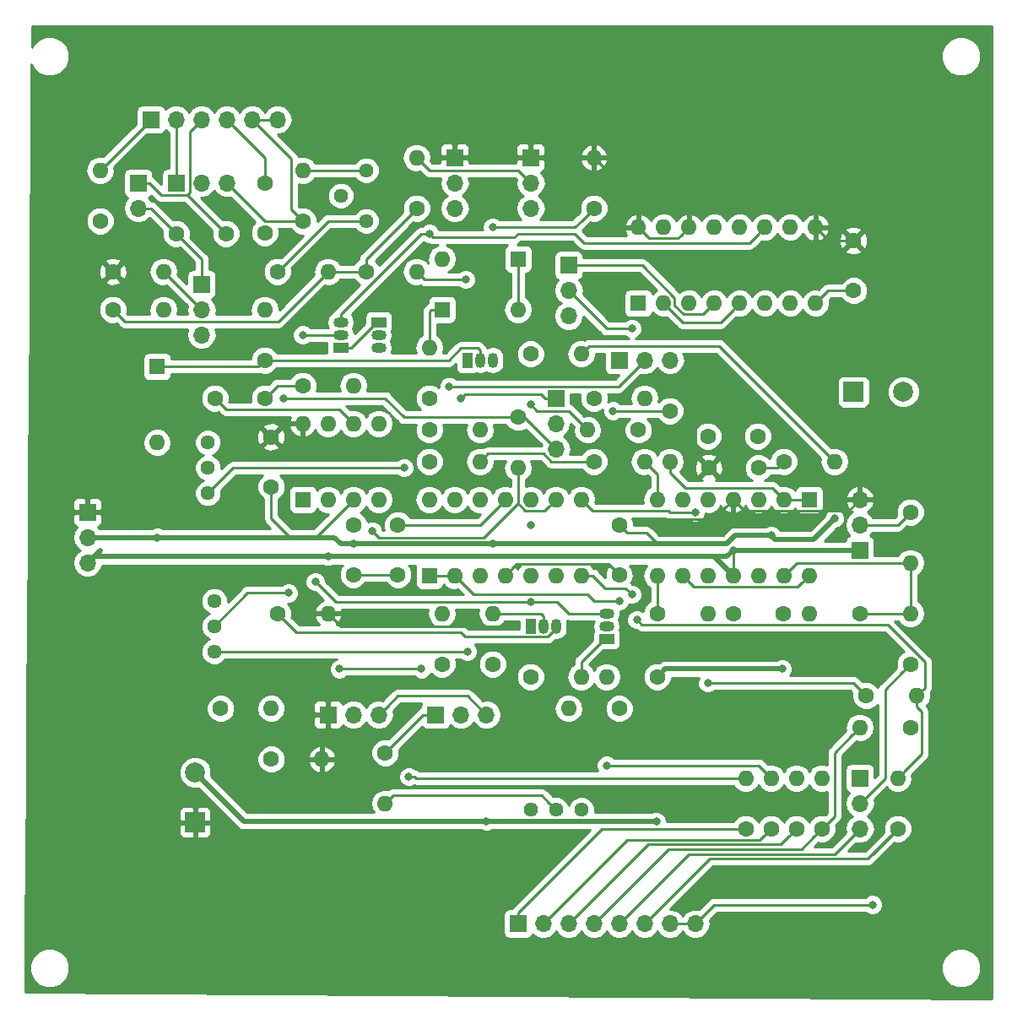
<source format=gbr>
G04 #@! TF.GenerationSoftware,KiCad,Pcbnew,(5.0.1)-rc2*
G04 #@! TF.CreationDate,2018-12-01T03:13:38-05:00*
G04 #@! TF.ProjectId,vco4069,76636F343036392E6B696361645F7063,rev?*
G04 #@! TF.SameCoordinates,Original*
G04 #@! TF.FileFunction,Copper,L1,Top,Signal*
G04 #@! TF.FilePolarity,Positive*
%FSLAX46Y46*%
G04 Gerber Fmt 4.6, Leading zero omitted, Abs format (unit mm)*
G04 Created by KiCad (PCBNEW (5.0.1)-rc2) date 12/1/2018 3:13:38 AM*
%MOMM*%
%LPD*%
G01*
G04 APERTURE LIST*
G04 #@! TA.AperFunction,ComponentPad*
%ADD10C,1.600000*%
G04 #@! TD*
G04 #@! TA.AperFunction,ComponentPad*
%ADD11O,1.600000X1.600000*%
G04 #@! TD*
G04 #@! TA.AperFunction,ComponentPad*
%ADD12R,1.600000X1.600000*%
G04 #@! TD*
G04 #@! TA.AperFunction,ComponentPad*
%ADD13C,2.000000*%
G04 #@! TD*
G04 #@! TA.AperFunction,ComponentPad*
%ADD14R,2.000000X2.000000*%
G04 #@! TD*
G04 #@! TA.AperFunction,ComponentPad*
%ADD15R,1.700000X1.700000*%
G04 #@! TD*
G04 #@! TA.AperFunction,ComponentPad*
%ADD16O,1.700000X1.700000*%
G04 #@! TD*
G04 #@! TA.AperFunction,ComponentPad*
%ADD17O,1.500000X1.050000*%
G04 #@! TD*
G04 #@! TA.AperFunction,ComponentPad*
%ADD18R,1.500000X1.050000*%
G04 #@! TD*
G04 #@! TA.AperFunction,ComponentPad*
%ADD19R,1.050000X1.500000*%
G04 #@! TD*
G04 #@! TA.AperFunction,ComponentPad*
%ADD20O,1.050000X1.500000*%
G04 #@! TD*
G04 #@! TA.AperFunction,ComponentPad*
%ADD21C,1.440000*%
G04 #@! TD*
G04 #@! TA.AperFunction,ViaPad*
%ADD22C,0.800000*%
G04 #@! TD*
G04 #@! TA.AperFunction,Conductor*
%ADD23C,0.254000*%
G04 #@! TD*
G04 #@! TA.AperFunction,Conductor*
%ADD24C,0.508000*%
G04 #@! TD*
G04 APERTURE END LIST*
D10*
G04 #@! TO.P,R4,1*
G04 #@! TO.N,Net-(R1-Pad1)*
X144780000Y-72390000D03*
D11*
G04 #@! TO.P,R4,2*
G04 #@! TO.N,Net-(R4-Pad2)*
X144780000Y-67310000D03*
G04 #@! TD*
G04 #@! TO.P,U1,14*
G04 #@! TO.N,Net-(R14-Pad2)*
X184150000Y-109220000D03*
G04 #@! TO.P,U1,7*
G04 #@! TO.N,Net-(R17-Pad2)*
X168910000Y-101600000D03*
G04 #@! TO.P,U1,13*
G04 #@! TO.N,Net-(R11-Pad2)*
X181610000Y-109220000D03*
G04 #@! TO.P,U1,6*
G04 #@! TO.N,Net-(R17-Pad2)*
X171450000Y-101600000D03*
G04 #@! TO.P,U1,12*
G04 #@! TO.N,GND*
X179070000Y-109220000D03*
G04 #@! TO.P,U1,5*
G04 #@! TO.N,Net-(C3-Pad1)*
X173990000Y-101600000D03*
G04 #@! TO.P,U1,11*
G04 #@! TO.N,-15V*
X176530000Y-109220000D03*
G04 #@! TO.P,U1,4*
G04 #@! TO.N,+15V*
X176530000Y-101600000D03*
G04 #@! TO.P,U1,10*
G04 #@! TO.N,Net-(R22-Pad2)*
X173990000Y-109220000D03*
G04 #@! TO.P,U1,3*
G04 #@! TO.N,Net-(C3-Pad2)*
X179070000Y-101600000D03*
G04 #@! TO.P,U1,9*
G04 #@! TO.N,Net-(R14-Pad2)*
X171450000Y-109220000D03*
G04 #@! TO.P,U1,2*
G04 #@! TO.N,Net-(R21-Pad2)*
X181610000Y-101600000D03*
G04 #@! TO.P,U1,8*
G04 #@! TO.N,Net-(R18-Pad2)*
X168910000Y-109220000D03*
D12*
G04 #@! TO.P,U1,1*
G04 #@! TO.N,Net-(R21-Pad2)*
X184150000Y-101600000D03*
G04 #@! TD*
G04 #@! TO.P,D3,1*
G04 #@! TO.N,Net-(D3-Pad1)*
X118745000Y-88265000D03*
D11*
G04 #@! TO.P,D3,2*
G04 #@! TO.N,GND*
X118745000Y-95885000D03*
G04 #@! TD*
G04 #@! TO.P,R8,2*
G04 #@! TO.N,Net-(Q1-Pad1)*
X138430000Y-90170000D03*
D10*
G04 #@! TO.P,R8,1*
G04 #@! TO.N,Net-(C2-Pad1)*
X133350000Y-90170000D03*
G04 #@! TD*
G04 #@! TO.P,R22,1*
G04 #@! TO.N,Net-(R18-Pad2)*
X168910000Y-113030000D03*
D11*
G04 #@! TO.P,R22,2*
G04 #@! TO.N,Net-(R22-Pad2)*
X173990000Y-113030000D03*
G04 #@! TD*
G04 #@! TO.P,R23,2*
G04 #@! TO.N,Net-(R23-Pad2)*
X151130000Y-94615000D03*
D10*
G04 #@! TO.P,R23,1*
G04 #@! TO.N,Net-(R23-Pad1)*
X146050000Y-94615000D03*
G04 #@! TD*
G04 #@! TO.P,R24,1*
G04 #@! TO.N,Net-(R24-Pad1)*
X147320000Y-118110000D03*
D11*
G04 #@! TO.P,R24,2*
G04 #@! TO.N,Net-(R17-Pad1)*
X147320000Y-113030000D03*
G04 #@! TD*
G04 #@! TO.P,R25,2*
G04 #@! TO.N,Net-(R17-Pad1)*
X151130000Y-97790000D03*
D10*
G04 #@! TO.P,R25,1*
G04 #@! TO.N,Net-(R25-Pad1)*
X146050000Y-97790000D03*
G04 #@! TD*
G04 #@! TO.P,R26,1*
G04 #@! TO.N,Net-(R19-Pad2)*
X156210000Y-86995000D03*
D11*
G04 #@! TO.P,R26,2*
G04 #@! TO.N,Net-(R26-Pad2)*
X161290000Y-86995000D03*
G04 #@! TD*
G04 #@! TO.P,R27,2*
G04 #@! TO.N,Net-(R27-Pad2)*
X194945000Y-121285000D03*
D10*
G04 #@! TO.P,R27,1*
G04 #@! TO.N,Net-(R22-Pad2)*
X189865000Y-121285000D03*
G04 #@! TD*
G04 #@! TO.P,R28,1*
G04 #@! TO.N,Net-(R28-Pad1)*
X154940000Y-93345000D03*
D11*
G04 #@! TO.P,R28,2*
G04 #@! TO.N,Net-(R23-Pad2)*
X154940000Y-98425000D03*
G04 #@! TD*
G04 #@! TO.P,R29,2*
G04 #@! TO.N,Net-(R27-Pad2)*
X193040000Y-129540000D03*
D10*
G04 #@! TO.P,R29,1*
G04 #@! TO.N,SINE*
X193040000Y-134620000D03*
G04 #@! TD*
G04 #@! TO.P,R7,1*
G04 #@! TO.N,GND*
X133350000Y-73660000D03*
D11*
G04 #@! TO.P,R7,2*
G04 #@! TO.N,Net-(R7-Pad2)*
X133350000Y-68580000D03*
G04 #@! TD*
G04 #@! TO.P,R32,2*
G04 #@! TO.N,Net-(Q4-Pad3)*
X160020000Y-122555000D03*
D10*
G04 #@! TO.P,R32,1*
G04 #@! TO.N,Net-(R27-Pad2)*
X165100000Y-122555000D03*
G04 #@! TD*
G04 #@! TO.P,R34,1*
G04 #@! TO.N,GND*
X152400000Y-118110000D03*
D11*
G04 #@! TO.P,R34,2*
G04 #@! TO.N,Net-(Q4-Pad2)*
X152400000Y-113030000D03*
G04 #@! TD*
G04 #@! TO.P,R35,2*
G04 #@! TO.N,Net-(R35-Pad2)*
X180340000Y-129540000D03*
D10*
G04 #@! TO.P,R35,1*
G04 #@! TO.N,RAMP*
X180340000Y-134620000D03*
G04 #@! TD*
G04 #@! TO.P,R36,1*
G04 #@! TO.N,Net-(Q4-Pad3)*
X130810000Y-113030000D03*
D11*
G04 #@! TO.P,R36,2*
G04 #@! TO.N,+15V*
X135890000Y-113030000D03*
G04 #@! TD*
G04 #@! TO.P,R37,2*
G04 #@! TO.N,Net-(Q5-Pad3)*
X130175000Y-122555000D03*
D10*
G04 #@! TO.P,R37,1*
G04 #@! TO.N,GND*
X125095000Y-122555000D03*
G04 #@! TD*
G04 #@! TO.P,R38,1*
G04 #@! TO.N,Net-(Q4-Pad1)*
X156210000Y-119380000D03*
D11*
G04 #@! TO.P,R38,2*
G04 #@! TO.N,Net-(Q5-Pad1)*
X161290000Y-119380000D03*
G04 #@! TD*
G04 #@! TO.P,R40,2*
G04 #@! TO.N,+15V*
X135255000Y-127635000D03*
D10*
G04 #@! TO.P,R40,1*
G04 #@! TO.N,Net-(Q5-Pad3)*
X130175000Y-127635000D03*
G04 #@! TD*
G04 #@! TO.P,R41,1*
G04 #@! TO.N,GND*
X168910000Y-119380000D03*
D11*
G04 #@! TO.P,R41,2*
G04 #@! TO.N,Net-(Q5-Pad2)*
X163830000Y-119380000D03*
G04 #@! TD*
G04 #@! TO.P,R42,2*
G04 #@! TO.N,Net-(R26-Pad2)*
X186690000Y-97790000D03*
D10*
G04 #@! TO.P,R42,1*
G04 #@! TO.N,GND*
X181610000Y-97790000D03*
G04 #@! TD*
G04 #@! TO.P,R31,1*
G04 #@! TO.N,SAW*
X177800000Y-134620000D03*
D11*
G04 #@! TO.P,R31,2*
G04 #@! TO.N,Net-(R25-Pad1)*
X177800000Y-129540000D03*
G04 #@! TD*
G04 #@! TO.P,R30,2*
G04 #@! TO.N,Net-(R28-Pad1)*
X182880000Y-129540000D03*
D10*
G04 #@! TO.P,R30,1*
G04 #@! TO.N,TRI*
X182880000Y-134620000D03*
G04 #@! TD*
G04 #@! TO.P,R16,1*
G04 #@! TO.N,GND*
X194310000Y-124460000D03*
D11*
G04 #@! TO.P,R16,2*
G04 #@! TO.N,PULSE*
X189230000Y-124460000D03*
G04 #@! TD*
G04 #@! TO.P,R15,2*
G04 #@! TO.N,Net-(C5-Pad2)*
X129540000Y-82550000D03*
D10*
G04 #@! TO.P,R15,1*
G04 #@! TO.N,Net-(D3-Pad1)*
X129540000Y-87630000D03*
G04 #@! TD*
G04 #@! TO.P,R14,1*
G04 #@! TO.N,Net-(R11-Pad2)*
X189230000Y-113030000D03*
D11*
G04 #@! TO.P,R14,2*
G04 #@! TO.N,Net-(R14-Pad2)*
X184150000Y-113030000D03*
G04 #@! TD*
G04 #@! TO.P,R13,2*
G04 #@! TO.N,+15V*
X162560000Y-67310000D03*
D10*
G04 #@! TO.P,R13,1*
G04 #@! TO.N,Net-(Q3-Pad3)*
X162560000Y-72390000D03*
G04 #@! TD*
G04 #@! TO.P,R12,1*
G04 #@! TO.N,Net-(R12-Pad1)*
X194310000Y-102870000D03*
D11*
G04 #@! TO.P,R12,2*
G04 #@! TO.N,Net-(R11-Pad2)*
X194310000Y-107950000D03*
G04 #@! TD*
G04 #@! TO.P,R11,2*
G04 #@! TO.N,Net-(R11-Pad2)*
X194310000Y-113030000D03*
D10*
G04 #@! TO.P,R11,1*
G04 #@! TO.N,Net-(R11-Pad1)*
X194310000Y-118110000D03*
G04 #@! TD*
G04 #@! TO.P,R10,1*
G04 #@! TO.N,Net-(R10-Pad1)*
X146050000Y-91440000D03*
D11*
G04 #@! TO.P,R10,2*
G04 #@! TO.N,Net-(D2-Pad1)*
X146050000Y-86360000D03*
G04 #@! TD*
G04 #@! TO.P,R9,2*
G04 #@! TO.N,Net-(R9-Pad2)*
X141605000Y-132080000D03*
D10*
G04 #@! TO.P,R9,1*
G04 #@! TO.N,-15V*
X141605000Y-127000000D03*
G04 #@! TD*
G04 #@! TO.P,R20,1*
G04 #@! TO.N,Net-(R19-Pad2)*
X162560000Y-91440000D03*
D11*
G04 #@! TO.P,R20,2*
G04 #@! TO.N,Net-(R20-Pad2)*
X167640000Y-91440000D03*
G04 #@! TD*
G04 #@! TO.P,R17,2*
G04 #@! TO.N,Net-(R17-Pad2)*
X167640000Y-97790000D03*
D10*
G04 #@! TO.P,R17,1*
G04 #@! TO.N,Net-(R17-Pad1)*
X162560000Y-97790000D03*
G04 #@! TD*
G04 #@! TO.P,R6,1*
G04 #@! TO.N,Net-(R6-Pad1)*
X130810000Y-78740000D03*
D11*
G04 #@! TO.P,R6,2*
G04 #@! TO.N,Net-(R1-Pad1)*
X135890000Y-78740000D03*
G04 #@! TD*
G04 #@! TO.P,R5,2*
G04 #@! TO.N,Net-(C2-Pad2)*
X119380000Y-78740000D03*
D10*
G04 #@! TO.P,R5,1*
G04 #@! TO.N,+15V*
X114300000Y-78740000D03*
G04 #@! TD*
D11*
G04 #@! TO.P,R3,2*
G04 #@! TO.N,Net-(R3-Pad2)*
X144780000Y-78740000D03*
D10*
G04 #@! TO.P,R3,1*
G04 #@! TO.N,Net-(R1-Pad1)*
X139700000Y-78740000D03*
G04 #@! TD*
G04 #@! TO.P,R2,1*
G04 #@! TO.N,Net-(R1-Pad1)*
X114300000Y-82550000D03*
D11*
G04 #@! TO.P,R2,2*
G04 #@! TO.N,Net-(R2-Pad2)*
X119380000Y-82550000D03*
G04 #@! TD*
G04 #@! TO.P,R1,2*
G04 #@! TO.N,1V_OCT*
X113030000Y-68580000D03*
D10*
G04 #@! TO.P,R1,1*
G04 #@! TO.N,Net-(R1-Pad1)*
X113030000Y-73660000D03*
G04 #@! TD*
G04 #@! TO.P,R18,1*
G04 #@! TO.N,PULSE*
X185420000Y-134620000D03*
D11*
G04 #@! TO.P,R18,2*
G04 #@! TO.N,Net-(R18-Pad2)*
X185420000Y-129540000D03*
G04 #@! TD*
G04 #@! TO.P,R19,2*
G04 #@! TO.N,Net-(R19-Pad2)*
X161925000Y-94615000D03*
D10*
G04 #@! TO.P,R19,1*
G04 #@! TO.N,Net-(R17-Pad2)*
X167005000Y-94615000D03*
G04 #@! TD*
G04 #@! TO.P,R21,1*
G04 #@! TO.N,Net-(R17-Pad1)*
X170180000Y-92710000D03*
D11*
G04 #@! TO.P,R21,2*
G04 #@! TO.N,Net-(R21-Pad2)*
X170180000Y-97790000D03*
G04 #@! TD*
D10*
G04 #@! TO.P,C1,2*
G04 #@! TO.N,LINFM*
X125650000Y-74930000D03*
G04 #@! TO.P,C1,1*
G04 #@! TO.N,Net-(C1-Pad1)*
X120650000Y-74930000D03*
G04 #@! TD*
G04 #@! TO.P,C2,1*
G04 #@! TO.N,Net-(C2-Pad1)*
X129540000Y-91440000D03*
G04 #@! TO.P,C2,2*
G04 #@! TO.N,Net-(C2-Pad2)*
X124540000Y-91440000D03*
G04 #@! TD*
G04 #@! TO.P,C3,2*
G04 #@! TO.N,Net-(C3-Pad2)*
X178990000Y-95250000D03*
G04 #@! TO.P,C3,1*
G04 #@! TO.N,Net-(C3-Pad1)*
X173990000Y-95250000D03*
G04 #@! TD*
G04 #@! TO.P,C4,1*
G04 #@! TO.N,GND*
X188595000Y-80645000D03*
G04 #@! TO.P,C4,2*
G04 #@! TO.N,+15V*
X188595000Y-75645000D03*
G04 #@! TD*
G04 #@! TO.P,C5,2*
G04 #@! TO.N,Net-(C5-Pad2)*
X129540000Y-74850000D03*
G04 #@! TO.P,C5,1*
G04 #@! TO.N,Sync*
X129540000Y-69850000D03*
G04 #@! TD*
D13*
G04 #@! TO.P,C6,2*
G04 #@! TO.N,GND*
X122555000Y-128985000D03*
D14*
G04 #@! TO.P,C6,1*
G04 #@! TO.N,+15V*
X122555000Y-133985000D03*
G04 #@! TD*
G04 #@! TO.P,C7,1*
G04 #@! TO.N,GND*
X188595000Y-90805000D03*
D13*
G04 #@! TO.P,C7,2*
G04 #@! TO.N,-15V*
X193595000Y-90805000D03*
G04 #@! TD*
D10*
G04 #@! TO.P,C8,1*
G04 #@! TO.N,GND*
X179070000Y-98425000D03*
G04 #@! TO.P,C8,2*
G04 #@! TO.N,+15V*
X174070000Y-98425000D03*
G04 #@! TD*
G04 #@! TO.P,C9,1*
G04 #@! TO.N,-15V*
X176530000Y-113030000D03*
G04 #@! TO.P,C9,2*
G04 #@! TO.N,GND*
X181530000Y-113030000D03*
G04 #@! TD*
G04 #@! TO.P,C10,2*
G04 #@! TO.N,+15V*
X165100000Y-109140000D03*
G04 #@! TO.P,C10,1*
G04 #@! TO.N,GND*
X165100000Y-104140000D03*
G04 #@! TD*
G04 #@! TO.P,C11,2*
G04 #@! TO.N,GND*
X142875000Y-109140000D03*
G04 #@! TO.P,C11,1*
G04 #@! TO.N,-15V*
X142875000Y-104140000D03*
G04 #@! TD*
G04 #@! TO.P,C12,1*
G04 #@! TO.N,GND*
X130175000Y-100330000D03*
G04 #@! TO.P,C12,2*
G04 #@! TO.N,+15V*
X130175000Y-95330000D03*
G04 #@! TD*
G04 #@! TO.P,C13,1*
G04 #@! TO.N,-15V*
X138430000Y-104140000D03*
G04 #@! TO.P,C13,2*
G04 #@! TO.N,GND*
X138430000Y-109140000D03*
G04 #@! TD*
D12*
G04 #@! TO.P,D1,1*
G04 #@! TO.N,Net-(D1-Pad1)*
X154940000Y-77470000D03*
D11*
G04 #@! TO.P,D1,2*
G04 #@! TO.N,Net-(D1-Pad2)*
X147320000Y-77470000D03*
G04 #@! TD*
G04 #@! TO.P,D2,2*
G04 #@! TO.N,Net-(D1-Pad1)*
X154940000Y-82550000D03*
D12*
G04 #@! TO.P,D2,1*
G04 #@! TO.N,Net-(D2-Pad1)*
X147320000Y-82550000D03*
G04 #@! TD*
D15*
G04 #@! TO.P,J1,1*
G04 #@! TO.N,1V_OCT*
X118110000Y-63500000D03*
D16*
G04 #@! TO.P,J1,2*
G04 #@! TO.N,EXP_FM*
X120650000Y-63500000D03*
G04 #@! TO.P,J1,3*
G04 #@! TO.N,LINFM*
X123190000Y-63500000D03*
G04 #@! TO.P,J1,4*
G04 #@! TO.N,Sync*
X125730000Y-63500000D03*
G04 #@! TO.P,J1,5*
G04 #@! TO.N,GND*
X128270000Y-63500000D03*
G04 #@! TO.P,J1,6*
X130810000Y-63500000D03*
G04 #@! TD*
D15*
G04 #@! TO.P,J2,1*
G04 #@! TO.N,SAW*
X154940000Y-144145000D03*
D16*
G04 #@! TO.P,J2,2*
G04 #@! TO.N,RAMP*
X157480000Y-144145000D03*
G04 #@! TO.P,J2,3*
G04 #@! TO.N,TRI*
X160020000Y-144145000D03*
G04 #@! TO.P,J2,4*
G04 #@! TO.N,PULSE*
X162560000Y-144145000D03*
G04 #@! TO.P,J2,5*
G04 #@! TO.N,PWM*
X165100000Y-144145000D03*
G04 #@! TO.P,J2,6*
G04 #@! TO.N,SINE*
X167640000Y-144145000D03*
G04 #@! TO.P,J2,7*
G04 #@! TO.N,GND*
X170180000Y-144145000D03*
G04 #@! TO.P,J2,8*
X172720000Y-144145000D03*
G04 #@! TD*
D15*
G04 #@! TO.P,J11,1*
G04 #@! TO.N,+15V*
X111760000Y-102870000D03*
D16*
G04 #@! TO.P,J11,2*
G04 #@! TO.N,GND*
X111760000Y-105410000D03*
G04 #@! TO.P,J11,3*
G04 #@! TO.N,-15V*
X111760000Y-107950000D03*
G04 #@! TD*
D17*
G04 #@! TO.P,Q1,2*
G04 #@! TO.N,Net-(D1-Pad2)*
X140970000Y-85090000D03*
G04 #@! TO.P,Q1,3*
G04 #@! TO.N,Net-(C2-Pad2)*
X140970000Y-86360000D03*
D18*
G04 #@! TO.P,Q1,1*
G04 #@! TO.N,Net-(Q1-Pad1)*
X140970000Y-83820000D03*
G04 #@! TD*
D17*
G04 #@! TO.P,Q2,2*
G04 #@! TO.N,GND*
X137160000Y-85090000D03*
G04 #@! TO.P,Q2,3*
G04 #@! TO.N,Net-(Q2-Pad3)*
X137160000Y-83820000D03*
D18*
G04 #@! TO.P,Q2,1*
G04 #@! TO.N,Net-(Q1-Pad1)*
X137160000Y-86360000D03*
G04 #@! TD*
D19*
G04 #@! TO.P,Q3,1*
G04 #@! TO.N,GND*
X149860000Y-87630000D03*
D20*
G04 #@! TO.P,Q3,3*
G04 #@! TO.N,Net-(Q3-Pad3)*
X152400000Y-87630000D03*
G04 #@! TO.P,Q3,2*
G04 #@! TO.N,Net-(D3-Pad1)*
X151130000Y-87630000D03*
G04 #@! TD*
D19*
G04 #@! TO.P,Q4,1*
G04 #@! TO.N,Net-(Q4-Pad1)*
X156210000Y-114300000D03*
D20*
G04 #@! TO.P,Q4,3*
G04 #@! TO.N,Net-(Q4-Pad3)*
X158750000Y-114300000D03*
G04 #@! TO.P,Q4,2*
G04 #@! TO.N,Net-(Q4-Pad2)*
X157480000Y-114300000D03*
G04 #@! TD*
D17*
G04 #@! TO.P,Q5,2*
G04 #@! TO.N,Net-(Q5-Pad2)*
X163830000Y-114300000D03*
G04 #@! TO.P,Q5,3*
G04 #@! TO.N,Net-(Q5-Pad3)*
X163830000Y-113030000D03*
D18*
G04 #@! TO.P,Q5,1*
G04 #@! TO.N,Net-(Q5-Pad1)*
X163830000Y-115570000D03*
G04 #@! TD*
D21*
G04 #@! TO.P,R_HFTRIM1,1*
G04 #@! TO.N,Net-(R10-Pad1)*
X123825000Y-100965000D03*
G04 #@! TO.P,R_HFTRIM1,2*
G04 #@! TO.N,Net-(C2-Pad1)*
X123825000Y-98425000D03*
G04 #@! TO.P,R_HFTRIM1,3*
G04 #@! TO.N,N/C*
X123825000Y-95885000D03*
G04 #@! TD*
G04 #@! TO.P,R_SIN_RND1,3*
G04 #@! TO.N,N/C*
X124460000Y-111760000D03*
G04 #@! TO.P,R_SIN_RND1,2*
G04 #@! TO.N,Net-(R28-Pad1)*
X124460000Y-114300000D03*
G04 #@! TO.P,R_SIN_RND1,1*
G04 #@! TO.N,Net-(Q4-Pad2)*
X124460000Y-116840000D03*
G04 #@! TD*
D15*
G04 #@! TO.P,RV_COARSE1,1*
G04 #@! TO.N,+15V*
X148590000Y-67310000D03*
D16*
G04 #@! TO.P,RV_COARSE1,2*
G04 #@! TO.N,Net-(R3-Pad2)*
X148590000Y-69850000D03*
G04 #@! TO.P,RV_COARSE1,3*
G04 #@! TO.N,GND*
X148590000Y-72390000D03*
G04 #@! TD*
D21*
G04 #@! TO.P,RV_CVTRIM1,1*
G04 #@! TO.N,Net-(R6-Pad1)*
X139700000Y-73660000D03*
G04 #@! TO.P,RV_CVTRIM1,2*
G04 #@! TO.N,Net-(D1-Pad2)*
X137160000Y-71120000D03*
G04 #@! TO.P,RV_CVTRIM1,3*
G04 #@! TO.N,Net-(R7-Pad2)*
X139700000Y-68580000D03*
G04 #@! TD*
D16*
G04 #@! TO.P,RV_EXPFM1,3*
G04 #@! TO.N,GND*
X125730000Y-69850000D03*
G04 #@! TO.P,RV_EXPFM1,2*
G04 #@! TO.N,Net-(R2-Pad2)*
X123190000Y-69850000D03*
D15*
G04 #@! TO.P,RV_EXPFM1,1*
G04 #@! TO.N,EXP_FM*
X120650000Y-69850000D03*
G04 #@! TD*
D16*
G04 #@! TO.P,RV_FINE1,3*
G04 #@! TO.N,GND*
X156210000Y-72390000D03*
G04 #@! TO.P,RV_FINE1,2*
G04 #@! TO.N,Net-(R4-Pad2)*
X156210000Y-69850000D03*
D15*
G04 #@! TO.P,RV_FINE1,1*
G04 #@! TO.N,+15V*
X156210000Y-67310000D03*
G04 #@! TD*
G04 #@! TO.P,RV_LINFM_ATTN1,1*
G04 #@! TO.N,Net-(C1-Pad1)*
X123190000Y-80010000D03*
D16*
G04 #@! TO.P,RV_LINFM_ATTN1,2*
G04 #@! TO.N,Net-(C2-Pad2)*
X123190000Y-82550000D03*
G04 #@! TO.P,RV_LINFM_ATTN1,3*
G04 #@! TO.N,GND*
X123190000Y-85090000D03*
G04 #@! TD*
G04 #@! TO.P,RV_PWM_ATTN1,3*
G04 #@! TO.N,PWM*
X189230000Y-134620000D03*
G04 #@! TO.P,RV_PWM_ATTN1,2*
G04 #@! TO.N,Net-(R11-Pad1)*
X189230000Y-132080000D03*
D15*
G04 #@! TO.P,RV_PWM_ATTN1,1*
G04 #@! TO.N,GND*
X189230000Y-129540000D03*
G04 #@! TD*
G04 #@! TO.P,RV_SAWOFFSET1,1*
G04 #@! TO.N,-15V*
X146685000Y-123190000D03*
D16*
G04 #@! TO.P,RV_SAWOFFSET1,2*
G04 #@! TO.N,Net-(R24-Pad1)*
X149225000Y-123190000D03*
G04 #@! TO.P,RV_SAWOFFSET1,3*
G04 #@! TO.N,GND*
X151765000Y-123190000D03*
G04 #@! TD*
G04 #@! TO.P,RV_SKEW1,3*
G04 #@! TO.N,Net-(R28-Pad1)*
X158750000Y-96520000D03*
G04 #@! TO.P,RV_SKEW1,2*
G04 #@! TO.N,Net-(RV_SKEW1-Pad2)*
X158750000Y-93980000D03*
D15*
G04 #@! TO.P,RV_SKEW1,1*
G04 #@! TO.N,Net-(R25-Pad1)*
X158750000Y-91440000D03*
G04 #@! TD*
D21*
G04 #@! TO.P,RV_SYM1,1*
G04 #@! TO.N,Net-(Q4-Pad1)*
X156210000Y-132715000D03*
G04 #@! TO.P,RV_SYM1,2*
G04 #@! TO.N,Net-(R9-Pad2)*
X158750000Y-132715000D03*
G04 #@! TO.P,RV_SYM1,3*
G04 #@! TO.N,Net-(Q5-Pad1)*
X161290000Y-132715000D03*
G04 #@! TD*
D16*
G04 #@! TO.P,RV_TRI_OFFSET1,3*
G04 #@! TO.N,GND*
X140970000Y-123190000D03*
G04 #@! TO.P,RV_TRI_OFFSET1,2*
G04 #@! TO.N,Net-(R23-Pad2)*
X138430000Y-123190000D03*
D15*
G04 #@! TO.P,RV_TRI_OFFSET1,1*
G04 #@! TO.N,+15V*
X135890000Y-123190000D03*
G04 #@! TD*
D16*
G04 #@! TO.P,RV_TRICON1,3*
G04 #@! TO.N,Net-(R21-Pad2)*
X170180000Y-87630000D03*
G04 #@! TO.P,RV_TRICON1,2*
G04 #@! TO.N,Net-(R23-Pad1)*
X167640000Y-87630000D03*
D15*
G04 #@! TO.P,RV_TRICON1,1*
G04 #@! TO.N,GND*
X165100000Y-87630000D03*
G04 #@! TD*
G04 #@! TO.P,RV_TRICON2,1*
G04 #@! TO.N,Net-(RV_TRICON2-Pad1)*
X160020000Y-78105000D03*
D16*
G04 #@! TO.P,RV_TRICON2,2*
G04 #@! TO.N,Net-(R20-Pad2)*
X160020000Y-80645000D03*
G04 #@! TO.P,RV_TRICON2,3*
G04 #@! TO.N,GND*
X160020000Y-83185000D03*
G04 #@! TD*
D15*
G04 #@! TO.P,SW1,1*
G04 #@! TO.N,LINFM*
X116840000Y-69850000D03*
D16*
G04 #@! TO.P,SW1,2*
G04 #@! TO.N,Net-(C1-Pad1)*
X116840000Y-72390000D03*
G04 #@! TD*
D12*
G04 #@! TO.P,U2,1*
G04 #@! TO.N,Net-(R6-Pad1)*
X133350000Y-101600000D03*
D11*
G04 #@! TO.P,U2,5*
G04 #@! TO.N,GND*
X140970000Y-93980000D03*
G04 #@! TO.P,U2,2*
G04 #@! TO.N,Net-(R1-Pad1)*
X135890000Y-101600000D03*
G04 #@! TO.P,U2,6*
G04 #@! TO.N,Net-(C2-Pad2)*
X138430000Y-93980000D03*
G04 #@! TO.P,U2,3*
G04 #@! TO.N,GND*
X138430000Y-101600000D03*
G04 #@! TO.P,U2,7*
G04 #@! TO.N,Net-(C2-Pad1)*
X135890000Y-93980000D03*
G04 #@! TO.P,U2,4*
G04 #@! TO.N,-15V*
X140970000Y-101600000D03*
G04 #@! TO.P,U2,8*
G04 #@! TO.N,+15V*
X133350000Y-93980000D03*
G04 #@! TD*
D12*
G04 #@! TO.P,U3,1*
G04 #@! TO.N,Net-(U3-Pad1)*
X167005000Y-81915000D03*
D11*
G04 #@! TO.P,U3,9*
G04 #@! TO.N,+15V*
X184785000Y-74295000D03*
G04 #@! TO.P,U3,2*
G04 #@! TO.N,Net-(U3-Pad2)*
X169545000Y-81915000D03*
G04 #@! TO.P,U3,10*
G04 #@! TO.N,Net-(U3-Pad10)*
X182245000Y-74295000D03*
G04 #@! TO.P,U3,3*
G04 #@! TO.N,Net-(Q3-Pad3)*
X172085000Y-81915000D03*
G04 #@! TO.P,U3,11*
G04 #@! TO.N,Net-(Q2-Pad3)*
X179705000Y-74295000D03*
G04 #@! TO.P,U3,4*
G04 #@! TO.N,Net-(RV_TRICON2-Pad1)*
X174625000Y-81915000D03*
G04 #@! TO.P,U3,12*
G04 #@! TO.N,Net-(U3-Pad12)*
X177165000Y-74295000D03*
G04 #@! TO.P,U3,5*
G04 #@! TO.N,Net-(U3-Pad2)*
X177165000Y-81915000D03*
G04 #@! TO.P,U3,13*
G04 #@! TO.N,Net-(U3-Pad13)*
X174625000Y-74295000D03*
G04 #@! TO.P,U3,6*
G04 #@! TO.N,Net-(C3-Pad1)*
X179705000Y-81915000D03*
G04 #@! TO.P,U3,14*
G04 #@! TO.N,+15V*
X172085000Y-74295000D03*
G04 #@! TO.P,U3,7*
G04 #@! TO.N,Net-(C3-Pad2)*
X182245000Y-81915000D03*
G04 #@! TO.P,U3,15*
G04 #@! TO.N,Net-(U3-Pad15)*
X169545000Y-74295000D03*
G04 #@! TO.P,U3,8*
G04 #@! TO.N,GND*
X184785000Y-81915000D03*
G04 #@! TO.P,U3,16*
G04 #@! TO.N,+15V*
X167005000Y-74295000D03*
G04 #@! TD*
D12*
G04 #@! TO.P,U4,1*
G04 #@! TO.N,Net-(R35-Pad2)*
X146050000Y-109220000D03*
D11*
G04 #@! TO.P,U4,8*
G04 #@! TO.N,Net-(R28-Pad1)*
X161290000Y-101600000D03*
G04 #@! TO.P,U4,2*
G04 #@! TO.N,Net-(R35-Pad2)*
X148590000Y-109220000D03*
G04 #@! TO.P,U4,9*
G04 #@! TO.N,Net-(R23-Pad2)*
X158750000Y-101600000D03*
G04 #@! TO.P,U4,3*
G04 #@! TO.N,Net-(RV_SKEW1-Pad2)*
X151130000Y-109220000D03*
G04 #@! TO.P,U4,10*
G04 #@! TO.N,Net-(R19-Pad2)*
X156210000Y-101600000D03*
G04 #@! TO.P,U4,4*
G04 #@! TO.N,+15V*
X153670000Y-109220000D03*
G04 #@! TO.P,U4,11*
G04 #@! TO.N,-15V*
X153670000Y-101600000D03*
G04 #@! TO.P,U4,5*
G04 #@! TO.N,Net-(Q5-Pad3)*
X156210000Y-109220000D03*
G04 #@! TO.P,U4,12*
G04 #@! TO.N,GND*
X151130000Y-101600000D03*
G04 #@! TO.P,U4,6*
G04 #@! TO.N,Net-(Q4-Pad3)*
X158750000Y-109220000D03*
G04 #@! TO.P,U4,13*
G04 #@! TO.N,Net-(R17-Pad1)*
X148590000Y-101600000D03*
G04 #@! TO.P,U4,7*
G04 #@! TO.N,Net-(R27-Pad2)*
X161290000Y-109220000D03*
G04 #@! TO.P,U4,14*
G04 #@! TO.N,Net-(R25-Pad1)*
X146050000Y-101600000D03*
G04 #@! TD*
D15*
G04 #@! TO.P,WIDTH1,1*
G04 #@! TO.N,-15V*
X189230000Y-106680000D03*
D16*
G04 #@! TO.P,WIDTH1,2*
G04 #@! TO.N,Net-(R12-Pad1)*
X189230000Y-104140000D03*
G04 #@! TO.P,WIDTH1,3*
G04 #@! TO.N,+15V*
X189230000Y-101600000D03*
G04 #@! TD*
D22*
G04 #@! TO.N,GND*
X180340000Y-105190999D03*
G04 #@! TO.N,Net-(R28-Pad1)*
X172720000Y-102870000D03*
G04 #@! TO.N,Net-(Q2-Pad3)*
X146050000Y-74930000D03*
G04 #@! TO.N,-15V*
X176530000Y-106680000D03*
G04 #@! TO.N,GND*
X186690000Y-103505000D03*
X118745000Y-105410000D03*
X168814001Y-133889001D03*
X181445001Y-118580001D03*
X152400000Y-106045000D03*
X138430000Y-106045000D03*
X133350000Y-85090000D03*
X151765000Y-133889001D03*
X190500000Y-142240000D03*
X190500000Y-142240000D03*
G04 #@! TO.N,+15V*
X128270000Y-102870000D03*
X153670000Y-114300000D03*
X115173000Y-125095000D03*
X169545000Y-104140000D03*
X172720000Y-88900000D03*
G04 #@! TO.N,-15V*
X135890000Y-107315000D03*
X137017001Y-118602001D03*
X145272001Y-118602001D03*
G04 #@! TO.N,Net-(Q3-Pad3)*
X152400000Y-74295000D03*
G04 #@! TO.N,Net-(Q4-Pad2)*
X149860000Y-116840000D03*
G04 #@! TO.N,Net-(Q5-Pad3)*
X134620000Y-109855000D03*
X156210000Y-111902999D03*
G04 #@! TO.N,Net-(R3-Pad2)*
X149695001Y-79539999D03*
G04 #@! TO.N,Net-(R10-Pad1)*
X143510000Y-98425000D03*
G04 #@! TO.N,Net-(R17-Pad1)*
X164465000Y-92710000D03*
G04 #@! TO.N,Net-(R19-Pad2)*
X156210000Y-104140000D03*
X156210000Y-92075000D03*
G04 #@! TO.N,Net-(R20-Pad2)*
X166370000Y-84455000D03*
G04 #@! TO.N,Net-(R22-Pad2)*
X173990000Y-120015000D03*
G04 #@! TO.N,Net-(R23-Pad2)*
X140335000Y-104775000D03*
G04 #@! TO.N,Net-(R23-Pad1)*
X148047999Y-90262999D03*
G04 #@! TO.N,Net-(R25-Pad1)*
X144002001Y-129397001D03*
X149225000Y-91440000D03*
G04 #@! TO.N,Net-(R27-Pad2)*
X166866370Y-113665000D03*
X166370000Y-111125000D03*
G04 #@! TO.N,Net-(R28-Pad1)*
X131445000Y-91440000D03*
X131937001Y-110982001D03*
G04 #@! TO.N,Net-(R35-Pad2)*
X165100000Y-111760000D03*
X163830000Y-128270000D03*
G04 #@! TD*
D23*
G04 #@! TO.N,LINFM*
X122340001Y-64349999D02*
X123190000Y-63500000D01*
X122012999Y-64677001D02*
X122340001Y-64349999D01*
X122012999Y-70775603D02*
X122012999Y-64677001D01*
X121761601Y-71027001D02*
X122012999Y-70775603D01*
X117944000Y-69850000D02*
X119121001Y-71027001D01*
X119121001Y-71027001D02*
X121761601Y-71027001D01*
X116840000Y-69850000D02*
X117944000Y-69850000D01*
X121761601Y-71041601D02*
X121761601Y-71027001D01*
X125650000Y-74930000D02*
X121761601Y-71041601D01*
G04 #@! TO.N,Net-(C1-Pad1)*
X118110000Y-72390000D02*
X120650000Y-74930000D01*
X116840000Y-72390000D02*
X118110000Y-72390000D01*
X123190000Y-77470000D02*
X120650000Y-74930000D01*
X123190000Y-80010000D02*
X123190000Y-77470000D01*
G04 #@! TO.N,Net-(C2-Pad1)*
X130810000Y-90170000D02*
X133350000Y-90170000D01*
X129540000Y-91440000D02*
X130810000Y-90170000D01*
G04 #@! TO.N,Net-(C2-Pad2)*
X123190000Y-82550000D02*
X119380000Y-78740000D01*
X137630001Y-93180001D02*
X138430000Y-93980000D01*
X137017001Y-92567001D02*
X137630001Y-93180001D01*
X125667001Y-92567001D02*
X137017001Y-92567001D01*
X124540000Y-91440000D02*
X125667001Y-92567001D01*
G04 #@! TO.N,Net-(C3-Pad2)*
X178990000Y-101520000D02*
X179070000Y-101600000D01*
G04 #@! TO.N,GND*
X129540000Y-73660000D02*
X125730000Y-69850000D01*
X133350000Y-73660000D02*
X129540000Y-73660000D01*
X129119999Y-64349999D02*
X128270000Y-63500000D01*
X132222999Y-67452999D02*
X129119999Y-64349999D01*
X132222999Y-72532999D02*
X132222999Y-67452999D01*
X133350000Y-73660000D02*
X132222999Y-72532999D01*
X128270000Y-63500000D02*
X130810000Y-63500000D01*
X138430000Y-101600000D02*
X134620000Y-105410000D01*
D24*
X111760000Y-105410000D02*
X118745000Y-105410000D01*
D23*
X130175000Y-103505000D02*
X132080000Y-105410000D01*
X130175000Y-100330000D02*
X130175000Y-103505000D01*
D24*
X132080000Y-105410000D02*
X134620000Y-105410000D01*
X137160000Y-106045000D02*
X138430000Y-106045000D01*
X136525000Y-105410000D02*
X137160000Y-106045000D01*
X134620000Y-105410000D02*
X136525000Y-105410000D01*
X175895000Y-106045000D02*
X176749001Y-105190999D01*
X179774315Y-105190999D02*
X177800000Y-105190999D01*
X180340000Y-105190999D02*
X179774315Y-105190999D01*
X176749001Y-105190999D02*
X177800000Y-105190999D01*
X177800000Y-105190999D02*
X178025079Y-105190999D01*
D23*
X180975000Y-98425000D02*
X181610000Y-97790000D01*
X179070000Y-98425000D02*
X180975000Y-98425000D01*
X186055000Y-80645000D02*
X188595000Y-80645000D01*
X184785000Y-81915000D02*
X186055000Y-80645000D01*
D24*
X180739999Y-105590998D02*
X184604002Y-105590998D01*
X180340000Y-105190999D02*
X180739999Y-105590998D01*
X184604002Y-105590998D02*
X186690000Y-103505000D01*
X186690000Y-103505000D02*
X186690000Y-103505000D01*
X118745000Y-105410000D02*
X132080000Y-105410000D01*
D23*
X138430000Y-109140000D02*
X142875000Y-109140000D01*
X141819999Y-122340001D02*
X140970000Y-123190000D01*
X142875000Y-121285000D02*
X141819999Y-122340001D01*
X149860000Y-121285000D02*
X142875000Y-121285000D01*
X151765000Y-123190000D02*
X149860000Y-121285000D01*
D24*
X127459001Y-133889001D02*
X151765000Y-133889001D01*
X122555000Y-128985000D02*
X127459001Y-133889001D01*
X168814001Y-133889001D02*
X168814001Y-133889001D01*
X169709999Y-118580001D02*
X181445001Y-118580001D01*
X168910000Y-119380000D02*
X169709999Y-118580001D01*
X181445001Y-118580001D02*
X181445001Y-118580001D01*
X138430000Y-106045000D02*
X152400000Y-106045000D01*
D23*
X167804999Y-104939999D02*
X168910000Y-106045000D01*
X165899999Y-104939999D02*
X167804999Y-104939999D01*
X165100000Y-104140000D02*
X165899999Y-104939999D01*
D24*
X152400000Y-106045000D02*
X168910000Y-106045000D01*
X168910000Y-106045000D02*
X175895000Y-106045000D01*
D23*
X133350000Y-85090000D02*
X137160000Y-85090000D01*
D24*
X151765000Y-133889001D02*
X168814001Y-133889001D01*
D23*
X170180000Y-144145000D02*
X172720000Y-144145000D01*
X174625000Y-142240000D02*
X172720000Y-144145000D01*
X190500000Y-142240000D02*
X174625000Y-142240000D01*
G04 #@! TO.N,+15V*
X131525000Y-93980000D02*
X133350000Y-93980000D01*
X130175000Y-95330000D02*
X131525000Y-93980000D01*
X154469999Y-108420001D02*
X153670000Y-109220000D01*
X154797001Y-108092999D02*
X154469999Y-108420001D01*
X164052999Y-108092999D02*
X154797001Y-108092999D01*
X165100000Y-109140000D02*
X164052999Y-108092999D01*
X186135000Y-75645000D02*
X184785000Y-74295000D01*
X188595000Y-75645000D02*
X186135000Y-75645000D01*
X177329999Y-102399999D02*
X176530000Y-101600000D01*
X177657001Y-102727001D02*
X177329999Y-102399999D01*
X188102999Y-102727001D02*
X177657001Y-102727001D01*
X189230000Y-101600000D02*
X188102999Y-102727001D01*
D24*
X111760000Y-102870000D02*
X119380000Y-102870000D01*
X119380000Y-102870000D02*
X128270000Y-102870000D01*
X128270000Y-102870000D02*
X128270000Y-102870000D01*
D23*
X148590000Y-67310000D02*
X156210000Y-67310000D01*
X156210000Y-67310000D02*
X162560000Y-67310000D01*
X167005000Y-71755000D02*
X167005000Y-74295000D01*
X162560000Y-67310000D02*
X167005000Y-71755000D01*
X171285001Y-75094999D02*
X172085000Y-74295000D01*
X170957999Y-75422001D02*
X171285001Y-75094999D01*
X168132001Y-75422001D02*
X170957999Y-75422001D01*
X167005000Y-74295000D02*
X168132001Y-75422001D01*
X135890000Y-113030000D02*
X137160000Y-114300000D01*
X137160000Y-114300000D02*
X153670000Y-114300000D01*
X153670000Y-114300000D02*
X153670000Y-114300000D01*
D24*
X134532000Y-123190000D02*
X132627000Y-125095000D01*
X135890000Y-123190000D02*
X134532000Y-123190000D01*
X132627000Y-125095000D02*
X115173000Y-125095000D01*
D23*
X175730001Y-102399999D02*
X176530000Y-101600000D01*
X174532999Y-103597001D02*
X175730001Y-102399999D01*
X170087999Y-103597001D02*
X174532999Y-103597001D01*
X169545000Y-104140000D02*
X170087999Y-103597001D01*
X172720000Y-97075000D02*
X174070000Y-98425000D01*
X172720000Y-88900000D02*
X172720000Y-97075000D01*
G04 #@! TO.N,Sync*
X129540000Y-67310000D02*
X125730000Y-63500000D01*
X129540000Y-69850000D02*
X129540000Y-67310000D01*
D24*
G04 #@! TO.N,-15V*
X113030000Y-106680000D02*
X111760000Y-107950000D01*
D23*
X176530000Y-106680000D02*
X176530000Y-109220000D01*
D24*
X112395000Y-107315000D02*
X111760000Y-107950000D01*
X135890000Y-107315000D02*
X112395000Y-107315000D01*
X174625000Y-107315000D02*
X176530000Y-109220000D01*
X135890000Y-107315000D02*
X174625000Y-107315000D01*
D23*
X151130000Y-104140000D02*
X153670000Y-101600000D01*
X142875000Y-104140000D02*
X151130000Y-104140000D01*
X145415000Y-123190000D02*
X146685000Y-123190000D01*
X141605000Y-127000000D02*
X145415000Y-123190000D01*
D24*
X175895000Y-107315000D02*
X176530000Y-106680000D01*
X174625000Y-107315000D02*
X175895000Y-107315000D01*
X176530000Y-106680000D02*
X189230000Y-106680000D01*
D23*
X137017001Y-118602001D02*
X145272001Y-118602001D01*
X145272001Y-118602001D02*
X145272001Y-118602001D01*
G04 #@! TO.N,Net-(D2-Pad1)*
X146266000Y-82550000D02*
X147320000Y-82550000D01*
X146050000Y-82766000D02*
X146266000Y-82550000D01*
X146050000Y-86360000D02*
X146050000Y-82766000D01*
G04 #@! TO.N,Net-(D3-Pad1)*
X128905000Y-88265000D02*
X129540000Y-87630000D01*
X118745000Y-88265000D02*
X128905000Y-88265000D01*
X147996398Y-87630000D02*
X149225000Y-86401398D01*
X129540000Y-87630000D02*
X147996398Y-87630000D01*
X151130000Y-86626000D02*
X151130000Y-87630000D01*
X150905398Y-86401398D02*
X151130000Y-86626000D01*
X149225000Y-86401398D02*
X150905398Y-86401398D01*
G04 #@! TO.N,1V_OCT*
X113030000Y-68580000D02*
X118110000Y-63500000D01*
G04 #@! TO.N,EXP_FM*
X120650000Y-69850000D02*
X120650000Y-63500000D01*
G04 #@! TO.N,SAW*
X176668630Y-134620000D02*
X177800000Y-134620000D01*
X163361000Y-134620000D02*
X176668630Y-134620000D01*
X154940000Y-143041000D02*
X163361000Y-134620000D01*
X154940000Y-144145000D02*
X154940000Y-143041000D01*
G04 #@! TO.N,RAMP*
X179540001Y-135419999D02*
X180340000Y-134620000D01*
X179212999Y-135747001D02*
X179540001Y-135419999D01*
X165877999Y-135747001D02*
X179212999Y-135747001D01*
X157480000Y-144145000D02*
X165877999Y-135747001D01*
G04 #@! TO.N,TRI*
X182080001Y-135419999D02*
X182880000Y-134620000D01*
X181298989Y-136201011D02*
X182080001Y-135419999D01*
X167963989Y-136201011D02*
X181298989Y-136201011D01*
X160020000Y-144145000D02*
X167963989Y-136201011D01*
G04 #@! TO.N,PULSE*
X188430001Y-125259999D02*
X189230000Y-124460000D01*
X186690000Y-127000000D02*
X188430001Y-125259999D01*
X186690000Y-133350000D02*
X186690000Y-127000000D01*
X185420000Y-134620000D02*
X186690000Y-133350000D01*
X184620001Y-135419999D02*
X185420000Y-134620000D01*
X183384979Y-136655021D02*
X184620001Y-135419999D01*
X170049979Y-136655021D02*
X183384979Y-136655021D01*
X162560000Y-144145000D02*
X170049979Y-136655021D01*
G04 #@! TO.N,PWM*
X188380001Y-135469999D02*
X189230000Y-134620000D01*
X186690000Y-137160000D02*
X188380001Y-135469999D01*
X172085000Y-137160000D02*
X186690000Y-137160000D01*
X165100000Y-144145000D02*
X172085000Y-137160000D01*
G04 #@! TO.N,SINE*
X190500000Y-137160000D02*
X193040000Y-134620000D01*
X192240001Y-135419999D02*
X193040000Y-134620000D01*
X190045990Y-137614010D02*
X192240001Y-135419999D01*
X174170990Y-137614010D02*
X190045990Y-137614010D01*
X167640000Y-144145000D02*
X174170990Y-137614010D01*
G04 #@! TO.N,Net-(Q1-Pad1)*
X138164000Y-86360000D02*
X137160000Y-86360000D01*
X138205000Y-86360000D02*
X138164000Y-86360000D01*
X140745000Y-83820000D02*
X138205000Y-86360000D01*
X140970000Y-83820000D02*
X140745000Y-83820000D01*
G04 #@! TO.N,Net-(Q2-Pad3)*
X145271000Y-74930000D02*
X146050000Y-74930000D01*
X137160000Y-83820000D02*
X137160000Y-83041000D01*
X137160000Y-83041000D02*
X145271000Y-74930000D01*
X146449999Y-75329999D02*
X154540001Y-75329999D01*
X146050000Y-74930000D02*
X146449999Y-75329999D01*
X154540001Y-75329999D02*
X154940000Y-74930000D01*
X154940000Y-74930000D02*
X160662066Y-74930000D01*
X178905001Y-75094999D02*
X179705000Y-74295000D01*
X178123989Y-75876011D02*
X178905001Y-75094999D01*
X161608077Y-75876011D02*
X178123989Y-75876011D01*
X160662066Y-74930000D02*
X161608077Y-75876011D01*
G04 #@! TO.N,Net-(Q3-Pad3)*
X162560000Y-72390000D02*
X161382999Y-73567001D01*
X160655000Y-74295000D02*
X161382999Y-73567001D01*
X152400000Y-74295000D02*
X160655000Y-74295000D01*
G04 #@! TO.N,Net-(Q4-Pad3)*
X130810000Y-113030000D02*
X132715000Y-114935000D01*
X132715000Y-114935000D02*
X149225000Y-114935000D01*
X158750000Y-114525000D02*
X158750000Y-114300000D01*
X157897990Y-115377010D02*
X158750000Y-114525000D01*
X149667010Y-115377010D02*
X157897990Y-115377010D01*
X149225000Y-114935000D02*
X149667010Y-115377010D01*
G04 #@! TO.N,Net-(Q4-Pad2)*
X153531370Y-113030000D02*
X152400000Y-113030000D01*
X157214000Y-113030000D02*
X153531370Y-113030000D01*
X157480000Y-113296000D02*
X157214000Y-113030000D01*
X157480000Y-114300000D02*
X157480000Y-113296000D01*
X124460000Y-116840000D02*
X148590000Y-116840000D01*
X148590000Y-116840000D02*
X149860000Y-116840000D01*
X149860000Y-116840000D02*
X149860000Y-116840000D01*
G04 #@! TO.N,Net-(Q5-Pad3)*
X134620000Y-109855000D02*
X134620000Y-109855000D01*
X160020000Y-113030000D02*
X163830000Y-113030000D01*
X158892999Y-111902999D02*
X160020000Y-113030000D01*
X134620000Y-109855000D02*
X136667999Y-111902999D01*
X136667999Y-111902999D02*
X156210000Y-111902999D01*
X156210000Y-111902999D02*
X158892999Y-111902999D01*
G04 #@! TO.N,Net-(Q5-Pad1)*
X163605000Y-115570000D02*
X163830000Y-115570000D01*
X161290000Y-117885000D02*
X163605000Y-115570000D01*
X161290000Y-119380000D02*
X161290000Y-117885000D01*
G04 #@! TO.N,Net-(R1-Pad1)*
X139700000Y-77470000D02*
X144780000Y-72390000D01*
X139700000Y-78740000D02*
X139700000Y-77470000D01*
X139700000Y-78740000D02*
X135890000Y-78740000D01*
X115099999Y-83349999D02*
X114300000Y-82550000D01*
X115477001Y-83727001D02*
X115099999Y-83349999D01*
X130902999Y-83727001D02*
X115477001Y-83727001D01*
X135890000Y-78740000D02*
X130902999Y-83727001D01*
G04 #@! TO.N,Net-(R3-Pad2)*
X145579999Y-79539999D02*
X149695001Y-79539999D01*
X144780000Y-78740000D02*
X145579999Y-79539999D01*
X149695001Y-79539999D02*
X149695001Y-79539999D01*
G04 #@! TO.N,Net-(R4-Pad2)*
X155360001Y-69000001D02*
X156210000Y-69850000D01*
X154940000Y-68580000D02*
X155360001Y-69000001D01*
X146050000Y-68580000D02*
X154940000Y-68580000D01*
X144780000Y-67310000D02*
X146050000Y-68580000D01*
G04 #@! TO.N,Net-(R6-Pad1)*
X135890000Y-73660000D02*
X139700000Y-73660000D01*
X130810000Y-78740000D02*
X135890000Y-73660000D01*
G04 #@! TO.N,Net-(R7-Pad2)*
X133350000Y-68580000D02*
X139700000Y-68580000D01*
G04 #@! TO.N,Net-(R9-Pad2)*
X158030001Y-131995001D02*
X158750000Y-132715000D01*
X157315001Y-131280001D02*
X158030001Y-131995001D01*
X142404999Y-131280001D02*
X157315001Y-131280001D01*
X141605000Y-132080000D02*
X142404999Y-131280001D01*
G04 #@! TO.N,Net-(R10-Pad1)*
X123825000Y-100965000D02*
X126365000Y-98425000D01*
X126365000Y-98425000D02*
X143510000Y-98425000D01*
X143510000Y-98425000D02*
X143510000Y-98425000D01*
G04 #@! TO.N,Net-(R11-Pad2)*
X182880000Y-107950000D02*
X181610000Y-109220000D01*
X194310000Y-107950000D02*
X182880000Y-107950000D01*
X194310000Y-107950000D02*
X194310000Y-113030000D01*
X189230000Y-113030000D02*
X194310000Y-113030000D01*
G04 #@! TO.N,Net-(R11-Pad1)*
X193510001Y-118909999D02*
X194310000Y-118110000D01*
X191770000Y-120650000D02*
X193510001Y-118909999D01*
X191770000Y-129540000D02*
X191770000Y-120650000D01*
X189230000Y-132080000D02*
X191770000Y-129540000D01*
G04 #@! TO.N,Net-(R12-Pad1)*
X193040000Y-104140000D02*
X194310000Y-102870000D01*
X189230000Y-104140000D02*
X193040000Y-104140000D01*
G04 #@! TO.N,Net-(R14-Pad2)*
X183350001Y-110019999D02*
X184150000Y-109220000D01*
X183022999Y-110347001D02*
X183350001Y-110019999D01*
X172577001Y-110347001D02*
X183022999Y-110347001D01*
X171450000Y-109220000D02*
X172577001Y-110347001D01*
G04 #@! TO.N,Net-(R17-Pad1)*
X170180000Y-92710000D02*
X169048630Y-92710000D01*
X169048630Y-92710000D02*
X164465000Y-92710000D01*
X164465000Y-92710000D02*
X164465000Y-92710000D01*
X161428630Y-97790000D02*
X162560000Y-97790000D01*
X158278038Y-97790000D02*
X161428630Y-97790000D01*
X157478039Y-96990001D02*
X158278038Y-97790000D01*
X151929999Y-96990001D02*
X157478039Y-96990001D01*
X151130000Y-97790000D02*
X151929999Y-96990001D01*
G04 #@! TO.N,Net-(R17-Pad2)*
X168910000Y-99060000D02*
X167640000Y-97790000D01*
X168910000Y-101600000D02*
X168910000Y-99060000D01*
G04 #@! TO.N,Net-(R18-Pad2)*
X168910000Y-109220000D02*
X168910000Y-113030000D01*
G04 #@! TO.N,Net-(R19-Pad2)*
X161125001Y-93815001D02*
X161925000Y-94615000D01*
X160020000Y-92710000D02*
X161125001Y-93815001D01*
X156845000Y-92710000D02*
X160020000Y-92710000D01*
X156210000Y-92075000D02*
X156845000Y-92710000D01*
G04 #@! TO.N,Net-(R20-Pad2)*
X163830000Y-84455000D02*
X160020000Y-80645000D01*
X166370000Y-84455000D02*
X163830000Y-84455000D01*
G04 #@! TO.N,Net-(R21-Pad2)*
X184150000Y-101600000D02*
X181610000Y-101600000D01*
X180810001Y-100800001D02*
X181610000Y-101600000D01*
X180482999Y-100472999D02*
X180810001Y-100800001D01*
X171731629Y-100472999D02*
X180482999Y-100472999D01*
X170180000Y-98921370D02*
X171731629Y-100472999D01*
X170180000Y-97790000D02*
X170180000Y-98921370D01*
G04 #@! TO.N,Net-(R22-Pad2)*
X188595000Y-120015000D02*
X189865000Y-121285000D01*
X173990000Y-120015000D02*
X188595000Y-120015000D01*
G04 #@! TO.N,Net-(R23-Pad2)*
X157950001Y-102399999D02*
X158750000Y-101600000D01*
X157622999Y-102727001D02*
X157950001Y-102399999D01*
X155669039Y-102727001D02*
X157622999Y-102727001D01*
X154940000Y-101997962D02*
X155669039Y-102727001D01*
X154940000Y-101997962D02*
X154940000Y-101600000D01*
X151527962Y-105410000D02*
X154940000Y-101997962D01*
X140970000Y-105410000D02*
X151527962Y-105410000D01*
X140335000Y-104775000D02*
X140970000Y-105410000D01*
X154940000Y-98425000D02*
X154940000Y-101600000D01*
G04 #@! TO.N,Net-(R23-Pad1)*
X165007001Y-90262999D02*
X148047999Y-90262999D01*
X167640000Y-87630000D02*
X165007001Y-90262999D01*
X148047999Y-90262999D02*
X148047999Y-90262999D01*
G04 #@! TO.N,Net-(R25-Pad1)*
X176668630Y-129540000D02*
X177800000Y-129540000D01*
X144710685Y-129540000D02*
X176668630Y-129540000D01*
X144567686Y-129397001D02*
X144710685Y-129540000D01*
X144002001Y-129397001D02*
X144567686Y-129397001D01*
X149225000Y-91440000D02*
X149225000Y-91440000D01*
X149624999Y-91040001D02*
X149225000Y-91440000D01*
X157246001Y-91040001D02*
X149624999Y-91040001D01*
X157646000Y-91440000D02*
X157246001Y-91040001D01*
X158750000Y-91440000D02*
X157646000Y-91440000D01*
G04 #@! TO.N,Net-(R26-Pad2)*
X185890001Y-96990001D02*
X186690000Y-97790000D01*
X175095001Y-86195001D02*
X185890001Y-96990001D01*
X162089999Y-86195001D02*
X175095001Y-86195001D01*
X161290000Y-86995000D02*
X162089999Y-86195001D01*
G04 #@! TO.N,Net-(R27-Pad2)*
X193839999Y-128740001D02*
X193040000Y-129540000D01*
X195437001Y-127142999D02*
X193839999Y-128740001D01*
X195437001Y-122908371D02*
X195437001Y-127142999D01*
X194945000Y-122416370D02*
X195437001Y-122908371D01*
X194945000Y-121285000D02*
X194945000Y-122416370D01*
X167358371Y-114157001D02*
X166866370Y-113665000D01*
X192024963Y-114157001D02*
X167358371Y-114157001D01*
X195744999Y-117877037D02*
X192024963Y-114157001D01*
X195744999Y-120485001D02*
X195744999Y-117877037D01*
X194945000Y-121285000D02*
X195744999Y-120485001D01*
X162421370Y-109220000D02*
X163691370Y-110490000D01*
X161290000Y-109220000D02*
X162421370Y-109220000D01*
X165735000Y-110490000D02*
X166370000Y-111125000D01*
X163691370Y-110490000D02*
X165735000Y-110490000D01*
G04 #@! TO.N,Net-(R28-Pad1)*
X155575000Y-93345000D02*
X154940000Y-93345000D01*
X158750000Y-96520000D02*
X155575000Y-93345000D01*
X162417001Y-102727001D02*
X170037001Y-102727001D01*
X161290000Y-101600000D02*
X162417001Y-102727001D01*
X170180000Y-102870000D02*
X170037001Y-102727001D01*
X172720000Y-102870000D02*
X170180000Y-102870000D01*
X154940000Y-93345000D02*
X143510000Y-93345000D01*
X143510000Y-93345000D02*
X141605000Y-91440000D01*
X141605000Y-91440000D02*
X140335000Y-91440000D01*
X140335000Y-91440000D02*
X140335000Y-91440000D01*
X140335000Y-91440000D02*
X131445000Y-91440000D01*
X127777999Y-110982001D02*
X131937001Y-110982001D01*
X124460000Y-114300000D02*
X127777999Y-110982001D01*
G04 #@! TO.N,Net-(R35-Pad2)*
X146050000Y-109220000D02*
X148590000Y-109220000D01*
X148590000Y-109220000D02*
X150495000Y-111125000D01*
X150495000Y-111125000D02*
X161925000Y-111125000D01*
X179070000Y-128270000D02*
X180340000Y-129540000D01*
X163830000Y-128270000D02*
X179070000Y-128270000D01*
X162560000Y-111760000D02*
X161925000Y-111125000D01*
X165100000Y-111760000D02*
X162560000Y-111760000D01*
G04 #@! TO.N,Net-(RV_TRICON2-Pad1)*
X161124000Y-78105000D02*
X160020000Y-78105000D01*
X167402962Y-78105000D02*
X161124000Y-78105000D01*
X170672001Y-81374039D02*
X167402962Y-78105000D01*
X170672001Y-82169963D02*
X170672001Y-81374039D01*
X171544039Y-83042001D02*
X170672001Y-82169963D01*
X173497999Y-83042001D02*
X171544039Y-83042001D01*
X174625000Y-81915000D02*
X173497999Y-83042001D01*
G04 #@! TO.N,Net-(U3-Pad2)*
X176365001Y-82714999D02*
X177165000Y-81915000D01*
X175260000Y-83820000D02*
X176365001Y-82714999D01*
X171450000Y-83820000D02*
X175260000Y-83820000D01*
X169545000Y-81915000D02*
X171450000Y-83820000D01*
G04 #@! TO.N,Net-(D1-Pad1)*
X154940000Y-82550000D02*
X154940000Y-77470000D01*
G04 #@! TD*
G04 #@! TO.N,+15V*
G36*
X202438000Y-151637168D02*
X105537827Y-151003833D01*
X105556184Y-148195159D01*
X105965000Y-148195159D01*
X105965000Y-148984841D01*
X106267199Y-149714412D01*
X106825588Y-150272801D01*
X107555159Y-150575000D01*
X108344841Y-150575000D01*
X109074412Y-150272801D01*
X109632801Y-149714412D01*
X109935000Y-148984841D01*
X109935000Y-148195159D01*
X197405000Y-148195159D01*
X197405000Y-148984841D01*
X197707199Y-149714412D01*
X198265588Y-150272801D01*
X198995159Y-150575000D01*
X199784841Y-150575000D01*
X200514412Y-150272801D01*
X201072801Y-149714412D01*
X201375000Y-148984841D01*
X201375000Y-148195159D01*
X201072801Y-147465588D01*
X200514412Y-146907199D01*
X199784841Y-146605000D01*
X198995159Y-146605000D01*
X198265588Y-146907199D01*
X197707199Y-147465588D01*
X197405000Y-148195159D01*
X109935000Y-148195159D01*
X109632801Y-147465588D01*
X109074412Y-146907199D01*
X108344841Y-146605000D01*
X107555159Y-146605000D01*
X106825588Y-146907199D01*
X106267199Y-147465588D01*
X105965000Y-148195159D01*
X105556184Y-148195159D01*
X105647193Y-134270750D01*
X120920000Y-134270750D01*
X120920000Y-135111309D01*
X121016673Y-135344698D01*
X121195301Y-135523327D01*
X121428690Y-135620000D01*
X122269250Y-135620000D01*
X122428000Y-135461250D01*
X122428000Y-134112000D01*
X122682000Y-134112000D01*
X122682000Y-135461250D01*
X122840750Y-135620000D01*
X123681310Y-135620000D01*
X123914699Y-135523327D01*
X124093327Y-135344698D01*
X124190000Y-135111309D01*
X124190000Y-134270750D01*
X124031250Y-134112000D01*
X122682000Y-134112000D01*
X122428000Y-134112000D01*
X121078750Y-134112000D01*
X120920000Y-134270750D01*
X105647193Y-134270750D01*
X105656422Y-132858691D01*
X120920000Y-132858691D01*
X120920000Y-133699250D01*
X121078750Y-133858000D01*
X122428000Y-133858000D01*
X122428000Y-132508750D01*
X122682000Y-132508750D01*
X122682000Y-133858000D01*
X124031250Y-133858000D01*
X124190000Y-133699250D01*
X124190000Y-132858691D01*
X124093327Y-132625302D01*
X123914699Y-132446673D01*
X123681310Y-132350000D01*
X122840750Y-132350000D01*
X122682000Y-132508750D01*
X122428000Y-132508750D01*
X122269250Y-132350000D01*
X121428690Y-132350000D01*
X121195301Y-132446673D01*
X121016673Y-132625302D01*
X120920000Y-132858691D01*
X105656422Y-132858691D01*
X105692428Y-127349561D01*
X128740000Y-127349561D01*
X128740000Y-127920439D01*
X128958466Y-128447862D01*
X129362138Y-128851534D01*
X129889561Y-129070000D01*
X130460439Y-129070000D01*
X130987862Y-128851534D01*
X131391534Y-128447862D01*
X131583655Y-127984039D01*
X133863096Y-127984039D01*
X134023959Y-128372423D01*
X134399866Y-128787389D01*
X134905959Y-129026914D01*
X135128000Y-128905629D01*
X135128000Y-127762000D01*
X135382000Y-127762000D01*
X135382000Y-128905629D01*
X135604041Y-129026914D01*
X136110134Y-128787389D01*
X136486041Y-128372423D01*
X136646904Y-127984039D01*
X136524915Y-127762000D01*
X135382000Y-127762000D01*
X135128000Y-127762000D01*
X133985085Y-127762000D01*
X133863096Y-127984039D01*
X131583655Y-127984039D01*
X131610000Y-127920439D01*
X131610000Y-127349561D01*
X131583656Y-127285961D01*
X133863096Y-127285961D01*
X133985085Y-127508000D01*
X135128000Y-127508000D01*
X135128000Y-126364371D01*
X135382000Y-126364371D01*
X135382000Y-127508000D01*
X136524915Y-127508000D01*
X136646904Y-127285961D01*
X136486041Y-126897577D01*
X136110134Y-126482611D01*
X135604041Y-126243086D01*
X135382000Y-126364371D01*
X135128000Y-126364371D01*
X134905959Y-126243086D01*
X134399866Y-126482611D01*
X134023959Y-126897577D01*
X133863096Y-127285961D01*
X131583656Y-127285961D01*
X131391534Y-126822138D01*
X130987862Y-126418466D01*
X130460439Y-126200000D01*
X129889561Y-126200000D01*
X129362138Y-126418466D01*
X128958466Y-126822138D01*
X128740000Y-127349561D01*
X105692428Y-127349561D01*
X105725631Y-122269561D01*
X123660000Y-122269561D01*
X123660000Y-122840439D01*
X123878466Y-123367862D01*
X124282138Y-123771534D01*
X124809561Y-123990000D01*
X125380439Y-123990000D01*
X125907862Y-123771534D01*
X126311534Y-123367862D01*
X126530000Y-122840439D01*
X126530000Y-122555000D01*
X128711887Y-122555000D01*
X128823260Y-123114909D01*
X129140423Y-123589577D01*
X129615091Y-123906740D01*
X130033667Y-123990000D01*
X130316333Y-123990000D01*
X130734909Y-123906740D01*
X131209577Y-123589577D01*
X131285633Y-123475750D01*
X134405000Y-123475750D01*
X134405000Y-124166309D01*
X134501673Y-124399698D01*
X134680301Y-124578327D01*
X134913690Y-124675000D01*
X135604250Y-124675000D01*
X135763000Y-124516250D01*
X135763000Y-123317000D01*
X134563750Y-123317000D01*
X134405000Y-123475750D01*
X131285633Y-123475750D01*
X131526740Y-123114909D01*
X131638113Y-122555000D01*
X131570223Y-122213691D01*
X134405000Y-122213691D01*
X134405000Y-122904250D01*
X134563750Y-123063000D01*
X135763000Y-123063000D01*
X135763000Y-121863750D01*
X136017000Y-121863750D01*
X136017000Y-123063000D01*
X136037000Y-123063000D01*
X136037000Y-123317000D01*
X136017000Y-123317000D01*
X136017000Y-124516250D01*
X136175750Y-124675000D01*
X136866310Y-124675000D01*
X137099699Y-124578327D01*
X137278327Y-124399698D01*
X137344904Y-124238967D01*
X137359375Y-124260625D01*
X137850582Y-124588839D01*
X138283744Y-124675000D01*
X138576256Y-124675000D01*
X139009418Y-124588839D01*
X139500625Y-124260625D01*
X139700000Y-123962239D01*
X139899375Y-124260625D01*
X140390582Y-124588839D01*
X140823744Y-124675000D01*
X141116256Y-124675000D01*
X141549418Y-124588839D01*
X142040625Y-124260625D01*
X142368839Y-123769418D01*
X142484092Y-123190000D01*
X142411679Y-122825952D01*
X142411881Y-122825750D01*
X142411883Y-122825747D01*
X143190631Y-122047000D01*
X145267068Y-122047000D01*
X145236843Y-122092235D01*
X145187560Y-122340000D01*
X145187560Y-122458313D01*
X145117683Y-122472212D01*
X144865629Y-122640629D01*
X144823118Y-122704251D01*
X141941302Y-125586068D01*
X141890439Y-125565000D01*
X141319561Y-125565000D01*
X140792138Y-125783466D01*
X140388466Y-126187138D01*
X140170000Y-126714561D01*
X140170000Y-127285439D01*
X140388466Y-127812862D01*
X140792138Y-128216534D01*
X141319561Y-128435000D01*
X141890439Y-128435000D01*
X142417862Y-128216534D01*
X142821534Y-127812862D01*
X143040000Y-127285439D01*
X143040000Y-126714561D01*
X143018932Y-126663698D01*
X145300138Y-124382492D01*
X145377191Y-124497809D01*
X145587235Y-124638157D01*
X145835000Y-124687440D01*
X147535000Y-124687440D01*
X147782765Y-124638157D01*
X147992809Y-124497809D01*
X148133157Y-124287765D01*
X148142184Y-124242381D01*
X148154375Y-124260625D01*
X148645582Y-124588839D01*
X149078744Y-124675000D01*
X149371256Y-124675000D01*
X149804418Y-124588839D01*
X150295625Y-124260625D01*
X150495000Y-123962239D01*
X150694375Y-124260625D01*
X151185582Y-124588839D01*
X151618744Y-124675000D01*
X151911256Y-124675000D01*
X152344418Y-124588839D01*
X152835625Y-124260625D01*
X153163839Y-123769418D01*
X153279092Y-123190000D01*
X153163839Y-122610582D01*
X153126701Y-122555000D01*
X158556887Y-122555000D01*
X158668260Y-123114909D01*
X158985423Y-123589577D01*
X159460091Y-123906740D01*
X159878667Y-123990000D01*
X160161333Y-123990000D01*
X160579909Y-123906740D01*
X161054577Y-123589577D01*
X161371740Y-123114909D01*
X161483113Y-122555000D01*
X161426336Y-122269561D01*
X163665000Y-122269561D01*
X163665000Y-122840439D01*
X163883466Y-123367862D01*
X164287138Y-123771534D01*
X164814561Y-123990000D01*
X165385439Y-123990000D01*
X165912862Y-123771534D01*
X166316534Y-123367862D01*
X166535000Y-122840439D01*
X166535000Y-122269561D01*
X166316534Y-121742138D01*
X165912862Y-121338466D01*
X165385439Y-121120000D01*
X164814561Y-121120000D01*
X164287138Y-121338466D01*
X163883466Y-121742138D01*
X163665000Y-122269561D01*
X161426336Y-122269561D01*
X161371740Y-121995091D01*
X161054577Y-121520423D01*
X160579909Y-121203260D01*
X160161333Y-121120000D01*
X159878667Y-121120000D01*
X159460091Y-121203260D01*
X158985423Y-121520423D01*
X158668260Y-121995091D01*
X158556887Y-122555000D01*
X153126701Y-122555000D01*
X152835625Y-122119375D01*
X152344418Y-121791161D01*
X151911256Y-121705000D01*
X151618744Y-121705000D01*
X151400952Y-121748321D01*
X150451883Y-120799253D01*
X150409371Y-120735629D01*
X150157317Y-120567212D01*
X149935048Y-120523000D01*
X149935043Y-120523000D01*
X149860000Y-120508073D01*
X149784957Y-120523000D01*
X142950047Y-120523000D01*
X142875000Y-120508072D01*
X142799953Y-120523000D01*
X142799952Y-120523000D01*
X142577683Y-120567212D01*
X142325629Y-120735629D01*
X142283118Y-120799251D01*
X141334253Y-121748117D01*
X141334250Y-121748119D01*
X141334048Y-121748321D01*
X141116256Y-121705000D01*
X140823744Y-121705000D01*
X140390582Y-121791161D01*
X139899375Y-122119375D01*
X139700000Y-122417761D01*
X139500625Y-122119375D01*
X139009418Y-121791161D01*
X138576256Y-121705000D01*
X138283744Y-121705000D01*
X137850582Y-121791161D01*
X137359375Y-122119375D01*
X137344904Y-122141033D01*
X137278327Y-121980302D01*
X137099699Y-121801673D01*
X136866310Y-121705000D01*
X136175750Y-121705000D01*
X136017000Y-121863750D01*
X135763000Y-121863750D01*
X135604250Y-121705000D01*
X134913690Y-121705000D01*
X134680301Y-121801673D01*
X134501673Y-121980302D01*
X134405000Y-122213691D01*
X131570223Y-122213691D01*
X131526740Y-121995091D01*
X131209577Y-121520423D01*
X130734909Y-121203260D01*
X130316333Y-121120000D01*
X130033667Y-121120000D01*
X129615091Y-121203260D01*
X129140423Y-121520423D01*
X128823260Y-121995091D01*
X128711887Y-122555000D01*
X126530000Y-122555000D01*
X126530000Y-122269561D01*
X126311534Y-121742138D01*
X125907862Y-121338466D01*
X125380439Y-121120000D01*
X124809561Y-121120000D01*
X124282138Y-121338466D01*
X123878466Y-121742138D01*
X123660000Y-122269561D01*
X105725631Y-122269561D01*
X105835825Y-105410000D01*
X110245908Y-105410000D01*
X110361161Y-105989418D01*
X110689375Y-106480625D01*
X110987761Y-106680000D01*
X110689375Y-106879375D01*
X110361161Y-107370582D01*
X110245908Y-107950000D01*
X110361161Y-108529418D01*
X110689375Y-109020625D01*
X111180582Y-109348839D01*
X111613744Y-109435000D01*
X111906256Y-109435000D01*
X112339418Y-109348839D01*
X112830625Y-109020625D01*
X113158839Y-108529418D01*
X113223568Y-108204000D01*
X135331650Y-108204000D01*
X135684126Y-108350000D01*
X136095874Y-108350000D01*
X136448350Y-108204000D01*
X137336604Y-108204000D01*
X137213466Y-108327138D01*
X136995000Y-108854561D01*
X136995000Y-109425439D01*
X137213466Y-109952862D01*
X137617138Y-110356534D01*
X138144561Y-110575000D01*
X138715439Y-110575000D01*
X139242862Y-110356534D01*
X139646534Y-109952862D01*
X139667602Y-109902000D01*
X141637398Y-109902000D01*
X141658466Y-109952862D01*
X142062138Y-110356534D01*
X142589561Y-110575000D01*
X143160439Y-110575000D01*
X143687862Y-110356534D01*
X144091534Y-109952862D01*
X144310000Y-109425439D01*
X144310000Y-108854561D01*
X144091534Y-108327138D01*
X143968396Y-108204000D01*
X144645525Y-108204000D01*
X144602560Y-108420000D01*
X144602560Y-110020000D01*
X144651843Y-110267765D01*
X144792191Y-110477809D01*
X145002235Y-110618157D01*
X145250000Y-110667440D01*
X146850000Y-110667440D01*
X147097765Y-110618157D01*
X147307809Y-110477809D01*
X147448157Y-110267765D01*
X147474785Y-110133894D01*
X147555423Y-110254577D01*
X148030091Y-110571740D01*
X148448667Y-110655000D01*
X148731333Y-110655000D01*
X148911527Y-110619157D01*
X149433368Y-111140999D01*
X136983630Y-111140999D01*
X135655000Y-109812370D01*
X135655000Y-109649126D01*
X135497431Y-109268720D01*
X135206280Y-108977569D01*
X134825874Y-108820000D01*
X134414126Y-108820000D01*
X134033720Y-108977569D01*
X133742569Y-109268720D01*
X133585000Y-109649126D01*
X133585000Y-110060874D01*
X133742569Y-110441280D01*
X134033720Y-110732431D01*
X134414126Y-110890000D01*
X134577370Y-110890000D01*
X135394685Y-111707315D01*
X135034866Y-111877611D01*
X134658959Y-112292577D01*
X134498096Y-112680961D01*
X134620085Y-112903000D01*
X135763000Y-112903000D01*
X135763000Y-112883000D01*
X136017000Y-112883000D01*
X136017000Y-112903000D01*
X137159915Y-112903000D01*
X137281904Y-112680961D01*
X137275293Y-112664999D01*
X145929490Y-112664999D01*
X145856887Y-113030000D01*
X145968260Y-113589909D01*
X146285423Y-114064577D01*
X146447689Y-114173000D01*
X136753639Y-114173000D01*
X137121041Y-113767423D01*
X137281904Y-113379039D01*
X137159915Y-113157000D01*
X136017000Y-113157000D01*
X136017000Y-113177000D01*
X135763000Y-113177000D01*
X135763000Y-113157000D01*
X134620085Y-113157000D01*
X134498096Y-113379039D01*
X134658959Y-113767423D01*
X135026361Y-114173000D01*
X133030631Y-114173000D01*
X132223932Y-113366302D01*
X132245000Y-113315439D01*
X132245000Y-112744561D01*
X132026534Y-112217138D01*
X131826397Y-112017001D01*
X132142875Y-112017001D01*
X132523281Y-111859432D01*
X132814432Y-111568281D01*
X132972001Y-111187875D01*
X132972001Y-110776127D01*
X132814432Y-110395721D01*
X132523281Y-110104570D01*
X132142875Y-109947001D01*
X131731127Y-109947001D01*
X131350721Y-110104570D01*
X131235290Y-110220001D01*
X127853041Y-110220001D01*
X127777998Y-110205074D01*
X127702955Y-110220001D01*
X127702951Y-110220001D01*
X127480682Y-110264213D01*
X127480681Y-110264214D01*
X127480680Y-110264214D01*
X127292250Y-110390119D01*
X127228628Y-110432630D01*
X127186117Y-110496252D01*
X125815000Y-111867369D01*
X125815000Y-111490474D01*
X125608714Y-110992454D01*
X125227546Y-110611286D01*
X124729526Y-110405000D01*
X124190474Y-110405000D01*
X123692454Y-110611286D01*
X123311286Y-110992454D01*
X123105000Y-111490474D01*
X123105000Y-112029526D01*
X123311286Y-112527546D01*
X123692454Y-112908714D01*
X123985265Y-113030000D01*
X123692454Y-113151286D01*
X123311286Y-113532454D01*
X123105000Y-114030474D01*
X123105000Y-114569526D01*
X123311286Y-115067546D01*
X123692454Y-115448714D01*
X123985265Y-115570000D01*
X123692454Y-115691286D01*
X123311286Y-116072454D01*
X123105000Y-116570474D01*
X123105000Y-117109526D01*
X123311286Y-117607546D01*
X123692454Y-117988714D01*
X124190474Y-118195000D01*
X124729526Y-118195000D01*
X125227546Y-117988714D01*
X125608714Y-117607546D01*
X125611011Y-117602000D01*
X136726632Y-117602000D01*
X136430721Y-117724570D01*
X136139570Y-118015721D01*
X135982001Y-118396127D01*
X135982001Y-118807875D01*
X136139570Y-119188281D01*
X136430721Y-119479432D01*
X136811127Y-119637001D01*
X137222875Y-119637001D01*
X137603281Y-119479432D01*
X137718712Y-119364001D01*
X144570290Y-119364001D01*
X144685721Y-119479432D01*
X145066127Y-119637001D01*
X145477875Y-119637001D01*
X145858281Y-119479432D01*
X146149432Y-119188281D01*
X146213708Y-119033104D01*
X146507138Y-119326534D01*
X147034561Y-119545000D01*
X147605439Y-119545000D01*
X148132862Y-119326534D01*
X148536534Y-118922862D01*
X148755000Y-118395439D01*
X148755000Y-117824561D01*
X148662812Y-117602000D01*
X149158289Y-117602000D01*
X149273720Y-117717431D01*
X149654126Y-117875000D01*
X150065874Y-117875000D01*
X150187644Y-117824561D01*
X150965000Y-117824561D01*
X150965000Y-118395439D01*
X151183466Y-118922862D01*
X151587138Y-119326534D01*
X152114561Y-119545000D01*
X152685439Y-119545000D01*
X153212862Y-119326534D01*
X153444835Y-119094561D01*
X154775000Y-119094561D01*
X154775000Y-119665439D01*
X154993466Y-120192862D01*
X155397138Y-120596534D01*
X155924561Y-120815000D01*
X156495439Y-120815000D01*
X157022862Y-120596534D01*
X157426534Y-120192862D01*
X157645000Y-119665439D01*
X157645000Y-119094561D01*
X157426534Y-118567138D01*
X157022862Y-118163466D01*
X156495439Y-117945000D01*
X155924561Y-117945000D01*
X155397138Y-118163466D01*
X154993466Y-118567138D01*
X154775000Y-119094561D01*
X153444835Y-119094561D01*
X153616534Y-118922862D01*
X153835000Y-118395439D01*
X153835000Y-117824561D01*
X153616534Y-117297138D01*
X153212862Y-116893466D01*
X152685439Y-116675000D01*
X152114561Y-116675000D01*
X151587138Y-116893466D01*
X151183466Y-117297138D01*
X150965000Y-117824561D01*
X150187644Y-117824561D01*
X150446280Y-117717431D01*
X150737431Y-117426280D01*
X150895000Y-117045874D01*
X150895000Y-116634126D01*
X150737431Y-116253720D01*
X150622721Y-116139010D01*
X157822947Y-116139010D01*
X157897990Y-116153937D01*
X157973033Y-116139010D01*
X157973038Y-116139010D01*
X158195307Y-116094798D01*
X158447361Y-115926381D01*
X158489873Y-115862757D01*
X158662342Y-115690289D01*
X158750000Y-115707725D01*
X159202609Y-115617695D01*
X159586313Y-115361313D01*
X159842695Y-114977608D01*
X159910000Y-114639245D01*
X159910000Y-113960754D01*
X159873610Y-113777809D01*
X159944952Y-113792000D01*
X159944956Y-113792000D01*
X160019999Y-113806927D01*
X160095042Y-113792000D01*
X162549316Y-113792000D01*
X162512305Y-113847391D01*
X162422275Y-114300000D01*
X162512157Y-114751867D01*
X162481843Y-114797235D01*
X162432560Y-115045000D01*
X162432560Y-115664809D01*
X160804251Y-117293119D01*
X160740630Y-117335629D01*
X160698119Y-117399251D01*
X160698118Y-117399252D01*
X160572213Y-117587683D01*
X160513073Y-117885000D01*
X160528001Y-117960048D01*
X160528001Y-118163292D01*
X160255423Y-118345423D01*
X159938260Y-118820091D01*
X159826887Y-119380000D01*
X159938260Y-119939909D01*
X160255423Y-120414577D01*
X160730091Y-120731740D01*
X161148667Y-120815000D01*
X161431333Y-120815000D01*
X161849909Y-120731740D01*
X162324577Y-120414577D01*
X162560000Y-120062242D01*
X162795423Y-120414577D01*
X163270091Y-120731740D01*
X163688667Y-120815000D01*
X163971333Y-120815000D01*
X164389909Y-120731740D01*
X164864577Y-120414577D01*
X165181740Y-119939909D01*
X165293113Y-119380000D01*
X165181740Y-118820091D01*
X164864577Y-118345423D01*
X164389909Y-118028260D01*
X163971333Y-117945000D01*
X163688667Y-117945000D01*
X163270091Y-118028260D01*
X162795423Y-118345423D01*
X162560000Y-118697758D01*
X162324577Y-118345423D01*
X162074382Y-118178248D01*
X163510191Y-116742440D01*
X164580000Y-116742440D01*
X164827765Y-116693157D01*
X165037809Y-116552809D01*
X165178157Y-116342765D01*
X165227440Y-116095000D01*
X165227440Y-115045000D01*
X165178157Y-114797235D01*
X165147843Y-114751867D01*
X165237725Y-114300000D01*
X165147695Y-113847391D01*
X165025826Y-113665000D01*
X165147695Y-113482609D01*
X165237725Y-113030000D01*
X165190980Y-112795000D01*
X165305874Y-112795000D01*
X165686280Y-112637431D01*
X165977431Y-112346280D01*
X166070632Y-112121273D01*
X166164126Y-112160000D01*
X166575874Y-112160000D01*
X166956280Y-112002431D01*
X167247431Y-111711280D01*
X167405000Y-111330874D01*
X167405000Y-110919126D01*
X167247431Y-110538720D01*
X166956280Y-110247569D01*
X166575874Y-110090000D01*
X166412630Y-110090000D01*
X166326883Y-110004253D01*
X166284371Y-109940629D01*
X166257868Y-109922920D01*
X166353864Y-109894005D01*
X166546965Y-109356777D01*
X166519778Y-108786546D01*
X166353864Y-108385995D01*
X166107747Y-108311861D01*
X166215608Y-108204000D01*
X167863010Y-108204000D01*
X167558260Y-108660091D01*
X167446887Y-109220000D01*
X167558260Y-109779909D01*
X167875423Y-110254577D01*
X168148000Y-110436707D01*
X168148001Y-111792398D01*
X168097138Y-111813466D01*
X167693466Y-112217138D01*
X167475000Y-112744561D01*
X167475000Y-112809919D01*
X167452650Y-112787569D01*
X167072244Y-112630000D01*
X166660496Y-112630000D01*
X166280090Y-112787569D01*
X165988939Y-113078720D01*
X165831370Y-113459126D01*
X165831370Y-113870874D01*
X165988939Y-114251280D01*
X166280090Y-114542431D01*
X166660496Y-114700000D01*
X166804742Y-114700000D01*
X166809000Y-114706372D01*
X166982523Y-114822316D01*
X167061052Y-114874788D01*
X167061053Y-114874788D01*
X167061054Y-114874789D01*
X167283323Y-114919001D01*
X167283327Y-114919001D01*
X167358370Y-114933928D01*
X167433413Y-114919001D01*
X191709333Y-114919001D01*
X193629126Y-116838795D01*
X193497138Y-116893466D01*
X193093466Y-117297138D01*
X192875000Y-117824561D01*
X192875000Y-118395439D01*
X192896068Y-118446301D01*
X191284251Y-120058119D01*
X191220630Y-120100629D01*
X191178119Y-120164251D01*
X191178118Y-120164252D01*
X191052213Y-120352683D01*
X191037259Y-120427863D01*
X190677862Y-120068466D01*
X190150439Y-119850000D01*
X189579561Y-119850000D01*
X189528698Y-119871068D01*
X189186883Y-119529253D01*
X189144371Y-119465629D01*
X188892317Y-119297212D01*
X188670048Y-119253000D01*
X188670043Y-119253000D01*
X188595000Y-119238073D01*
X188519957Y-119253000D01*
X182235713Y-119253000D01*
X182322432Y-119166281D01*
X182480001Y-118785875D01*
X182480001Y-118374127D01*
X182322432Y-117993721D01*
X182031281Y-117702570D01*
X181650875Y-117545001D01*
X181239127Y-117545001D01*
X180886651Y-117691001D01*
X169797549Y-117691001D01*
X169709998Y-117673586D01*
X169622447Y-117691001D01*
X169622443Y-117691001D01*
X169363129Y-117742582D01*
X169069066Y-117939068D01*
X169065102Y-117945000D01*
X168624561Y-117945000D01*
X168097138Y-118163466D01*
X167693466Y-118567138D01*
X167475000Y-119094561D01*
X167475000Y-119665439D01*
X167693466Y-120192862D01*
X168097138Y-120596534D01*
X168624561Y-120815000D01*
X169195439Y-120815000D01*
X169722862Y-120596534D01*
X170126534Y-120192862D01*
X170345000Y-119665439D01*
X170345000Y-119469001D01*
X173095884Y-119469001D01*
X172955000Y-119809126D01*
X172955000Y-120220874D01*
X173112569Y-120601280D01*
X173403720Y-120892431D01*
X173784126Y-121050000D01*
X174195874Y-121050000D01*
X174576280Y-120892431D01*
X174691711Y-120777000D01*
X188279370Y-120777000D01*
X188451068Y-120948698D01*
X188430000Y-120999561D01*
X188430000Y-121570439D01*
X188648466Y-122097862D01*
X189052138Y-122501534D01*
X189579561Y-122720000D01*
X190150439Y-122720000D01*
X190677862Y-122501534D01*
X191008001Y-122171395D01*
X191008000Y-129224370D01*
X190727440Y-129504930D01*
X190727440Y-128690000D01*
X190678157Y-128442235D01*
X190537809Y-128232191D01*
X190327765Y-128091843D01*
X190080000Y-128042560D01*
X188380000Y-128042560D01*
X188132235Y-128091843D01*
X187922191Y-128232191D01*
X187781843Y-128442235D01*
X187732560Y-128690000D01*
X187732560Y-130390000D01*
X187781843Y-130637765D01*
X187922191Y-130847809D01*
X188132235Y-130988157D01*
X188177619Y-130997184D01*
X188159375Y-131009375D01*
X187831161Y-131500582D01*
X187715908Y-132080000D01*
X187831161Y-132659418D01*
X188159375Y-133150625D01*
X188457761Y-133350000D01*
X188159375Y-133549375D01*
X187831161Y-134040582D01*
X187715908Y-134620000D01*
X187788321Y-134984048D01*
X186374370Y-136398000D01*
X184719631Y-136398000D01*
X185083699Y-136033932D01*
X185134561Y-136055000D01*
X185705439Y-136055000D01*
X186232862Y-135836534D01*
X186636534Y-135432862D01*
X186855000Y-134905439D01*
X186855000Y-134334561D01*
X186833932Y-134283699D01*
X187175750Y-133941881D01*
X187239371Y-133899371D01*
X187300999Y-133807138D01*
X187407787Y-133647319D01*
X187407787Y-133647318D01*
X187407788Y-133647317D01*
X187452000Y-133425048D01*
X187452000Y-133425044D01*
X187466927Y-133350001D01*
X187452000Y-133274958D01*
X187452000Y-127315630D01*
X188908474Y-125859157D01*
X189088667Y-125895000D01*
X189371333Y-125895000D01*
X189789909Y-125811740D01*
X190264577Y-125494577D01*
X190581740Y-125019909D01*
X190693113Y-124460000D01*
X190581740Y-123900091D01*
X190264577Y-123425423D01*
X189789909Y-123108260D01*
X189371333Y-123025000D01*
X189088667Y-123025000D01*
X188670091Y-123108260D01*
X188195423Y-123425423D01*
X187878260Y-123900091D01*
X187766887Y-124460000D01*
X187830843Y-124781526D01*
X186204251Y-126408119D01*
X186140630Y-126450629D01*
X186098119Y-126514251D01*
X186098118Y-126514252D01*
X185972213Y-126702683D01*
X185913073Y-127000000D01*
X185928001Y-127075048D01*
X185928001Y-128177935D01*
X185561333Y-128105000D01*
X185278667Y-128105000D01*
X184860091Y-128188260D01*
X184385423Y-128505423D01*
X184150000Y-128857758D01*
X183914577Y-128505423D01*
X183439909Y-128188260D01*
X183021333Y-128105000D01*
X182738667Y-128105000D01*
X182320091Y-128188260D01*
X181845423Y-128505423D01*
X181610000Y-128857758D01*
X181374577Y-128505423D01*
X180899909Y-128188260D01*
X180481333Y-128105000D01*
X180198667Y-128105000D01*
X180018473Y-128140843D01*
X179661883Y-127784253D01*
X179619371Y-127720629D01*
X179367317Y-127552212D01*
X179145048Y-127508000D01*
X179145043Y-127508000D01*
X179070000Y-127493073D01*
X178994957Y-127508000D01*
X164531711Y-127508000D01*
X164416280Y-127392569D01*
X164035874Y-127235000D01*
X163624126Y-127235000D01*
X163243720Y-127392569D01*
X162952569Y-127683720D01*
X162795000Y-128064126D01*
X162795000Y-128475874D01*
X162920144Y-128778000D01*
X145012848Y-128778000D01*
X144865003Y-128679213D01*
X144718853Y-128650142D01*
X144588281Y-128519570D01*
X144207875Y-128362001D01*
X143796127Y-128362001D01*
X143415721Y-128519570D01*
X143124570Y-128810721D01*
X142967001Y-129191127D01*
X142967001Y-129602875D01*
X143124570Y-129983281D01*
X143415721Y-130274432D01*
X143796127Y-130432001D01*
X144207875Y-130432001D01*
X144558681Y-130286693D01*
X144635637Y-130302000D01*
X144635641Y-130302000D01*
X144710684Y-130316927D01*
X144785727Y-130302000D01*
X176583293Y-130302000D01*
X176765423Y-130574577D01*
X177240091Y-130891740D01*
X177658667Y-130975000D01*
X177941333Y-130975000D01*
X178359909Y-130891740D01*
X178834577Y-130574577D01*
X179070000Y-130222242D01*
X179305423Y-130574577D01*
X179780091Y-130891740D01*
X180198667Y-130975000D01*
X180481333Y-130975000D01*
X180899909Y-130891740D01*
X181374577Y-130574577D01*
X181610000Y-130222242D01*
X181845423Y-130574577D01*
X182320091Y-130891740D01*
X182738667Y-130975000D01*
X183021333Y-130975000D01*
X183439909Y-130891740D01*
X183914577Y-130574577D01*
X184150000Y-130222242D01*
X184385423Y-130574577D01*
X184860091Y-130891740D01*
X185278667Y-130975000D01*
X185561333Y-130975000D01*
X185928000Y-130902065D01*
X185928000Y-133034369D01*
X185756301Y-133206068D01*
X185705439Y-133185000D01*
X185134561Y-133185000D01*
X184607138Y-133403466D01*
X184203466Y-133807138D01*
X184150000Y-133936216D01*
X184096534Y-133807138D01*
X183692862Y-133403466D01*
X183165439Y-133185000D01*
X182594561Y-133185000D01*
X182067138Y-133403466D01*
X181663466Y-133807138D01*
X181610000Y-133936216D01*
X181556534Y-133807138D01*
X181152862Y-133403466D01*
X180625439Y-133185000D01*
X180054561Y-133185000D01*
X179527138Y-133403466D01*
X179123466Y-133807138D01*
X179070000Y-133936216D01*
X179016534Y-133807138D01*
X178612862Y-133403466D01*
X178085439Y-133185000D01*
X177514561Y-133185000D01*
X176987138Y-133403466D01*
X176583466Y-133807138D01*
X176562398Y-133858000D01*
X169849001Y-133858000D01*
X169849001Y-133683127D01*
X169691432Y-133302721D01*
X169400281Y-133011570D01*
X169019875Y-132854001D01*
X168608127Y-132854001D01*
X168255651Y-133000001D01*
X162638590Y-133000001D01*
X162645000Y-132984526D01*
X162645000Y-132445474D01*
X162438714Y-131947454D01*
X162057546Y-131566286D01*
X161559526Y-131360000D01*
X161020474Y-131360000D01*
X160522454Y-131566286D01*
X160141286Y-131947454D01*
X160020000Y-132240265D01*
X159898714Y-131947454D01*
X159517546Y-131566286D01*
X159019526Y-131360000D01*
X158480474Y-131360000D01*
X158474928Y-131362297D01*
X157906884Y-130794254D01*
X157864372Y-130730630D01*
X157612318Y-130562213D01*
X157390049Y-130518001D01*
X157390044Y-130518001D01*
X157315001Y-130503074D01*
X157239958Y-130518001D01*
X142480041Y-130518001D01*
X142404998Y-130503074D01*
X142329955Y-130518001D01*
X142329951Y-130518001D01*
X142107682Y-130562213D01*
X142107681Y-130562214D01*
X142107680Y-130562214D01*
X141929311Y-130681397D01*
X141746333Y-130645000D01*
X141463667Y-130645000D01*
X141045091Y-130728260D01*
X140570423Y-131045423D01*
X140253260Y-131520091D01*
X140141887Y-132080000D01*
X140253260Y-132639909D01*
X140493866Y-133000001D01*
X127827237Y-133000001D01*
X124174611Y-129347375D01*
X124190000Y-129310222D01*
X124190000Y-128659778D01*
X123941086Y-128058847D01*
X123481153Y-127598914D01*
X122880222Y-127350000D01*
X122229778Y-127350000D01*
X121628847Y-127598914D01*
X121168914Y-128058847D01*
X120920000Y-128659778D01*
X120920000Y-129310222D01*
X121168914Y-129911153D01*
X121628847Y-130371086D01*
X122229778Y-130620000D01*
X122880222Y-130620000D01*
X122917375Y-130604611D01*
X126768472Y-134455708D01*
X126818068Y-134529934D01*
X127112131Y-134726420D01*
X127371445Y-134778001D01*
X127371446Y-134778001D01*
X127459001Y-134795417D01*
X127546556Y-134778001D01*
X151206650Y-134778001D01*
X151559126Y-134924001D01*
X151970874Y-134924001D01*
X152323350Y-134778001D01*
X162125368Y-134778001D01*
X154454251Y-142449119D01*
X154390630Y-142491629D01*
X154348119Y-142555251D01*
X154348118Y-142555252D01*
X154286440Y-142647560D01*
X154090000Y-142647560D01*
X153842235Y-142696843D01*
X153632191Y-142837191D01*
X153491843Y-143047235D01*
X153442560Y-143295000D01*
X153442560Y-144995000D01*
X153491843Y-145242765D01*
X153632191Y-145452809D01*
X153842235Y-145593157D01*
X154090000Y-145642440D01*
X155790000Y-145642440D01*
X156037765Y-145593157D01*
X156247809Y-145452809D01*
X156388157Y-145242765D01*
X156397184Y-145197381D01*
X156409375Y-145215625D01*
X156900582Y-145543839D01*
X157333744Y-145630000D01*
X157626256Y-145630000D01*
X158059418Y-145543839D01*
X158550625Y-145215625D01*
X158750000Y-144917239D01*
X158949375Y-145215625D01*
X159440582Y-145543839D01*
X159873744Y-145630000D01*
X160166256Y-145630000D01*
X160599418Y-145543839D01*
X161090625Y-145215625D01*
X161290000Y-144917239D01*
X161489375Y-145215625D01*
X161980582Y-145543839D01*
X162413744Y-145630000D01*
X162706256Y-145630000D01*
X163139418Y-145543839D01*
X163630625Y-145215625D01*
X163830000Y-144917239D01*
X164029375Y-145215625D01*
X164520582Y-145543839D01*
X164953744Y-145630000D01*
X165246256Y-145630000D01*
X165679418Y-145543839D01*
X166170625Y-145215625D01*
X166370000Y-144917239D01*
X166569375Y-145215625D01*
X167060582Y-145543839D01*
X167493744Y-145630000D01*
X167786256Y-145630000D01*
X168219418Y-145543839D01*
X168710625Y-145215625D01*
X168910000Y-144917239D01*
X169109375Y-145215625D01*
X169600582Y-145543839D01*
X170033744Y-145630000D01*
X170326256Y-145630000D01*
X170759418Y-145543839D01*
X171250625Y-145215625D01*
X171450000Y-144917239D01*
X171649375Y-145215625D01*
X172140582Y-145543839D01*
X172573744Y-145630000D01*
X172866256Y-145630000D01*
X173299418Y-145543839D01*
X173790625Y-145215625D01*
X174118839Y-144724418D01*
X174234092Y-144145000D01*
X174161679Y-143780952D01*
X174940631Y-143002000D01*
X189798289Y-143002000D01*
X189913720Y-143117431D01*
X190294126Y-143275000D01*
X190705874Y-143275000D01*
X191086280Y-143117431D01*
X191377431Y-142826280D01*
X191535000Y-142445874D01*
X191535000Y-142034126D01*
X191377431Y-141653720D01*
X191086280Y-141362569D01*
X190705874Y-141205000D01*
X190294126Y-141205000D01*
X189913720Y-141362569D01*
X189798289Y-141478000D01*
X174700047Y-141478000D01*
X174625000Y-141463072D01*
X174549953Y-141478000D01*
X174549952Y-141478000D01*
X174327683Y-141522212D01*
X174075629Y-141690629D01*
X174033118Y-141754251D01*
X173084048Y-142703321D01*
X172866256Y-142660000D01*
X172573744Y-142660000D01*
X172140582Y-142746161D01*
X171649375Y-143074375D01*
X171450000Y-143372761D01*
X171250625Y-143074375D01*
X170759418Y-142746161D01*
X170326256Y-142660000D01*
X170202630Y-142660000D01*
X174486621Y-138376010D01*
X189970947Y-138376010D01*
X190045990Y-138390937D01*
X190121033Y-138376010D01*
X190121038Y-138376010D01*
X190343307Y-138331798D01*
X190595361Y-138163381D01*
X190637873Y-138099757D01*
X192703699Y-136033932D01*
X192754561Y-136055000D01*
X193325439Y-136055000D01*
X193852862Y-135836534D01*
X194256534Y-135432862D01*
X194475000Y-134905439D01*
X194475000Y-134334561D01*
X194256534Y-133807138D01*
X193852862Y-133403466D01*
X193325439Y-133185000D01*
X192754561Y-133185000D01*
X192227138Y-133403466D01*
X191823466Y-133807138D01*
X191605000Y-134334561D01*
X191605000Y-134905439D01*
X191626068Y-134956301D01*
X189730360Y-136852010D01*
X188075621Y-136852010D01*
X188865952Y-136061679D01*
X189083744Y-136105000D01*
X189376256Y-136105000D01*
X189809418Y-136018839D01*
X190300625Y-135690625D01*
X190628839Y-135199418D01*
X190744092Y-134620000D01*
X190628839Y-134040582D01*
X190300625Y-133549375D01*
X190002239Y-133350000D01*
X190300625Y-133150625D01*
X190628839Y-132659418D01*
X190744092Y-132080000D01*
X190671679Y-131715951D01*
X191928370Y-130459260D01*
X192005423Y-130574577D01*
X192480091Y-130891740D01*
X192898667Y-130975000D01*
X193181333Y-130975000D01*
X193599909Y-130891740D01*
X194074577Y-130574577D01*
X194391740Y-130099909D01*
X194503113Y-129540000D01*
X194439157Y-129218473D01*
X195922750Y-127734881D01*
X195986372Y-127692370D01*
X196154789Y-127440316D01*
X196199001Y-127218047D01*
X196199001Y-127218042D01*
X196213928Y-127142999D01*
X196199001Y-127067956D01*
X196199001Y-122983413D01*
X196213928Y-122908370D01*
X196199001Y-122833327D01*
X196199001Y-122833323D01*
X196154789Y-122611054D01*
X196146146Y-122598118D01*
X196081610Y-122501534D01*
X195986372Y-122359000D01*
X195953474Y-122337018D01*
X195979577Y-122319577D01*
X196296740Y-121844909D01*
X196408113Y-121285000D01*
X196343603Y-120960689D01*
X196462787Y-120782318D01*
X196506999Y-120560049D01*
X196506999Y-120560045D01*
X196521926Y-120485002D01*
X196506999Y-120409959D01*
X196506999Y-117952079D01*
X196521926Y-117877036D01*
X196506999Y-117801993D01*
X196506999Y-117801989D01*
X196462787Y-117579720D01*
X196454289Y-117567001D01*
X196336881Y-117391288D01*
X196294370Y-117327666D01*
X196230748Y-117285155D01*
X192737592Y-113792000D01*
X193093293Y-113792000D01*
X193275423Y-114064577D01*
X193750091Y-114381740D01*
X194168667Y-114465000D01*
X194451333Y-114465000D01*
X194869909Y-114381740D01*
X195344577Y-114064577D01*
X195661740Y-113589909D01*
X195773113Y-113030000D01*
X195661740Y-112470091D01*
X195344577Y-111995423D01*
X195072000Y-111813293D01*
X195072000Y-109166707D01*
X195344577Y-108984577D01*
X195661740Y-108509909D01*
X195773113Y-107950000D01*
X195661740Y-107390091D01*
X195344577Y-106915423D01*
X194869909Y-106598260D01*
X194451333Y-106515000D01*
X194168667Y-106515000D01*
X193750091Y-106598260D01*
X193275423Y-106915423D01*
X193093293Y-107188000D01*
X190727440Y-107188000D01*
X190727440Y-105830000D01*
X190678157Y-105582235D01*
X190537809Y-105372191D01*
X190327765Y-105231843D01*
X190282381Y-105222816D01*
X190300625Y-105210625D01*
X190506842Y-104902000D01*
X192964957Y-104902000D01*
X193040000Y-104916927D01*
X193115043Y-104902000D01*
X193115048Y-104902000D01*
X193337317Y-104857788D01*
X193589371Y-104689371D01*
X193631883Y-104625747D01*
X193973698Y-104283932D01*
X194024561Y-104305000D01*
X194595439Y-104305000D01*
X195122862Y-104086534D01*
X195526534Y-103682862D01*
X195745000Y-103155439D01*
X195745000Y-102584561D01*
X195526534Y-102057138D01*
X195122862Y-101653466D01*
X194595439Y-101435000D01*
X194024561Y-101435000D01*
X193497138Y-101653466D01*
X193093466Y-102057138D01*
X192875000Y-102584561D01*
X192875000Y-103155439D01*
X192896068Y-103206302D01*
X192724370Y-103378000D01*
X190506842Y-103378000D01*
X190300625Y-103069375D01*
X189981522Y-102856157D01*
X190111358Y-102795183D01*
X190501645Y-102366924D01*
X190671476Y-101956890D01*
X190550155Y-101727000D01*
X189357000Y-101727000D01*
X189357000Y-101747000D01*
X189103000Y-101747000D01*
X189103000Y-101727000D01*
X187909845Y-101727000D01*
X187788524Y-101956890D01*
X187958355Y-102366924D01*
X188348642Y-102795183D01*
X188478478Y-102856157D01*
X188159375Y-103069375D01*
X187831161Y-103560582D01*
X187715908Y-104140000D01*
X187831161Y-104719418D01*
X188159375Y-105210625D01*
X188177619Y-105222816D01*
X188132235Y-105231843D01*
X187922191Y-105372191D01*
X187781843Y-105582235D01*
X187740318Y-105791000D01*
X185661235Y-105791000D01*
X186923805Y-104528431D01*
X187276280Y-104382431D01*
X187567431Y-104091280D01*
X187725000Y-103710874D01*
X187725000Y-103299126D01*
X187567431Y-102918720D01*
X187276280Y-102627569D01*
X186895874Y-102470000D01*
X186484126Y-102470000D01*
X186103720Y-102627569D01*
X185812569Y-102918720D01*
X185666569Y-103271195D01*
X184235767Y-104701998D01*
X181257725Y-104701998D01*
X181217431Y-104604719D01*
X180926280Y-104313568D01*
X180545874Y-104155999D01*
X180134126Y-104155999D01*
X179781650Y-104301999D01*
X176836556Y-104301999D01*
X176749001Y-104284583D01*
X176661446Y-104301999D01*
X176661445Y-104301999D01*
X176402131Y-104353580D01*
X176108068Y-104550066D01*
X176058472Y-104624293D01*
X175526765Y-105156000D01*
X169098631Y-105156000D01*
X168396882Y-104454252D01*
X168354370Y-104390628D01*
X168102316Y-104222211D01*
X167880047Y-104177999D01*
X167880042Y-104177999D01*
X167804999Y-104163072D01*
X167729956Y-104177999D01*
X166535000Y-104177999D01*
X166535000Y-103854561D01*
X166383580Y-103489001D01*
X169734838Y-103489001D01*
X169882683Y-103587788D01*
X170104952Y-103632000D01*
X170104956Y-103632000D01*
X170179999Y-103646927D01*
X170255042Y-103632000D01*
X172018289Y-103632000D01*
X172133720Y-103747431D01*
X172514126Y-103905000D01*
X172925874Y-103905000D01*
X173306280Y-103747431D01*
X173597431Y-103456280D01*
X173755000Y-103075874D01*
X173755000Y-103016368D01*
X173848667Y-103035000D01*
X174131333Y-103035000D01*
X174549909Y-102951740D01*
X175024577Y-102634577D01*
X175280947Y-102250892D01*
X175377611Y-102455134D01*
X175792577Y-102831041D01*
X176180961Y-102991904D01*
X176403000Y-102869915D01*
X176403000Y-101727000D01*
X176383000Y-101727000D01*
X176383000Y-101473000D01*
X176403000Y-101473000D01*
X176403000Y-101453000D01*
X176657000Y-101453000D01*
X176657000Y-101473000D01*
X176677000Y-101473000D01*
X176677000Y-101727000D01*
X176657000Y-101727000D01*
X176657000Y-102869915D01*
X176879039Y-102991904D01*
X177267423Y-102831041D01*
X177682389Y-102455134D01*
X177779053Y-102250892D01*
X178035423Y-102634577D01*
X178510091Y-102951740D01*
X178928667Y-103035000D01*
X179211333Y-103035000D01*
X179629909Y-102951740D01*
X180104577Y-102634577D01*
X180340000Y-102282242D01*
X180575423Y-102634577D01*
X181050091Y-102951740D01*
X181468667Y-103035000D01*
X181751333Y-103035000D01*
X182169909Y-102951740D01*
X182644577Y-102634577D01*
X182725215Y-102513894D01*
X182751843Y-102647765D01*
X182892191Y-102857809D01*
X183102235Y-102998157D01*
X183350000Y-103047440D01*
X184950000Y-103047440D01*
X185197765Y-102998157D01*
X185407809Y-102857809D01*
X185548157Y-102647765D01*
X185597440Y-102400000D01*
X185597440Y-101243110D01*
X187788524Y-101243110D01*
X187909845Y-101473000D01*
X189103000Y-101473000D01*
X189103000Y-100279181D01*
X189357000Y-100279181D01*
X189357000Y-101473000D01*
X190550155Y-101473000D01*
X190671476Y-101243110D01*
X190501645Y-100833076D01*
X190111358Y-100404817D01*
X189586892Y-100158514D01*
X189357000Y-100279181D01*
X189103000Y-100279181D01*
X188873108Y-100158514D01*
X188348642Y-100404817D01*
X187958355Y-100833076D01*
X187788524Y-101243110D01*
X185597440Y-101243110D01*
X185597440Y-100800000D01*
X185548157Y-100552235D01*
X185407809Y-100342191D01*
X185197765Y-100201843D01*
X184950000Y-100152560D01*
X183350000Y-100152560D01*
X183102235Y-100201843D01*
X182892191Y-100342191D01*
X182751843Y-100552235D01*
X182725215Y-100686106D01*
X182644577Y-100565423D01*
X182169909Y-100248260D01*
X181751333Y-100165000D01*
X181468667Y-100165000D01*
X181288473Y-100200843D01*
X181074883Y-99987253D01*
X181032370Y-99923628D01*
X180780316Y-99755211D01*
X180558047Y-99710999D01*
X180558042Y-99710999D01*
X180482999Y-99696072D01*
X180407956Y-99710999D01*
X179715159Y-99710999D01*
X179882862Y-99641534D01*
X180286534Y-99237862D01*
X180307602Y-99187000D01*
X180899957Y-99187000D01*
X180975000Y-99201927D01*
X181050043Y-99187000D01*
X181050048Y-99187000D01*
X181173525Y-99162439D01*
X181324561Y-99225000D01*
X181895439Y-99225000D01*
X182422862Y-99006534D01*
X182826534Y-98602862D01*
X183045000Y-98075439D01*
X183045000Y-97504561D01*
X182826534Y-96977138D01*
X182422862Y-96573466D01*
X181895439Y-96355000D01*
X181324561Y-96355000D01*
X180797138Y-96573466D01*
X180393466Y-96977138D01*
X180176159Y-97501763D01*
X179882862Y-97208466D01*
X179355439Y-96990000D01*
X178784561Y-96990000D01*
X178257138Y-97208466D01*
X177853466Y-97612138D01*
X177635000Y-98139561D01*
X177635000Y-98710439D01*
X177853466Y-99237862D01*
X178257138Y-99641534D01*
X178424841Y-99710999D01*
X174746424Y-99710999D01*
X174824005Y-99678864D01*
X174898139Y-99432745D01*
X174070000Y-98604605D01*
X173241861Y-99432745D01*
X173315995Y-99678864D01*
X173405398Y-99710999D01*
X172047260Y-99710999D01*
X171182362Y-98846102D01*
X171214577Y-98824577D01*
X171531740Y-98349909D01*
X171559923Y-98208223D01*
X172623035Y-98208223D01*
X172650222Y-98778454D01*
X172816136Y-99179005D01*
X173062255Y-99253139D01*
X173890395Y-98425000D01*
X174249605Y-98425000D01*
X175077745Y-99253139D01*
X175323864Y-99179005D01*
X175516965Y-98641777D01*
X175489778Y-98071546D01*
X175323864Y-97670995D01*
X175077745Y-97596861D01*
X174249605Y-98425000D01*
X173890395Y-98425000D01*
X173062255Y-97596861D01*
X172816136Y-97670995D01*
X172623035Y-98208223D01*
X171559923Y-98208223D01*
X171643113Y-97790000D01*
X171568970Y-97417255D01*
X173241861Y-97417255D01*
X174070000Y-98245395D01*
X174898139Y-97417255D01*
X174824005Y-97171136D01*
X174286777Y-96978035D01*
X173716546Y-97005222D01*
X173315995Y-97171136D01*
X173241861Y-97417255D01*
X171568970Y-97417255D01*
X171531740Y-97230091D01*
X171214577Y-96755423D01*
X170739909Y-96438260D01*
X170321333Y-96355000D01*
X170038667Y-96355000D01*
X169620091Y-96438260D01*
X169145423Y-96755423D01*
X168910000Y-97107758D01*
X168674577Y-96755423D01*
X168199909Y-96438260D01*
X167781333Y-96355000D01*
X167498667Y-96355000D01*
X167080091Y-96438260D01*
X166605423Y-96755423D01*
X166288260Y-97230091D01*
X166176887Y-97790000D01*
X166288260Y-98349909D01*
X166605423Y-98824577D01*
X167080091Y-99141740D01*
X167498667Y-99225000D01*
X167781333Y-99225000D01*
X167961527Y-99189157D01*
X168148001Y-99375632D01*
X168148000Y-100383293D01*
X167875423Y-100565423D01*
X167558260Y-101040091D01*
X167446887Y-101600000D01*
X167519490Y-101965001D01*
X162732632Y-101965001D01*
X162689157Y-101921527D01*
X162753113Y-101600000D01*
X162641740Y-101040091D01*
X162324577Y-100565423D01*
X161849909Y-100248260D01*
X161431333Y-100165000D01*
X161148667Y-100165000D01*
X160730091Y-100248260D01*
X160255423Y-100565423D01*
X160020000Y-100917758D01*
X159784577Y-100565423D01*
X159309909Y-100248260D01*
X158891333Y-100165000D01*
X158608667Y-100165000D01*
X158190091Y-100248260D01*
X157715423Y-100565423D01*
X157480000Y-100917758D01*
X157244577Y-100565423D01*
X156769909Y-100248260D01*
X156351333Y-100165000D01*
X156068667Y-100165000D01*
X155702000Y-100237935D01*
X155702000Y-99641707D01*
X155974577Y-99459577D01*
X156291740Y-98984909D01*
X156403113Y-98425000D01*
X156291740Y-97865091D01*
X156216176Y-97752001D01*
X157162409Y-97752001D01*
X157686155Y-98275748D01*
X157728667Y-98339371D01*
X157792289Y-98381882D01*
X157980719Y-98507787D01*
X157980720Y-98507787D01*
X157980721Y-98507788D01*
X158202990Y-98552000D01*
X158202994Y-98552000D01*
X158278037Y-98566927D01*
X158353080Y-98552000D01*
X161322398Y-98552000D01*
X161343466Y-98602862D01*
X161747138Y-99006534D01*
X162274561Y-99225000D01*
X162845439Y-99225000D01*
X163372862Y-99006534D01*
X163776534Y-98602862D01*
X163995000Y-98075439D01*
X163995000Y-97504561D01*
X163776534Y-96977138D01*
X163372862Y-96573466D01*
X162845439Y-96355000D01*
X162274561Y-96355000D01*
X161747138Y-96573466D01*
X161343466Y-96977138D01*
X161322398Y-97028000D01*
X160163045Y-97028000D01*
X160264092Y-96520000D01*
X160148839Y-95940582D01*
X159820625Y-95449375D01*
X159522239Y-95250000D01*
X159820625Y-95050625D01*
X160148839Y-94559418D01*
X160255511Y-94023141D01*
X160525843Y-94293474D01*
X160461887Y-94615000D01*
X160573260Y-95174909D01*
X160890423Y-95649577D01*
X161365091Y-95966740D01*
X161783667Y-96050000D01*
X162066333Y-96050000D01*
X162484909Y-95966740D01*
X162959577Y-95649577D01*
X163276740Y-95174909D01*
X163388113Y-94615000D01*
X163276740Y-94055091D01*
X162959577Y-93580423D01*
X162484909Y-93263260D01*
X162066333Y-93180000D01*
X161783667Y-93180000D01*
X161603474Y-93215843D01*
X160611883Y-92224253D01*
X160569371Y-92160629D01*
X160317317Y-91992212D01*
X160247440Y-91978313D01*
X160247440Y-91024999D01*
X161178666Y-91024999D01*
X161125000Y-91154561D01*
X161125000Y-91725439D01*
X161343466Y-92252862D01*
X161747138Y-92656534D01*
X162274561Y-92875000D01*
X162845439Y-92875000D01*
X163372862Y-92656534D01*
X163430000Y-92599396D01*
X163430000Y-92915874D01*
X163587569Y-93296280D01*
X163878720Y-93587431D01*
X164259126Y-93745000D01*
X164670874Y-93745000D01*
X165051280Y-93587431D01*
X165166711Y-93472000D01*
X166118604Y-93472000D01*
X165788466Y-93802138D01*
X165570000Y-94329561D01*
X165570000Y-94900439D01*
X165788466Y-95427862D01*
X166192138Y-95831534D01*
X166719561Y-96050000D01*
X167290439Y-96050000D01*
X167817862Y-95831534D01*
X168221534Y-95427862D01*
X168413439Y-94964561D01*
X172555000Y-94964561D01*
X172555000Y-95535439D01*
X172773466Y-96062862D01*
X173177138Y-96466534D01*
X173704561Y-96685000D01*
X174275439Y-96685000D01*
X174802862Y-96466534D01*
X175206534Y-96062862D01*
X175425000Y-95535439D01*
X175425000Y-94964561D01*
X177555000Y-94964561D01*
X177555000Y-95535439D01*
X177773466Y-96062862D01*
X178177138Y-96466534D01*
X178704561Y-96685000D01*
X179275439Y-96685000D01*
X179802862Y-96466534D01*
X180206534Y-96062862D01*
X180425000Y-95535439D01*
X180425000Y-94964561D01*
X180206534Y-94437138D01*
X179802862Y-94033466D01*
X179275439Y-93815000D01*
X178704561Y-93815000D01*
X178177138Y-94033466D01*
X177773466Y-94437138D01*
X177555000Y-94964561D01*
X175425000Y-94964561D01*
X175206534Y-94437138D01*
X174802862Y-94033466D01*
X174275439Y-93815000D01*
X173704561Y-93815000D01*
X173177138Y-94033466D01*
X172773466Y-94437138D01*
X172555000Y-94964561D01*
X168413439Y-94964561D01*
X168440000Y-94900439D01*
X168440000Y-94329561D01*
X168221534Y-93802138D01*
X167891396Y-93472000D01*
X168942398Y-93472000D01*
X168963466Y-93522862D01*
X169367138Y-93926534D01*
X169894561Y-94145000D01*
X170465439Y-94145000D01*
X170992862Y-93926534D01*
X171396534Y-93522862D01*
X171615000Y-92995439D01*
X171615000Y-92424561D01*
X171396534Y-91897138D01*
X170992862Y-91493466D01*
X170465439Y-91275000D01*
X169894561Y-91275000D01*
X169367138Y-91493466D01*
X169024279Y-91836325D01*
X169103113Y-91440000D01*
X168991740Y-90880091D01*
X168674577Y-90405423D01*
X168199909Y-90088260D01*
X167781333Y-90005000D01*
X167498667Y-90005000D01*
X167080091Y-90088260D01*
X166605423Y-90405423D01*
X166288260Y-90880091D01*
X166176887Y-91440000D01*
X166277935Y-91948000D01*
X165166711Y-91948000D01*
X165051280Y-91832569D01*
X164670874Y-91675000D01*
X164259126Y-91675000D01*
X163965517Y-91796616D01*
X163995000Y-91725439D01*
X163995000Y-91154561D01*
X163941334Y-91024999D01*
X164931958Y-91024999D01*
X165007001Y-91039926D01*
X165082044Y-91024999D01*
X165082049Y-91024999D01*
X165304318Y-90980787D01*
X165556372Y-90812370D01*
X165598884Y-90748746D01*
X167275952Y-89071679D01*
X167493744Y-89115000D01*
X167786256Y-89115000D01*
X168219418Y-89028839D01*
X168710625Y-88700625D01*
X168910000Y-88402239D01*
X169109375Y-88700625D01*
X169600582Y-89028839D01*
X170033744Y-89115000D01*
X170326256Y-89115000D01*
X170759418Y-89028839D01*
X171250625Y-88700625D01*
X171578839Y-88209418D01*
X171694092Y-87630000D01*
X171578839Y-87050582D01*
X171516310Y-86957001D01*
X174779371Y-86957001D01*
X185290843Y-97468474D01*
X185226887Y-97790000D01*
X185338260Y-98349909D01*
X185655423Y-98824577D01*
X186130091Y-99141740D01*
X186548667Y-99225000D01*
X186831333Y-99225000D01*
X187249909Y-99141740D01*
X187724577Y-98824577D01*
X188041740Y-98349909D01*
X188153113Y-97790000D01*
X188041740Y-97230091D01*
X187724577Y-96755423D01*
X187249909Y-96438260D01*
X186831333Y-96355000D01*
X186548667Y-96355000D01*
X186368474Y-96390843D01*
X179782631Y-89805000D01*
X186947560Y-89805000D01*
X186947560Y-91805000D01*
X186996843Y-92052765D01*
X187137191Y-92262809D01*
X187347235Y-92403157D01*
X187595000Y-92452440D01*
X189595000Y-92452440D01*
X189842765Y-92403157D01*
X190052809Y-92262809D01*
X190193157Y-92052765D01*
X190242440Y-91805000D01*
X190242440Y-90479778D01*
X191960000Y-90479778D01*
X191960000Y-91130222D01*
X192208914Y-91731153D01*
X192668847Y-92191086D01*
X193269778Y-92440000D01*
X193920222Y-92440000D01*
X194521153Y-92191086D01*
X194981086Y-91731153D01*
X195230000Y-91130222D01*
X195230000Y-90479778D01*
X194981086Y-89878847D01*
X194521153Y-89418914D01*
X193920222Y-89170000D01*
X193269778Y-89170000D01*
X192668847Y-89418914D01*
X192208914Y-89878847D01*
X191960000Y-90479778D01*
X190242440Y-90479778D01*
X190242440Y-89805000D01*
X190193157Y-89557235D01*
X190052809Y-89347191D01*
X189842765Y-89206843D01*
X189595000Y-89157560D01*
X187595000Y-89157560D01*
X187347235Y-89206843D01*
X187137191Y-89347191D01*
X186996843Y-89557235D01*
X186947560Y-89805000D01*
X179782631Y-89805000D01*
X175686885Y-85709254D01*
X175644372Y-85645630D01*
X175392318Y-85477213D01*
X175170049Y-85433001D01*
X175170044Y-85433001D01*
X175095001Y-85418074D01*
X175019958Y-85433001D01*
X166713482Y-85433001D01*
X166956280Y-85332431D01*
X167247431Y-85041280D01*
X167405000Y-84660874D01*
X167405000Y-84249126D01*
X167247431Y-83868720D01*
X166956280Y-83577569D01*
X166575874Y-83420000D01*
X166164126Y-83420000D01*
X165783720Y-83577569D01*
X165668289Y-83693000D01*
X164145631Y-83693000D01*
X161461679Y-81009048D01*
X161534092Y-80645000D01*
X161418839Y-80065582D01*
X161090625Y-79574375D01*
X161072381Y-79562184D01*
X161117765Y-79553157D01*
X161327809Y-79412809D01*
X161468157Y-79202765D01*
X161517440Y-78955000D01*
X161517440Y-78867000D01*
X167087332Y-78867000D01*
X168864301Y-80643969D01*
X168510423Y-80880423D01*
X168429785Y-81001106D01*
X168403157Y-80867235D01*
X168262809Y-80657191D01*
X168052765Y-80516843D01*
X167805000Y-80467560D01*
X166205000Y-80467560D01*
X165957235Y-80516843D01*
X165747191Y-80657191D01*
X165606843Y-80867235D01*
X165557560Y-81115000D01*
X165557560Y-82715000D01*
X165606843Y-82962765D01*
X165747191Y-83172809D01*
X165957235Y-83313157D01*
X166205000Y-83362440D01*
X167805000Y-83362440D01*
X168052765Y-83313157D01*
X168262809Y-83172809D01*
X168403157Y-82962765D01*
X168429785Y-82828894D01*
X168510423Y-82949577D01*
X168985091Y-83266740D01*
X169403667Y-83350000D01*
X169686333Y-83350000D01*
X169866527Y-83314157D01*
X170858118Y-84305749D01*
X170900629Y-84369371D01*
X171152683Y-84537788D01*
X171374952Y-84582000D01*
X171374953Y-84582000D01*
X171450000Y-84596928D01*
X171525047Y-84582000D01*
X175184957Y-84582000D01*
X175260000Y-84596927D01*
X175335043Y-84582000D01*
X175335048Y-84582000D01*
X175557317Y-84537788D01*
X175809371Y-84369371D01*
X175851883Y-84305747D01*
X176843474Y-83314157D01*
X177023667Y-83350000D01*
X177306333Y-83350000D01*
X177724909Y-83266740D01*
X178199577Y-82949577D01*
X178435000Y-82597242D01*
X178670423Y-82949577D01*
X179145091Y-83266740D01*
X179563667Y-83350000D01*
X179846333Y-83350000D01*
X180264909Y-83266740D01*
X180739577Y-82949577D01*
X180975000Y-82597242D01*
X181210423Y-82949577D01*
X181685091Y-83266740D01*
X182103667Y-83350000D01*
X182386333Y-83350000D01*
X182804909Y-83266740D01*
X183279577Y-82949577D01*
X183515000Y-82597242D01*
X183750423Y-82949577D01*
X184225091Y-83266740D01*
X184643667Y-83350000D01*
X184926333Y-83350000D01*
X185344909Y-83266740D01*
X185819577Y-82949577D01*
X186136740Y-82474909D01*
X186248113Y-81915000D01*
X186184157Y-81593473D01*
X186370631Y-81407000D01*
X187357398Y-81407000D01*
X187378466Y-81457862D01*
X187782138Y-81861534D01*
X188309561Y-82080000D01*
X188880439Y-82080000D01*
X189407862Y-81861534D01*
X189811534Y-81457862D01*
X190030000Y-80930439D01*
X190030000Y-80359561D01*
X189811534Y-79832138D01*
X189407862Y-79428466D01*
X188880439Y-79210000D01*
X188309561Y-79210000D01*
X187782138Y-79428466D01*
X187378466Y-79832138D01*
X187357398Y-79883000D01*
X186130042Y-79883000D01*
X186054999Y-79868073D01*
X185979956Y-79883000D01*
X185979952Y-79883000D01*
X185757683Y-79927212D01*
X185757682Y-79927213D01*
X185757681Y-79927213D01*
X185657931Y-79993864D01*
X185505629Y-80095629D01*
X185463118Y-80159251D01*
X185106527Y-80515843D01*
X184926333Y-80480000D01*
X184643667Y-80480000D01*
X184225091Y-80563260D01*
X183750423Y-80880423D01*
X183515000Y-81232758D01*
X183279577Y-80880423D01*
X182804909Y-80563260D01*
X182386333Y-80480000D01*
X182103667Y-80480000D01*
X181685091Y-80563260D01*
X181210423Y-80880423D01*
X180975000Y-81232758D01*
X180739577Y-80880423D01*
X180264909Y-80563260D01*
X179846333Y-80480000D01*
X179563667Y-80480000D01*
X179145091Y-80563260D01*
X178670423Y-80880423D01*
X178435000Y-81232758D01*
X178199577Y-80880423D01*
X177724909Y-80563260D01*
X177306333Y-80480000D01*
X177023667Y-80480000D01*
X176605091Y-80563260D01*
X176130423Y-80880423D01*
X175895000Y-81232758D01*
X175659577Y-80880423D01*
X175184909Y-80563260D01*
X174766333Y-80480000D01*
X174483667Y-80480000D01*
X174065091Y-80563260D01*
X173590423Y-80880423D01*
X173355000Y-81232758D01*
X173119577Y-80880423D01*
X172644909Y-80563260D01*
X172226333Y-80480000D01*
X171943667Y-80480000D01*
X171525091Y-80563260D01*
X171177619Y-80795433D01*
X171157750Y-80782157D01*
X167994845Y-77619253D01*
X167952333Y-77555629D01*
X167700279Y-77387212D01*
X167478010Y-77343000D01*
X167478005Y-77343000D01*
X167402962Y-77328073D01*
X167327919Y-77343000D01*
X161517440Y-77343000D01*
X161517440Y-77255000D01*
X161468157Y-77007235D01*
X161327809Y-76797191D01*
X161117765Y-76656843D01*
X160870000Y-76607560D01*
X159170000Y-76607560D01*
X158922235Y-76656843D01*
X158712191Y-76797191D01*
X158571843Y-77007235D01*
X158522560Y-77255000D01*
X158522560Y-78955000D01*
X158571843Y-79202765D01*
X158712191Y-79412809D01*
X158922235Y-79553157D01*
X158967619Y-79562184D01*
X158949375Y-79574375D01*
X158621161Y-80065582D01*
X158505908Y-80645000D01*
X158621161Y-81224418D01*
X158949375Y-81715625D01*
X159247761Y-81915000D01*
X158949375Y-82114375D01*
X158621161Y-82605582D01*
X158505908Y-83185000D01*
X158621161Y-83764418D01*
X158949375Y-84255625D01*
X159440582Y-84583839D01*
X159873744Y-84670000D01*
X160166256Y-84670000D01*
X160599418Y-84583839D01*
X161090625Y-84255625D01*
X161418839Y-83764418D01*
X161525511Y-83228141D01*
X163238118Y-84940749D01*
X163280629Y-85004371D01*
X163532683Y-85172788D01*
X163754952Y-85217000D01*
X163754953Y-85217000D01*
X163830000Y-85231928D01*
X163905047Y-85217000D01*
X165668289Y-85217000D01*
X165783720Y-85332431D01*
X166026518Y-85433001D01*
X162165041Y-85433001D01*
X162089998Y-85418074D01*
X162014955Y-85433001D01*
X162014951Y-85433001D01*
X161792682Y-85477213D01*
X161792681Y-85477214D01*
X161792680Y-85477214D01*
X161694810Y-85542609D01*
X161614311Y-85596397D01*
X161431333Y-85560000D01*
X161148667Y-85560000D01*
X160730091Y-85643260D01*
X160255423Y-85960423D01*
X159938260Y-86435091D01*
X159826887Y-86995000D01*
X159938260Y-87554909D01*
X160255423Y-88029577D01*
X160730091Y-88346740D01*
X161148667Y-88430000D01*
X161431333Y-88430000D01*
X161849909Y-88346740D01*
X162324577Y-88029577D01*
X162641740Y-87554909D01*
X162753113Y-86995000D01*
X162745555Y-86957001D01*
X163602560Y-86957001D01*
X163602560Y-88480000D01*
X163651843Y-88727765D01*
X163792191Y-88937809D01*
X164002235Y-89078157D01*
X164250000Y-89127440D01*
X165064930Y-89127440D01*
X164691371Y-89500999D01*
X148749710Y-89500999D01*
X148634279Y-89385568D01*
X148253873Y-89227999D01*
X147842125Y-89227999D01*
X147461719Y-89385568D01*
X147170568Y-89676719D01*
X147012999Y-90057125D01*
X147012999Y-90373603D01*
X146862862Y-90223466D01*
X146335439Y-90005000D01*
X145764561Y-90005000D01*
X145237138Y-90223466D01*
X144833466Y-90627138D01*
X144615000Y-91154561D01*
X144615000Y-91725439D01*
X144833466Y-92252862D01*
X145163604Y-92583000D01*
X143825631Y-92583000D01*
X142196883Y-90954253D01*
X142154371Y-90890629D01*
X141902317Y-90722212D01*
X141680048Y-90678000D01*
X141680043Y-90678000D01*
X141605000Y-90663073D01*
X141529957Y-90678000D01*
X139792065Y-90678000D01*
X139893113Y-90170000D01*
X139781740Y-89610091D01*
X139464577Y-89135423D01*
X138989909Y-88818260D01*
X138571333Y-88735000D01*
X138288667Y-88735000D01*
X137870091Y-88818260D01*
X137395423Y-89135423D01*
X137078260Y-89610091D01*
X136966887Y-90170000D01*
X137067935Y-90678000D01*
X134692812Y-90678000D01*
X134785000Y-90455439D01*
X134785000Y-89884561D01*
X134566534Y-89357138D01*
X134162862Y-88953466D01*
X133635439Y-88735000D01*
X133064561Y-88735000D01*
X132537138Y-88953466D01*
X132133466Y-89357138D01*
X132112398Y-89408000D01*
X130885042Y-89408000D01*
X130809999Y-89393073D01*
X130734956Y-89408000D01*
X130734952Y-89408000D01*
X130512683Y-89452212D01*
X130512682Y-89452213D01*
X130512681Y-89452213D01*
X130439668Y-89500999D01*
X130260629Y-89620629D01*
X130218118Y-89684251D01*
X129876301Y-90026068D01*
X129825439Y-90005000D01*
X129254561Y-90005000D01*
X128727138Y-90223466D01*
X128323466Y-90627138D01*
X128105000Y-91154561D01*
X128105000Y-91725439D01*
X128137956Y-91805001D01*
X125982632Y-91805001D01*
X125953932Y-91776301D01*
X125975000Y-91725439D01*
X125975000Y-91154561D01*
X125756534Y-90627138D01*
X125352862Y-90223466D01*
X124825439Y-90005000D01*
X124254561Y-90005000D01*
X123727138Y-90223466D01*
X123323466Y-90627138D01*
X123105000Y-91154561D01*
X123105000Y-91725439D01*
X123323466Y-92252862D01*
X123727138Y-92656534D01*
X124254561Y-92875000D01*
X124825439Y-92875000D01*
X124876301Y-92853932D01*
X125075118Y-93052749D01*
X125117630Y-93116372D01*
X125181252Y-93158883D01*
X125236425Y-93195748D01*
X125369684Y-93284789D01*
X125591953Y-93329001D01*
X125591957Y-93329001D01*
X125667000Y-93343928D01*
X125742043Y-93329001D01*
X132100997Y-93329001D01*
X131958086Y-93630959D01*
X132079371Y-93853000D01*
X133223000Y-93853000D01*
X133223000Y-93833000D01*
X133477000Y-93833000D01*
X133477000Y-93853000D01*
X133497000Y-93853000D01*
X133497000Y-94107000D01*
X133477000Y-94107000D01*
X133477000Y-95249915D01*
X133699039Y-95371904D01*
X134087423Y-95211041D01*
X134502389Y-94835134D01*
X134599053Y-94630892D01*
X134855423Y-95014577D01*
X135330091Y-95331740D01*
X135748667Y-95415000D01*
X136031333Y-95415000D01*
X136449909Y-95331740D01*
X136924577Y-95014577D01*
X137160000Y-94662242D01*
X137395423Y-95014577D01*
X137870091Y-95331740D01*
X138288667Y-95415000D01*
X138571333Y-95415000D01*
X138989909Y-95331740D01*
X139464577Y-95014577D01*
X139700000Y-94662242D01*
X139935423Y-95014577D01*
X140410091Y-95331740D01*
X140828667Y-95415000D01*
X141111333Y-95415000D01*
X141529909Y-95331740D01*
X142004577Y-95014577D01*
X142321740Y-94539909D01*
X142433113Y-93980000D01*
X142321740Y-93420091D01*
X142004577Y-92945423D01*
X141529909Y-92628260D01*
X141111333Y-92545000D01*
X140828667Y-92545000D01*
X140410091Y-92628260D01*
X139935423Y-92945423D01*
X139700000Y-93297758D01*
X139464577Y-92945423D01*
X138989909Y-92628260D01*
X138571333Y-92545000D01*
X138288667Y-92545000D01*
X138108474Y-92580843D01*
X137729630Y-92202000D01*
X141289370Y-92202000D01*
X142918117Y-93830748D01*
X142960629Y-93894371D01*
X143212683Y-94062788D01*
X143434952Y-94107000D01*
X143434953Y-94107000D01*
X143510000Y-94121928D01*
X143585047Y-94107000D01*
X144707188Y-94107000D01*
X144615000Y-94329561D01*
X144615000Y-94900439D01*
X144833466Y-95427862D01*
X145237138Y-95831534D01*
X145764561Y-96050000D01*
X146335439Y-96050000D01*
X146862862Y-95831534D01*
X147266534Y-95427862D01*
X147485000Y-94900439D01*
X147485000Y-94329561D01*
X147392812Y-94107000D01*
X149767935Y-94107000D01*
X149666887Y-94615000D01*
X149778260Y-95174909D01*
X150095423Y-95649577D01*
X150570091Y-95966740D01*
X150988667Y-96050000D01*
X151271333Y-96050000D01*
X151689909Y-95966740D01*
X152164577Y-95649577D01*
X152481740Y-95174909D01*
X152593113Y-94615000D01*
X152492065Y-94107000D01*
X153702398Y-94107000D01*
X153723466Y-94157862D01*
X154127138Y-94561534D01*
X154654561Y-94780000D01*
X155225439Y-94780000D01*
X155725314Y-94572945D01*
X157308321Y-96155952D01*
X157293990Y-96228001D01*
X152005041Y-96228001D01*
X151929998Y-96213074D01*
X151854955Y-96228001D01*
X151854951Y-96228001D01*
X151632682Y-96272213D01*
X151632681Y-96272214D01*
X151632680Y-96272214D01*
X151534606Y-96337745D01*
X151454311Y-96391397D01*
X151271333Y-96355000D01*
X150988667Y-96355000D01*
X150570091Y-96438260D01*
X150095423Y-96755423D01*
X149778260Y-97230091D01*
X149666887Y-97790000D01*
X149778260Y-98349909D01*
X150095423Y-98824577D01*
X150570091Y-99141740D01*
X150988667Y-99225000D01*
X151271333Y-99225000D01*
X151689909Y-99141740D01*
X152164577Y-98824577D01*
X152481740Y-98349909D01*
X152593113Y-97790000D01*
X152585555Y-97752001D01*
X153663824Y-97752001D01*
X153588260Y-97865091D01*
X153476887Y-98425000D01*
X153588260Y-98984909D01*
X153905423Y-99459577D01*
X154178000Y-99641707D01*
X154178001Y-100237935D01*
X153811333Y-100165000D01*
X153528667Y-100165000D01*
X153110091Y-100248260D01*
X152635423Y-100565423D01*
X152400000Y-100917758D01*
X152164577Y-100565423D01*
X151689909Y-100248260D01*
X151271333Y-100165000D01*
X150988667Y-100165000D01*
X150570091Y-100248260D01*
X150095423Y-100565423D01*
X149860000Y-100917758D01*
X149624577Y-100565423D01*
X149149909Y-100248260D01*
X148731333Y-100165000D01*
X148448667Y-100165000D01*
X148030091Y-100248260D01*
X147555423Y-100565423D01*
X147320000Y-100917758D01*
X147084577Y-100565423D01*
X146609909Y-100248260D01*
X146191333Y-100165000D01*
X145908667Y-100165000D01*
X145490091Y-100248260D01*
X145015423Y-100565423D01*
X144698260Y-101040091D01*
X144586887Y-101600000D01*
X144698260Y-102159909D01*
X145015423Y-102634577D01*
X145490091Y-102951740D01*
X145908667Y-103035000D01*
X146191333Y-103035000D01*
X146609909Y-102951740D01*
X147084577Y-102634577D01*
X147320000Y-102282242D01*
X147555423Y-102634577D01*
X148030091Y-102951740D01*
X148448667Y-103035000D01*
X148731333Y-103035000D01*
X149149909Y-102951740D01*
X149624577Y-102634577D01*
X149860000Y-102282242D01*
X150095423Y-102634577D01*
X150570091Y-102951740D01*
X150988667Y-103035000D01*
X151157370Y-103035000D01*
X150814370Y-103378000D01*
X144112602Y-103378000D01*
X144091534Y-103327138D01*
X143687862Y-102923466D01*
X143160439Y-102705000D01*
X142589561Y-102705000D01*
X142062138Y-102923466D01*
X141658466Y-103327138D01*
X141440000Y-103854561D01*
X141440000Y-104425439D01*
X141532188Y-104648000D01*
X141370000Y-104648000D01*
X141370000Y-104569126D01*
X141212431Y-104188720D01*
X140921280Y-103897569D01*
X140540874Y-103740000D01*
X140129126Y-103740000D01*
X139863177Y-103850160D01*
X139646534Y-103327138D01*
X139242862Y-102923466D01*
X139112832Y-102869606D01*
X139464577Y-102634577D01*
X139700000Y-102282242D01*
X139935423Y-102634577D01*
X140410091Y-102951740D01*
X140828667Y-103035000D01*
X141111333Y-103035000D01*
X141529909Y-102951740D01*
X142004577Y-102634577D01*
X142321740Y-102159909D01*
X142433113Y-101600000D01*
X142321740Y-101040091D01*
X142004577Y-100565423D01*
X141529909Y-100248260D01*
X141111333Y-100165000D01*
X140828667Y-100165000D01*
X140410091Y-100248260D01*
X139935423Y-100565423D01*
X139700000Y-100917758D01*
X139464577Y-100565423D01*
X138989909Y-100248260D01*
X138571333Y-100165000D01*
X138288667Y-100165000D01*
X137870091Y-100248260D01*
X137395423Y-100565423D01*
X137160000Y-100917758D01*
X136924577Y-100565423D01*
X136449909Y-100248260D01*
X136031333Y-100165000D01*
X135748667Y-100165000D01*
X135330091Y-100248260D01*
X134855423Y-100565423D01*
X134774785Y-100686106D01*
X134748157Y-100552235D01*
X134607809Y-100342191D01*
X134397765Y-100201843D01*
X134150000Y-100152560D01*
X132550000Y-100152560D01*
X132302235Y-100201843D01*
X132092191Y-100342191D01*
X131951843Y-100552235D01*
X131902560Y-100800000D01*
X131902560Y-102400000D01*
X131951843Y-102647765D01*
X132092191Y-102857809D01*
X132302235Y-102998157D01*
X132550000Y-103047440D01*
X134150000Y-103047440D01*
X134397765Y-102998157D01*
X134607809Y-102857809D01*
X134748157Y-102647765D01*
X134774785Y-102513894D01*
X134855423Y-102634577D01*
X135330091Y-102951740D01*
X135748667Y-103035000D01*
X135917370Y-103035000D01*
X134431370Y-104521000D01*
X132268631Y-104521000D01*
X130937000Y-103189370D01*
X130937000Y-101567602D01*
X130987862Y-101546534D01*
X131391534Y-101142862D01*
X131610000Y-100615439D01*
X131610000Y-100044561D01*
X131391534Y-99517138D01*
X131061396Y-99187000D01*
X142808289Y-99187000D01*
X142923720Y-99302431D01*
X143304126Y-99460000D01*
X143715874Y-99460000D01*
X144096280Y-99302431D01*
X144387431Y-99011280D01*
X144545000Y-98630874D01*
X144545000Y-98219126D01*
X144387431Y-97838720D01*
X144096280Y-97547569D01*
X143992450Y-97504561D01*
X144615000Y-97504561D01*
X144615000Y-98075439D01*
X144833466Y-98602862D01*
X145237138Y-99006534D01*
X145764561Y-99225000D01*
X146335439Y-99225000D01*
X146862862Y-99006534D01*
X147266534Y-98602862D01*
X147485000Y-98075439D01*
X147485000Y-97504561D01*
X147266534Y-96977138D01*
X146862862Y-96573466D01*
X146335439Y-96355000D01*
X145764561Y-96355000D01*
X145237138Y-96573466D01*
X144833466Y-96977138D01*
X144615000Y-97504561D01*
X143992450Y-97504561D01*
X143715874Y-97390000D01*
X143304126Y-97390000D01*
X142923720Y-97547569D01*
X142808289Y-97663000D01*
X126440042Y-97663000D01*
X126364999Y-97648073D01*
X126289956Y-97663000D01*
X126289952Y-97663000D01*
X126067683Y-97707212D01*
X126067682Y-97707213D01*
X126067681Y-97707213D01*
X126013641Y-97743322D01*
X125815629Y-97875629D01*
X125773116Y-97939254D01*
X125180000Y-98532370D01*
X125180000Y-98155474D01*
X124973714Y-97657454D01*
X124592546Y-97276286D01*
X124299735Y-97155000D01*
X124592546Y-97033714D01*
X124973714Y-96652546D01*
X125104108Y-96337745D01*
X129346861Y-96337745D01*
X129420995Y-96583864D01*
X129958223Y-96776965D01*
X130528454Y-96749778D01*
X130929005Y-96583864D01*
X131003139Y-96337745D01*
X130175000Y-95509605D01*
X129346861Y-96337745D01*
X125104108Y-96337745D01*
X125180000Y-96154526D01*
X125180000Y-95615474D01*
X124973714Y-95117454D01*
X124969483Y-95113223D01*
X128728035Y-95113223D01*
X128755222Y-95683454D01*
X128921136Y-96084005D01*
X129167255Y-96158139D01*
X129995395Y-95330000D01*
X130354605Y-95330000D01*
X131182745Y-96158139D01*
X131428864Y-96084005D01*
X131621965Y-95546777D01*
X131594778Y-94976546D01*
X131428864Y-94575995D01*
X131182745Y-94501861D01*
X130354605Y-95330000D01*
X129995395Y-95330000D01*
X129167255Y-94501861D01*
X128921136Y-94575995D01*
X128728035Y-95113223D01*
X124969483Y-95113223D01*
X124592546Y-94736286D01*
X124094526Y-94530000D01*
X123555474Y-94530000D01*
X123057454Y-94736286D01*
X122676286Y-95117454D01*
X122470000Y-95615474D01*
X122470000Y-96154526D01*
X122676286Y-96652546D01*
X123057454Y-97033714D01*
X123350265Y-97155000D01*
X123057454Y-97276286D01*
X122676286Y-97657454D01*
X122470000Y-98155474D01*
X122470000Y-98694526D01*
X122676286Y-99192546D01*
X123057454Y-99573714D01*
X123350265Y-99695000D01*
X123057454Y-99816286D01*
X122676286Y-100197454D01*
X122470000Y-100695474D01*
X122470000Y-101234526D01*
X122676286Y-101732546D01*
X123057454Y-102113714D01*
X123555474Y-102320000D01*
X124094526Y-102320000D01*
X124592546Y-102113714D01*
X124973714Y-101732546D01*
X125180000Y-101234526D01*
X125180000Y-100695474D01*
X125177703Y-100689927D01*
X126680630Y-99187000D01*
X129288604Y-99187000D01*
X128958466Y-99517138D01*
X128740000Y-100044561D01*
X128740000Y-100615439D01*
X128958466Y-101142862D01*
X129362138Y-101546534D01*
X129413000Y-101567602D01*
X129413001Y-103429952D01*
X129398073Y-103505000D01*
X129457213Y-103802317D01*
X129525824Y-103905000D01*
X129625630Y-104054371D01*
X129689251Y-104096881D01*
X130113370Y-104521000D01*
X119303350Y-104521000D01*
X118950874Y-104375000D01*
X118539126Y-104375000D01*
X118186650Y-104521000D01*
X112951983Y-104521000D01*
X112830625Y-104339375D01*
X112808967Y-104324904D01*
X112969698Y-104258327D01*
X113148327Y-104079699D01*
X113245000Y-103846310D01*
X113245000Y-103155750D01*
X113086250Y-102997000D01*
X111887000Y-102997000D01*
X111887000Y-103017000D01*
X111633000Y-103017000D01*
X111633000Y-102997000D01*
X110433750Y-102997000D01*
X110275000Y-103155750D01*
X110275000Y-103846310D01*
X110371673Y-104079699D01*
X110550302Y-104258327D01*
X110711033Y-104324904D01*
X110689375Y-104339375D01*
X110361161Y-104830582D01*
X110245908Y-105410000D01*
X105835825Y-105410000D01*
X105858807Y-101893690D01*
X110275000Y-101893690D01*
X110275000Y-102584250D01*
X110433750Y-102743000D01*
X111633000Y-102743000D01*
X111633000Y-101543750D01*
X111887000Y-101543750D01*
X111887000Y-102743000D01*
X113086250Y-102743000D01*
X113245000Y-102584250D01*
X113245000Y-101893690D01*
X113148327Y-101660301D01*
X112969698Y-101481673D01*
X112736309Y-101385000D01*
X112045750Y-101385000D01*
X111887000Y-101543750D01*
X111633000Y-101543750D01*
X111474250Y-101385000D01*
X110783691Y-101385000D01*
X110550302Y-101481673D01*
X110371673Y-101660301D01*
X110275000Y-101893690D01*
X105858807Y-101893690D01*
X105898079Y-95885000D01*
X117281887Y-95885000D01*
X117393260Y-96444909D01*
X117710423Y-96919577D01*
X118185091Y-97236740D01*
X118603667Y-97320000D01*
X118886333Y-97320000D01*
X119304909Y-97236740D01*
X119779577Y-96919577D01*
X120096740Y-96444909D01*
X120208113Y-95885000D01*
X120096740Y-95325091D01*
X119779577Y-94850423D01*
X119304909Y-94533260D01*
X118886333Y-94450000D01*
X118603667Y-94450000D01*
X118185091Y-94533260D01*
X117710423Y-94850423D01*
X117393260Y-95325091D01*
X117281887Y-95885000D01*
X105898079Y-95885000D01*
X105908292Y-94322255D01*
X129346861Y-94322255D01*
X130175000Y-95150395D01*
X130996353Y-94329041D01*
X131958086Y-94329041D01*
X132197611Y-94835134D01*
X132612577Y-95211041D01*
X133000961Y-95371904D01*
X133223000Y-95249915D01*
X133223000Y-94107000D01*
X132079371Y-94107000D01*
X131958086Y-94329041D01*
X130996353Y-94329041D01*
X131003139Y-94322255D01*
X130929005Y-94076136D01*
X130391777Y-93883035D01*
X129821546Y-93910222D01*
X129420995Y-94076136D01*
X129346861Y-94322255D01*
X105908292Y-94322255D01*
X106003550Y-79747745D01*
X113471861Y-79747745D01*
X113545995Y-79993864D01*
X114083223Y-80186965D01*
X114653454Y-80159778D01*
X115054005Y-79993864D01*
X115128139Y-79747745D01*
X114300000Y-78919605D01*
X113471861Y-79747745D01*
X106003550Y-79747745D01*
X106011554Y-78523223D01*
X112853035Y-78523223D01*
X112880222Y-79093454D01*
X113046136Y-79494005D01*
X113292255Y-79568139D01*
X114120395Y-78740000D01*
X114479605Y-78740000D01*
X115307745Y-79568139D01*
X115553864Y-79494005D01*
X115746965Y-78956777D01*
X115719778Y-78386546D01*
X115553864Y-77985995D01*
X115307745Y-77911861D01*
X114479605Y-78740000D01*
X114120395Y-78740000D01*
X113292255Y-77911861D01*
X113046136Y-77985995D01*
X112853035Y-78523223D01*
X106011554Y-78523223D01*
X106016723Y-77732255D01*
X113471861Y-77732255D01*
X114300000Y-78560395D01*
X115128139Y-77732255D01*
X115054005Y-77486136D01*
X114516777Y-77293035D01*
X113946546Y-77320222D01*
X113545995Y-77486136D01*
X113471861Y-77732255D01*
X106016723Y-77732255D01*
X106045206Y-73374561D01*
X111595000Y-73374561D01*
X111595000Y-73945439D01*
X111813466Y-74472862D01*
X112217138Y-74876534D01*
X112744561Y-75095000D01*
X113315439Y-75095000D01*
X113842862Y-74876534D01*
X114246534Y-74472862D01*
X114465000Y-73945439D01*
X114465000Y-73374561D01*
X114246534Y-72847138D01*
X113842862Y-72443466D01*
X113315439Y-72225000D01*
X112744561Y-72225000D01*
X112217138Y-72443466D01*
X111813466Y-72847138D01*
X111595000Y-73374561D01*
X106045206Y-73374561D01*
X106076544Y-68580000D01*
X111566887Y-68580000D01*
X111678260Y-69139909D01*
X111995423Y-69614577D01*
X112470091Y-69931740D01*
X112888667Y-70015000D01*
X113171333Y-70015000D01*
X113589909Y-69931740D01*
X114064577Y-69614577D01*
X114381740Y-69139909D01*
X114493113Y-68580000D01*
X114429157Y-68258473D01*
X117690191Y-64997440D01*
X118960000Y-64997440D01*
X119207765Y-64948157D01*
X119417809Y-64807809D01*
X119558157Y-64597765D01*
X119567184Y-64552381D01*
X119579375Y-64570625D01*
X119888001Y-64776842D01*
X119888000Y-68352560D01*
X119800000Y-68352560D01*
X119552235Y-68401843D01*
X119342191Y-68542191D01*
X119201843Y-68752235D01*
X119152560Y-69000000D01*
X119152560Y-69980929D01*
X118535883Y-69364253D01*
X118493371Y-69300629D01*
X118337440Y-69196439D01*
X118337440Y-69000000D01*
X118288157Y-68752235D01*
X118147809Y-68542191D01*
X117937765Y-68401843D01*
X117690000Y-68352560D01*
X115990000Y-68352560D01*
X115742235Y-68401843D01*
X115532191Y-68542191D01*
X115391843Y-68752235D01*
X115342560Y-69000000D01*
X115342560Y-70700000D01*
X115391843Y-70947765D01*
X115532191Y-71157809D01*
X115742235Y-71298157D01*
X115787619Y-71307184D01*
X115769375Y-71319375D01*
X115441161Y-71810582D01*
X115325908Y-72390000D01*
X115441161Y-72969418D01*
X115769375Y-73460625D01*
X116260582Y-73788839D01*
X116693744Y-73875000D01*
X116986256Y-73875000D01*
X117419418Y-73788839D01*
X117910625Y-73460625D01*
X117987678Y-73345308D01*
X119236068Y-74593698D01*
X119215000Y-74644561D01*
X119215000Y-75215439D01*
X119433466Y-75742862D01*
X119837138Y-76146534D01*
X120364561Y-76365000D01*
X120935439Y-76365000D01*
X120986302Y-76343932D01*
X122428001Y-77785631D01*
X122428001Y-78512560D01*
X122340000Y-78512560D01*
X122092235Y-78561843D01*
X121882191Y-78702191D01*
X121741843Y-78912235D01*
X121692560Y-79160000D01*
X121692560Y-79974930D01*
X120779157Y-79061527D01*
X120843113Y-78740000D01*
X120731740Y-78180091D01*
X120414577Y-77705423D01*
X119939909Y-77388260D01*
X119521333Y-77305000D01*
X119238667Y-77305000D01*
X118820091Y-77388260D01*
X118345423Y-77705423D01*
X118028260Y-78180091D01*
X117916887Y-78740000D01*
X118028260Y-79299909D01*
X118345423Y-79774577D01*
X118820091Y-80091740D01*
X119238667Y-80175000D01*
X119521333Y-80175000D01*
X119701527Y-80139157D01*
X121748321Y-82185952D01*
X121675908Y-82550000D01*
X121758457Y-82965001D01*
X120760564Y-82965001D01*
X120843113Y-82550000D01*
X120731740Y-81990091D01*
X120414577Y-81515423D01*
X119939909Y-81198260D01*
X119521333Y-81115000D01*
X119238667Y-81115000D01*
X118820091Y-81198260D01*
X118345423Y-81515423D01*
X118028260Y-81990091D01*
X117916887Y-82550000D01*
X117999436Y-82965001D01*
X115792631Y-82965001D01*
X115713932Y-82886302D01*
X115735000Y-82835439D01*
X115735000Y-82264561D01*
X115516534Y-81737138D01*
X115112862Y-81333466D01*
X114585439Y-81115000D01*
X114014561Y-81115000D01*
X113487138Y-81333466D01*
X113083466Y-81737138D01*
X112865000Y-82264561D01*
X112865000Y-82835439D01*
X113083466Y-83362862D01*
X113487138Y-83766534D01*
X114014561Y-83985000D01*
X114585439Y-83985000D01*
X114636302Y-83963932D01*
X114885117Y-84212747D01*
X114927630Y-84276372D01*
X115066813Y-84369371D01*
X115179682Y-84444788D01*
X115179683Y-84444788D01*
X115179684Y-84444789D01*
X115401953Y-84489001D01*
X115401957Y-84489001D01*
X115477000Y-84503928D01*
X115552043Y-84489001D01*
X121805581Y-84489001D01*
X121791161Y-84510582D01*
X121675908Y-85090000D01*
X121791161Y-85669418D01*
X122119375Y-86160625D01*
X122610582Y-86488839D01*
X123043744Y-86575000D01*
X123336256Y-86575000D01*
X123769418Y-86488839D01*
X124260625Y-86160625D01*
X124588839Y-85669418D01*
X124704092Y-85090000D01*
X124588839Y-84510582D01*
X124574419Y-84489001D01*
X130827956Y-84489001D01*
X130902999Y-84503928D01*
X130978042Y-84489001D01*
X130978047Y-84489001D01*
X131200316Y-84444789D01*
X131452370Y-84276372D01*
X131494883Y-84212747D01*
X135568473Y-80139157D01*
X135748667Y-80175000D01*
X136031333Y-80175000D01*
X136449909Y-80091740D01*
X136924577Y-79774577D01*
X137106707Y-79502000D01*
X138462398Y-79502000D01*
X138483466Y-79552862D01*
X138887138Y-79956534D01*
X139084914Y-80038456D01*
X136674251Y-82449119D01*
X136610630Y-82491629D01*
X136568119Y-82555251D01*
X136568118Y-82555252D01*
X136534489Y-82605582D01*
X136442213Y-82743683D01*
X136439812Y-82755756D01*
X136098687Y-82983687D01*
X135842305Y-83367391D01*
X135752275Y-83820000D01*
X135842305Y-84272609D01*
X135879316Y-84328000D01*
X134051711Y-84328000D01*
X133936280Y-84212569D01*
X133555874Y-84055000D01*
X133144126Y-84055000D01*
X132763720Y-84212569D01*
X132472569Y-84503720D01*
X132315000Y-84884126D01*
X132315000Y-85295874D01*
X132472569Y-85676280D01*
X132763720Y-85967431D01*
X133144126Y-86125000D01*
X133555874Y-86125000D01*
X133936280Y-85967431D01*
X134051711Y-85852000D01*
X135762560Y-85852000D01*
X135762560Y-86868000D01*
X130777602Y-86868000D01*
X130756534Y-86817138D01*
X130352862Y-86413466D01*
X129825439Y-86195000D01*
X129254561Y-86195000D01*
X128727138Y-86413466D01*
X128323466Y-86817138D01*
X128105000Y-87344561D01*
X128105000Y-87503000D01*
X120192440Y-87503000D01*
X120192440Y-87465000D01*
X120143157Y-87217235D01*
X120002809Y-87007191D01*
X119792765Y-86866843D01*
X119545000Y-86817560D01*
X117945000Y-86817560D01*
X117697235Y-86866843D01*
X117487191Y-87007191D01*
X117346843Y-87217235D01*
X117297560Y-87465000D01*
X117297560Y-89065000D01*
X117346843Y-89312765D01*
X117487191Y-89522809D01*
X117697235Y-89663157D01*
X117945000Y-89712440D01*
X119545000Y-89712440D01*
X119792765Y-89663157D01*
X120002809Y-89522809D01*
X120143157Y-89312765D01*
X120192440Y-89065000D01*
X120192440Y-89027000D01*
X128829957Y-89027000D01*
X128905000Y-89041927D01*
X128980043Y-89027000D01*
X128980048Y-89027000D01*
X129103525Y-89002439D01*
X129254561Y-89065000D01*
X129825439Y-89065000D01*
X130352862Y-88846534D01*
X130756534Y-88442862D01*
X130777602Y-88392000D01*
X147921355Y-88392000D01*
X147996398Y-88406927D01*
X148071441Y-88392000D01*
X148071446Y-88392000D01*
X148293715Y-88347788D01*
X148545769Y-88179371D01*
X148588281Y-88115747D01*
X148687560Y-88016468D01*
X148687560Y-88380000D01*
X148736843Y-88627765D01*
X148877191Y-88837809D01*
X149087235Y-88978157D01*
X149335000Y-89027440D01*
X150385000Y-89027440D01*
X150632765Y-88978157D01*
X150678134Y-88947842D01*
X151130000Y-89037725D01*
X151582609Y-88947695D01*
X151765001Y-88825825D01*
X151947392Y-88947695D01*
X152400000Y-89037725D01*
X152852609Y-88947695D01*
X153236313Y-88691313D01*
X153492695Y-88307608D01*
X153560000Y-87969245D01*
X153560000Y-87290754D01*
X153492695Y-86952391D01*
X153330442Y-86709561D01*
X154775000Y-86709561D01*
X154775000Y-87280439D01*
X154993466Y-87807862D01*
X155397138Y-88211534D01*
X155924561Y-88430000D01*
X156495439Y-88430000D01*
X157022862Y-88211534D01*
X157426534Y-87807862D01*
X157645000Y-87280439D01*
X157645000Y-86709561D01*
X157426534Y-86182138D01*
X157022862Y-85778466D01*
X156495439Y-85560000D01*
X155924561Y-85560000D01*
X155397138Y-85778466D01*
X154993466Y-86182138D01*
X154775000Y-86709561D01*
X153330442Y-86709561D01*
X153236313Y-86568687D01*
X152852608Y-86312305D01*
X152400000Y-86222275D01*
X151947391Y-86312305D01*
X151856597Y-86372971D01*
X151847788Y-86328683D01*
X151679371Y-86076629D01*
X151615747Y-86034117D01*
X151497282Y-85915652D01*
X151454769Y-85852027D01*
X151202715Y-85683610D01*
X150980446Y-85639398D01*
X150980441Y-85639398D01*
X150905398Y-85624471D01*
X150830355Y-85639398D01*
X149300047Y-85639398D01*
X149225000Y-85624470D01*
X149149953Y-85639398D01*
X149149952Y-85639398D01*
X148927683Y-85683610D01*
X148675629Y-85852027D01*
X148633118Y-85915649D01*
X147680768Y-86868000D01*
X147412065Y-86868000D01*
X147513113Y-86360000D01*
X147401740Y-85800091D01*
X147084577Y-85325423D01*
X146812000Y-85143293D01*
X146812000Y-83997440D01*
X148120000Y-83997440D01*
X148367765Y-83948157D01*
X148577809Y-83807809D01*
X148718157Y-83597765D01*
X148767440Y-83350000D01*
X148767440Y-81750000D01*
X148718157Y-81502235D01*
X148577809Y-81292191D01*
X148367765Y-81151843D01*
X148120000Y-81102560D01*
X146520000Y-81102560D01*
X146272235Y-81151843D01*
X146062191Y-81292191D01*
X145921843Y-81502235D01*
X145872560Y-81750000D01*
X145872560Y-81896439D01*
X145716629Y-82000629D01*
X145674116Y-82064254D01*
X145564252Y-82174118D01*
X145500630Y-82216629D01*
X145458119Y-82280251D01*
X145458118Y-82280252D01*
X145332213Y-82468683D01*
X145273073Y-82766000D01*
X145288001Y-82841048D01*
X145288000Y-85143293D01*
X145015423Y-85325423D01*
X144698260Y-85800091D01*
X144586887Y-86360000D01*
X144687935Y-86868000D01*
X142250684Y-86868000D01*
X142287695Y-86812609D01*
X142377725Y-86360000D01*
X142287695Y-85907391D01*
X142165826Y-85725000D01*
X142287695Y-85542609D01*
X142377725Y-85090000D01*
X142287843Y-84638133D01*
X142318157Y-84592765D01*
X142367440Y-84345000D01*
X142367440Y-83295000D01*
X142318157Y-83047235D01*
X142177809Y-82837191D01*
X141967765Y-82696843D01*
X141720000Y-82647560D01*
X140220000Y-82647560D01*
X139972235Y-82696843D01*
X139762191Y-82837191D01*
X139621843Y-83047235D01*
X139572560Y-83295000D01*
X139572560Y-83914810D01*
X138539461Y-84947909D01*
X138477695Y-84637391D01*
X138355826Y-84455000D01*
X138477695Y-84272609D01*
X138567725Y-83820000D01*
X138477695Y-83367391D01*
X138250805Y-83027825D01*
X145469009Y-75809622D01*
X145844126Y-75965000D01*
X146028782Y-75965000D01*
X146152682Y-76047787D01*
X146374951Y-76091999D01*
X146374955Y-76091999D01*
X146449998Y-76106926D01*
X146525041Y-76091999D01*
X146892114Y-76091999D01*
X146760091Y-76118260D01*
X146285423Y-76435423D01*
X145968260Y-76910091D01*
X145856887Y-77470000D01*
X145941500Y-77895376D01*
X145814577Y-77705423D01*
X145339909Y-77388260D01*
X144921333Y-77305000D01*
X144638667Y-77305000D01*
X144220091Y-77388260D01*
X143745423Y-77705423D01*
X143428260Y-78180091D01*
X143316887Y-78740000D01*
X143428260Y-79299909D01*
X143745423Y-79774577D01*
X144220091Y-80091740D01*
X144638667Y-80175000D01*
X144921333Y-80175000D01*
X145104311Y-80138603D01*
X145282680Y-80257786D01*
X145282681Y-80257786D01*
X145282682Y-80257787D01*
X145504951Y-80301999D01*
X145504955Y-80301999D01*
X145579998Y-80316926D01*
X145655041Y-80301999D01*
X148993290Y-80301999D01*
X149108721Y-80417430D01*
X149489127Y-80574999D01*
X149900875Y-80574999D01*
X150281281Y-80417430D01*
X150572432Y-80126279D01*
X150730001Y-79745873D01*
X150730001Y-79334125D01*
X150572432Y-78953719D01*
X150281281Y-78662568D01*
X149900875Y-78504999D01*
X149489127Y-78504999D01*
X149108721Y-78662568D01*
X148993290Y-78777999D01*
X147945372Y-78777999D01*
X148354577Y-78504577D01*
X148671740Y-78029909D01*
X148783113Y-77470000D01*
X148671740Y-76910091D01*
X148354577Y-76435423D01*
X147879909Y-76118260D01*
X147747886Y-76091999D01*
X153862070Y-76091999D01*
X153682191Y-76212191D01*
X153541843Y-76422235D01*
X153492560Y-76670000D01*
X153492560Y-78270000D01*
X153541843Y-78517765D01*
X153682191Y-78727809D01*
X153892235Y-78868157D01*
X154140000Y-78917440D01*
X154178001Y-78917440D01*
X154178000Y-81333293D01*
X153905423Y-81515423D01*
X153588260Y-81990091D01*
X153476887Y-82550000D01*
X153588260Y-83109909D01*
X153905423Y-83584577D01*
X154380091Y-83901740D01*
X154798667Y-83985000D01*
X155081333Y-83985000D01*
X155499909Y-83901740D01*
X155974577Y-83584577D01*
X156291740Y-83109909D01*
X156403113Y-82550000D01*
X156291740Y-81990091D01*
X155974577Y-81515423D01*
X155702000Y-81333293D01*
X155702000Y-78917440D01*
X155740000Y-78917440D01*
X155987765Y-78868157D01*
X156197809Y-78727809D01*
X156338157Y-78517765D01*
X156387440Y-78270000D01*
X156387440Y-76670000D01*
X156338157Y-76422235D01*
X156197809Y-76212191D01*
X155987765Y-76071843D01*
X155740000Y-76022560D01*
X154875073Y-76022560D01*
X155089372Y-75879370D01*
X155131885Y-75815745D01*
X155255630Y-75692000D01*
X160346436Y-75692000D01*
X161016195Y-76361760D01*
X161058706Y-76425382D01*
X161310760Y-76593799D01*
X161533029Y-76638011D01*
X161533030Y-76638011D01*
X161608077Y-76652939D01*
X161683124Y-76638011D01*
X178048946Y-76638011D01*
X178123989Y-76652938D01*
X178124959Y-76652745D01*
X187766861Y-76652745D01*
X187840995Y-76898864D01*
X188378223Y-77091965D01*
X188948454Y-77064778D01*
X189349005Y-76898864D01*
X189423139Y-76652745D01*
X188595000Y-75824605D01*
X187766861Y-76652745D01*
X178124959Y-76652745D01*
X178199032Y-76638011D01*
X178199037Y-76638011D01*
X178421306Y-76593799D01*
X178673360Y-76425382D01*
X178715872Y-76361758D01*
X179383474Y-75694157D01*
X179563667Y-75730000D01*
X179846333Y-75730000D01*
X180264909Y-75646740D01*
X180739577Y-75329577D01*
X180975000Y-74977242D01*
X181210423Y-75329577D01*
X181685091Y-75646740D01*
X182103667Y-75730000D01*
X182386333Y-75730000D01*
X182804909Y-75646740D01*
X183279577Y-75329577D01*
X183535947Y-74945892D01*
X183632611Y-75150134D01*
X184047577Y-75526041D01*
X184435961Y-75686904D01*
X184658000Y-75564915D01*
X184658000Y-74422000D01*
X184912000Y-74422000D01*
X184912000Y-75564915D01*
X185134039Y-75686904D01*
X185522423Y-75526041D01*
X185630404Y-75428223D01*
X187148035Y-75428223D01*
X187175222Y-75998454D01*
X187341136Y-76399005D01*
X187587255Y-76473139D01*
X188415395Y-75645000D01*
X188774605Y-75645000D01*
X189602745Y-76473139D01*
X189848864Y-76399005D01*
X190041965Y-75861777D01*
X190014778Y-75291546D01*
X189848864Y-74890995D01*
X189602745Y-74816861D01*
X188774605Y-75645000D01*
X188415395Y-75645000D01*
X187587255Y-74816861D01*
X187341136Y-74890995D01*
X187148035Y-75428223D01*
X185630404Y-75428223D01*
X185937389Y-75150134D01*
X186176914Y-74644041D01*
X186173208Y-74637255D01*
X187766861Y-74637255D01*
X188595000Y-75465395D01*
X189423139Y-74637255D01*
X189349005Y-74391136D01*
X188811777Y-74198035D01*
X188241546Y-74225222D01*
X187840995Y-74391136D01*
X187766861Y-74637255D01*
X186173208Y-74637255D01*
X186055629Y-74422000D01*
X184912000Y-74422000D01*
X184658000Y-74422000D01*
X184638000Y-74422000D01*
X184638000Y-74168000D01*
X184658000Y-74168000D01*
X184658000Y-73025085D01*
X184912000Y-73025085D01*
X184912000Y-74168000D01*
X186055629Y-74168000D01*
X186176914Y-73945959D01*
X185937389Y-73439866D01*
X185522423Y-73063959D01*
X185134039Y-72903096D01*
X184912000Y-73025085D01*
X184658000Y-73025085D01*
X184435961Y-72903096D01*
X184047577Y-73063959D01*
X183632611Y-73439866D01*
X183535947Y-73644108D01*
X183279577Y-73260423D01*
X182804909Y-72943260D01*
X182386333Y-72860000D01*
X182103667Y-72860000D01*
X181685091Y-72943260D01*
X181210423Y-73260423D01*
X180975000Y-73612758D01*
X180739577Y-73260423D01*
X180264909Y-72943260D01*
X179846333Y-72860000D01*
X179563667Y-72860000D01*
X179145091Y-72943260D01*
X178670423Y-73260423D01*
X178435000Y-73612758D01*
X178199577Y-73260423D01*
X177724909Y-72943260D01*
X177306333Y-72860000D01*
X177023667Y-72860000D01*
X176605091Y-72943260D01*
X176130423Y-73260423D01*
X175895000Y-73612758D01*
X175659577Y-73260423D01*
X175184909Y-72943260D01*
X174766333Y-72860000D01*
X174483667Y-72860000D01*
X174065091Y-72943260D01*
X173590423Y-73260423D01*
X173334053Y-73644108D01*
X173237389Y-73439866D01*
X172822423Y-73063959D01*
X172434039Y-72903096D01*
X172212000Y-73025085D01*
X172212000Y-74168000D01*
X172232000Y-74168000D01*
X172232000Y-74422000D01*
X172212000Y-74422000D01*
X172212000Y-74442000D01*
X171958000Y-74442000D01*
X171958000Y-74422000D01*
X171938000Y-74422000D01*
X171938000Y-74168000D01*
X171958000Y-74168000D01*
X171958000Y-73025085D01*
X171735961Y-72903096D01*
X171347577Y-73063959D01*
X170932611Y-73439866D01*
X170835947Y-73644108D01*
X170579577Y-73260423D01*
X170104909Y-72943260D01*
X169686333Y-72860000D01*
X169403667Y-72860000D01*
X168985091Y-72943260D01*
X168510423Y-73260423D01*
X168254053Y-73644108D01*
X168157389Y-73439866D01*
X167742423Y-73063959D01*
X167354039Y-72903096D01*
X167132000Y-73025085D01*
X167132000Y-74168000D01*
X167152000Y-74168000D01*
X167152000Y-74422000D01*
X167132000Y-74422000D01*
X167132000Y-74442000D01*
X166878000Y-74442000D01*
X166878000Y-74422000D01*
X165734371Y-74422000D01*
X165613086Y-74644041D01*
X165835515Y-75114011D01*
X161923708Y-75114011D01*
X161418663Y-74608967D01*
X161974881Y-74052750D01*
X161974883Y-74052747D01*
X162081671Y-73945959D01*
X165613086Y-73945959D01*
X165734371Y-74168000D01*
X166878000Y-74168000D01*
X166878000Y-73025085D01*
X166655961Y-72903096D01*
X166267577Y-73063959D01*
X165852611Y-73439866D01*
X165613086Y-73945959D01*
X162081671Y-73945959D01*
X162223698Y-73803932D01*
X162274561Y-73825000D01*
X162845439Y-73825000D01*
X163372862Y-73606534D01*
X163776534Y-73202862D01*
X163995000Y-72675439D01*
X163995000Y-72104561D01*
X163776534Y-71577138D01*
X163372862Y-71173466D01*
X162845439Y-70955000D01*
X162274561Y-70955000D01*
X161747138Y-71173466D01*
X161343466Y-71577138D01*
X161125000Y-72104561D01*
X161125000Y-72675439D01*
X161146068Y-72726302D01*
X160897253Y-72975117D01*
X160897250Y-72975119D01*
X160339370Y-73533000D01*
X157172308Y-73533000D01*
X157280625Y-73460625D01*
X157608839Y-72969418D01*
X157724092Y-72390000D01*
X157608839Y-71810582D01*
X157280625Y-71319375D01*
X156982239Y-71120000D01*
X157280625Y-70920625D01*
X157608839Y-70429418D01*
X157724092Y-69850000D01*
X157608839Y-69270582D01*
X157280625Y-68779375D01*
X157258967Y-68764904D01*
X157419698Y-68698327D01*
X157598327Y-68519699D01*
X157695000Y-68286310D01*
X157695000Y-67659041D01*
X161168086Y-67659041D01*
X161407611Y-68165134D01*
X161822577Y-68541041D01*
X162210961Y-68701904D01*
X162433000Y-68579915D01*
X162433000Y-67437000D01*
X162687000Y-67437000D01*
X162687000Y-68579915D01*
X162909039Y-68701904D01*
X163297423Y-68541041D01*
X163712389Y-68165134D01*
X163951914Y-67659041D01*
X163830629Y-67437000D01*
X162687000Y-67437000D01*
X162433000Y-67437000D01*
X161289371Y-67437000D01*
X161168086Y-67659041D01*
X157695000Y-67659041D01*
X157695000Y-67595750D01*
X157536250Y-67437000D01*
X156337000Y-67437000D01*
X156337000Y-67457000D01*
X156083000Y-67457000D01*
X156083000Y-67437000D01*
X154883750Y-67437000D01*
X154725000Y-67595750D01*
X154725000Y-67818000D01*
X150075000Y-67818000D01*
X150075000Y-67595750D01*
X149916250Y-67437000D01*
X148717000Y-67437000D01*
X148717000Y-67457000D01*
X148463000Y-67457000D01*
X148463000Y-67437000D01*
X147263750Y-67437000D01*
X147105000Y-67595750D01*
X147105000Y-67818000D01*
X146365631Y-67818000D01*
X146179157Y-67631527D01*
X146243113Y-67310000D01*
X146131740Y-66750091D01*
X145853510Y-66333690D01*
X147105000Y-66333690D01*
X147105000Y-67024250D01*
X147263750Y-67183000D01*
X148463000Y-67183000D01*
X148463000Y-65983750D01*
X148717000Y-65983750D01*
X148717000Y-67183000D01*
X149916250Y-67183000D01*
X150075000Y-67024250D01*
X150075000Y-66333690D01*
X154725000Y-66333690D01*
X154725000Y-67024250D01*
X154883750Y-67183000D01*
X156083000Y-67183000D01*
X156083000Y-65983750D01*
X156337000Y-65983750D01*
X156337000Y-67183000D01*
X157536250Y-67183000D01*
X157695000Y-67024250D01*
X157695000Y-66960959D01*
X161168086Y-66960959D01*
X161289371Y-67183000D01*
X162433000Y-67183000D01*
X162433000Y-66040085D01*
X162687000Y-66040085D01*
X162687000Y-67183000D01*
X163830629Y-67183000D01*
X163951914Y-66960959D01*
X163712389Y-66454866D01*
X163297423Y-66078959D01*
X162909039Y-65918096D01*
X162687000Y-66040085D01*
X162433000Y-66040085D01*
X162210961Y-65918096D01*
X161822577Y-66078959D01*
X161407611Y-66454866D01*
X161168086Y-66960959D01*
X157695000Y-66960959D01*
X157695000Y-66333690D01*
X157598327Y-66100301D01*
X157419698Y-65921673D01*
X157186309Y-65825000D01*
X156495750Y-65825000D01*
X156337000Y-65983750D01*
X156083000Y-65983750D01*
X155924250Y-65825000D01*
X155233691Y-65825000D01*
X155000302Y-65921673D01*
X154821673Y-66100301D01*
X154725000Y-66333690D01*
X150075000Y-66333690D01*
X149978327Y-66100301D01*
X149799698Y-65921673D01*
X149566309Y-65825000D01*
X148875750Y-65825000D01*
X148717000Y-65983750D01*
X148463000Y-65983750D01*
X148304250Y-65825000D01*
X147613691Y-65825000D01*
X147380302Y-65921673D01*
X147201673Y-66100301D01*
X147105000Y-66333690D01*
X145853510Y-66333690D01*
X145814577Y-66275423D01*
X145339909Y-65958260D01*
X144921333Y-65875000D01*
X144638667Y-65875000D01*
X144220091Y-65958260D01*
X143745423Y-66275423D01*
X143428260Y-66750091D01*
X143316887Y-67310000D01*
X143428260Y-67869909D01*
X143745423Y-68344577D01*
X144220091Y-68661740D01*
X144638667Y-68745000D01*
X144921333Y-68745000D01*
X145101527Y-68709157D01*
X145458117Y-69065748D01*
X145500629Y-69129371D01*
X145564251Y-69171882D01*
X145752681Y-69297787D01*
X145752682Y-69297787D01*
X145752683Y-69297788D01*
X145974952Y-69342000D01*
X145974956Y-69342000D01*
X146049999Y-69356927D01*
X146125042Y-69342000D01*
X147176955Y-69342000D01*
X147075908Y-69850000D01*
X147191161Y-70429418D01*
X147519375Y-70920625D01*
X147817761Y-71120000D01*
X147519375Y-71319375D01*
X147191161Y-71810582D01*
X147075908Y-72390000D01*
X147191161Y-72969418D01*
X147519375Y-73460625D01*
X148010582Y-73788839D01*
X148443744Y-73875000D01*
X148736256Y-73875000D01*
X149169418Y-73788839D01*
X149660625Y-73460625D01*
X149988839Y-72969418D01*
X150104092Y-72390000D01*
X149988839Y-71810582D01*
X149660625Y-71319375D01*
X149362239Y-71120000D01*
X149660625Y-70920625D01*
X149988839Y-70429418D01*
X150104092Y-69850000D01*
X150003045Y-69342000D01*
X154624370Y-69342000D01*
X154768321Y-69485951D01*
X154695908Y-69850000D01*
X154811161Y-70429418D01*
X155139375Y-70920625D01*
X155437761Y-71120000D01*
X155139375Y-71319375D01*
X154811161Y-71810582D01*
X154695908Y-72390000D01*
X154811161Y-72969418D01*
X155139375Y-73460625D01*
X155247692Y-73533000D01*
X153101711Y-73533000D01*
X152986280Y-73417569D01*
X152605874Y-73260000D01*
X152194126Y-73260000D01*
X151813720Y-73417569D01*
X151522569Y-73708720D01*
X151365000Y-74089126D01*
X151365000Y-74500874D01*
X151392804Y-74567999D01*
X147020330Y-74567999D01*
X146927431Y-74343720D01*
X146636280Y-74052569D01*
X146255874Y-73895000D01*
X145844126Y-73895000D01*
X145463720Y-74052569D01*
X145348289Y-74168000D01*
X145346042Y-74168000D01*
X145270999Y-74153073D01*
X145195956Y-74168000D01*
X145195952Y-74168000D01*
X144973683Y-74212212D01*
X144973682Y-74212213D01*
X144973681Y-74212213D01*
X144785251Y-74338118D01*
X144721629Y-74380629D01*
X144679118Y-74444251D01*
X140998456Y-78124914D01*
X140916534Y-77927138D01*
X140618513Y-77629117D01*
X144443699Y-73803932D01*
X144494561Y-73825000D01*
X145065439Y-73825000D01*
X145592862Y-73606534D01*
X145996534Y-73202862D01*
X146215000Y-72675439D01*
X146215000Y-72104561D01*
X145996534Y-71577138D01*
X145592862Y-71173466D01*
X145065439Y-70955000D01*
X144494561Y-70955000D01*
X143967138Y-71173466D01*
X143563466Y-71577138D01*
X143345000Y-72104561D01*
X143345000Y-72675439D01*
X143366068Y-72726301D01*
X139214251Y-76878119D01*
X139150630Y-76920629D01*
X139108119Y-76984251D01*
X139108118Y-76984252D01*
X138982213Y-77172683D01*
X138923073Y-77470000D01*
X138930163Y-77505644D01*
X138887138Y-77523466D01*
X138483466Y-77927138D01*
X138462398Y-77978000D01*
X137106707Y-77978000D01*
X136924577Y-77705423D01*
X136449909Y-77388260D01*
X136031333Y-77305000D01*
X135748667Y-77305000D01*
X135330091Y-77388260D01*
X134855423Y-77705423D01*
X134538260Y-78180091D01*
X134426887Y-78740000D01*
X134490843Y-79061527D01*
X131002990Y-82549380D01*
X130891740Y-81990091D01*
X130574577Y-81515423D01*
X130099909Y-81198260D01*
X129681333Y-81115000D01*
X129398667Y-81115000D01*
X128980091Y-81198260D01*
X128505423Y-81515423D01*
X128188260Y-81990091D01*
X128076887Y-82550000D01*
X128159436Y-82965001D01*
X124621543Y-82965001D01*
X124704092Y-82550000D01*
X124588839Y-81970582D01*
X124260625Y-81479375D01*
X124242381Y-81467184D01*
X124287765Y-81458157D01*
X124497809Y-81317809D01*
X124638157Y-81107765D01*
X124687440Y-80860000D01*
X124687440Y-79160000D01*
X124638157Y-78912235D01*
X124497809Y-78702191D01*
X124287765Y-78561843D01*
X124040000Y-78512560D01*
X123952000Y-78512560D01*
X123952000Y-77545042D01*
X123966927Y-77469999D01*
X123952000Y-77394956D01*
X123952000Y-77394952D01*
X123907788Y-77172683D01*
X123739371Y-76920629D01*
X123675746Y-76878116D01*
X122063932Y-75266302D01*
X122085000Y-75215439D01*
X122085000Y-74644561D01*
X121866534Y-74117138D01*
X121462862Y-73713466D01*
X120935439Y-73495000D01*
X120364561Y-73495000D01*
X120313698Y-73516068D01*
X118701884Y-71904254D01*
X118659371Y-71840629D01*
X118407317Y-71672212D01*
X118185048Y-71628000D01*
X118185043Y-71628000D01*
X118110000Y-71613073D01*
X118107235Y-71613623D01*
X117910625Y-71319375D01*
X117892381Y-71307184D01*
X117937765Y-71298157D01*
X118147809Y-71157809D01*
X118158371Y-71142002D01*
X118529119Y-71512750D01*
X118571630Y-71576372D01*
X118823684Y-71744789D01*
X119045953Y-71789001D01*
X119045954Y-71789001D01*
X119121001Y-71803929D01*
X119196048Y-71789001D01*
X121431371Y-71789001D01*
X124236068Y-74593699D01*
X124215000Y-74644561D01*
X124215000Y-75215439D01*
X124433466Y-75742862D01*
X124837138Y-76146534D01*
X125364561Y-76365000D01*
X125935439Y-76365000D01*
X126462862Y-76146534D01*
X126866534Y-75742862D01*
X127085000Y-75215439D01*
X127085000Y-74644561D01*
X126866534Y-74117138D01*
X126462862Y-73713466D01*
X125935439Y-73495000D01*
X125364561Y-73495000D01*
X125313699Y-73516068D01*
X123132630Y-71335000D01*
X123336256Y-71335000D01*
X123769418Y-71248839D01*
X124260625Y-70920625D01*
X124460000Y-70622239D01*
X124659375Y-70920625D01*
X125150582Y-71248839D01*
X125583744Y-71335000D01*
X125876256Y-71335000D01*
X126094048Y-71291679D01*
X128581487Y-73779117D01*
X128323466Y-74037138D01*
X128105000Y-74564561D01*
X128105000Y-75135439D01*
X128323466Y-75662862D01*
X128727138Y-76066534D01*
X129254561Y-76285000D01*
X129825439Y-76285000D01*
X130352862Y-76066534D01*
X130756534Y-75662862D01*
X130975000Y-75135439D01*
X130975000Y-74564561D01*
X130915949Y-74422000D01*
X132112398Y-74422000D01*
X132133466Y-74472862D01*
X132537138Y-74876534D01*
X133064561Y-75095000D01*
X133377369Y-75095000D01*
X131146302Y-77326068D01*
X131095439Y-77305000D01*
X130524561Y-77305000D01*
X129997138Y-77523466D01*
X129593466Y-77927138D01*
X129375000Y-78454561D01*
X129375000Y-79025439D01*
X129593466Y-79552862D01*
X129997138Y-79956534D01*
X130524561Y-80175000D01*
X131095439Y-80175000D01*
X131622862Y-79956534D01*
X132026534Y-79552862D01*
X132245000Y-79025439D01*
X132245000Y-78454561D01*
X132223932Y-78403698D01*
X136205631Y-74422000D01*
X138548989Y-74422000D01*
X138551286Y-74427546D01*
X138932454Y-74808714D01*
X139430474Y-75015000D01*
X139969526Y-75015000D01*
X140467546Y-74808714D01*
X140848714Y-74427546D01*
X141055000Y-73929526D01*
X141055000Y-73390474D01*
X140848714Y-72892454D01*
X140467546Y-72511286D01*
X139969526Y-72305000D01*
X139430474Y-72305000D01*
X138932454Y-72511286D01*
X138551286Y-72892454D01*
X138548989Y-72898000D01*
X135965043Y-72898000D01*
X135890000Y-72883073D01*
X135814957Y-72898000D01*
X135814952Y-72898000D01*
X135592683Y-72942212D01*
X135543434Y-72975119D01*
X135410476Y-73063959D01*
X135340629Y-73110629D01*
X135298118Y-73174251D01*
X134785000Y-73687369D01*
X134785000Y-73374561D01*
X134566534Y-72847138D01*
X134162862Y-72443466D01*
X133635439Y-72225000D01*
X133064561Y-72225000D01*
X133013698Y-72246068D01*
X132984999Y-72217369D01*
X132984999Y-70850474D01*
X135805000Y-70850474D01*
X135805000Y-71389526D01*
X136011286Y-71887546D01*
X136392454Y-72268714D01*
X136890474Y-72475000D01*
X137429526Y-72475000D01*
X137927546Y-72268714D01*
X138308714Y-71887546D01*
X138515000Y-71389526D01*
X138515000Y-70850474D01*
X138308714Y-70352454D01*
X137927546Y-69971286D01*
X137429526Y-69765000D01*
X136890474Y-69765000D01*
X136392454Y-69971286D01*
X136011286Y-70352454D01*
X135805000Y-70850474D01*
X132984999Y-70850474D01*
X132984999Y-69970510D01*
X133208667Y-70015000D01*
X133491333Y-70015000D01*
X133909909Y-69931740D01*
X134384577Y-69614577D01*
X134566707Y-69342000D01*
X138548989Y-69342000D01*
X138551286Y-69347546D01*
X138932454Y-69728714D01*
X139430474Y-69935000D01*
X139969526Y-69935000D01*
X140467546Y-69728714D01*
X140848714Y-69347546D01*
X141055000Y-68849526D01*
X141055000Y-68310474D01*
X140848714Y-67812454D01*
X140467546Y-67431286D01*
X139969526Y-67225000D01*
X139430474Y-67225000D01*
X138932454Y-67431286D01*
X138551286Y-67812454D01*
X138548989Y-67818000D01*
X134566707Y-67818000D01*
X134384577Y-67545423D01*
X133909909Y-67228260D01*
X133491333Y-67145000D01*
X133208667Y-67145000D01*
X132948939Y-67196663D01*
X132940787Y-67155682D01*
X132772370Y-66903628D01*
X132708748Y-66861117D01*
X130832630Y-64985000D01*
X130956256Y-64985000D01*
X131389418Y-64898839D01*
X131880625Y-64570625D01*
X132208839Y-64079418D01*
X132324092Y-63500000D01*
X132208839Y-62920582D01*
X131880625Y-62429375D01*
X131389418Y-62101161D01*
X130956256Y-62015000D01*
X130663744Y-62015000D01*
X130230582Y-62101161D01*
X129739375Y-62429375D01*
X129540000Y-62727761D01*
X129340625Y-62429375D01*
X128849418Y-62101161D01*
X128416256Y-62015000D01*
X128123744Y-62015000D01*
X127690582Y-62101161D01*
X127199375Y-62429375D01*
X127000000Y-62727761D01*
X126800625Y-62429375D01*
X126309418Y-62101161D01*
X125876256Y-62015000D01*
X125583744Y-62015000D01*
X125150582Y-62101161D01*
X124659375Y-62429375D01*
X124460000Y-62727761D01*
X124260625Y-62429375D01*
X123769418Y-62101161D01*
X123336256Y-62015000D01*
X123043744Y-62015000D01*
X122610582Y-62101161D01*
X122119375Y-62429375D01*
X121920000Y-62727761D01*
X121720625Y-62429375D01*
X121229418Y-62101161D01*
X120796256Y-62015000D01*
X120503744Y-62015000D01*
X120070582Y-62101161D01*
X119579375Y-62429375D01*
X119567184Y-62447619D01*
X119558157Y-62402235D01*
X119417809Y-62192191D01*
X119207765Y-62051843D01*
X118960000Y-62002560D01*
X117260000Y-62002560D01*
X117012235Y-62051843D01*
X116802191Y-62192191D01*
X116661843Y-62402235D01*
X116612560Y-62650000D01*
X116612560Y-63919809D01*
X113351527Y-67180843D01*
X113171333Y-67145000D01*
X112888667Y-67145000D01*
X112470091Y-67228260D01*
X111995423Y-67545423D01*
X111678260Y-68020091D01*
X111566887Y-68580000D01*
X106076544Y-68580000D01*
X106145817Y-57981370D01*
X106267199Y-58274412D01*
X106825588Y-58832801D01*
X107555159Y-59135000D01*
X108344841Y-59135000D01*
X109074412Y-58832801D01*
X109632801Y-58274412D01*
X109935000Y-57544841D01*
X109935000Y-56755159D01*
X197405000Y-56755159D01*
X197405000Y-57544841D01*
X197707199Y-58274412D01*
X198265588Y-58832801D01*
X198995159Y-59135000D01*
X199784841Y-59135000D01*
X200514412Y-58832801D01*
X201072801Y-58274412D01*
X201375000Y-57544841D01*
X201375000Y-56755159D01*
X201072801Y-56025588D01*
X200514412Y-55467199D01*
X199784841Y-55165000D01*
X198995159Y-55165000D01*
X198265588Y-55467199D01*
X197707199Y-56025588D01*
X197405000Y-56755159D01*
X109935000Y-56755159D01*
X109632801Y-56025588D01*
X109074412Y-55467199D01*
X108344841Y-55165000D01*
X107555159Y-55165000D01*
X106825588Y-55467199D01*
X106267199Y-56025588D01*
X106156858Y-56291973D01*
X106171172Y-54102000D01*
X202438000Y-54102000D01*
X202438000Y-151637168D01*
X202438000Y-151637168D01*
G37*
X202438000Y-151637168D02*
X105537827Y-151003833D01*
X105556184Y-148195159D01*
X105965000Y-148195159D01*
X105965000Y-148984841D01*
X106267199Y-149714412D01*
X106825588Y-150272801D01*
X107555159Y-150575000D01*
X108344841Y-150575000D01*
X109074412Y-150272801D01*
X109632801Y-149714412D01*
X109935000Y-148984841D01*
X109935000Y-148195159D01*
X197405000Y-148195159D01*
X197405000Y-148984841D01*
X197707199Y-149714412D01*
X198265588Y-150272801D01*
X198995159Y-150575000D01*
X199784841Y-150575000D01*
X200514412Y-150272801D01*
X201072801Y-149714412D01*
X201375000Y-148984841D01*
X201375000Y-148195159D01*
X201072801Y-147465588D01*
X200514412Y-146907199D01*
X199784841Y-146605000D01*
X198995159Y-146605000D01*
X198265588Y-146907199D01*
X197707199Y-147465588D01*
X197405000Y-148195159D01*
X109935000Y-148195159D01*
X109632801Y-147465588D01*
X109074412Y-146907199D01*
X108344841Y-146605000D01*
X107555159Y-146605000D01*
X106825588Y-146907199D01*
X106267199Y-147465588D01*
X105965000Y-148195159D01*
X105556184Y-148195159D01*
X105647193Y-134270750D01*
X120920000Y-134270750D01*
X120920000Y-135111309D01*
X121016673Y-135344698D01*
X121195301Y-135523327D01*
X121428690Y-135620000D01*
X122269250Y-135620000D01*
X122428000Y-135461250D01*
X122428000Y-134112000D01*
X122682000Y-134112000D01*
X122682000Y-135461250D01*
X122840750Y-135620000D01*
X123681310Y-135620000D01*
X123914699Y-135523327D01*
X124093327Y-135344698D01*
X124190000Y-135111309D01*
X124190000Y-134270750D01*
X124031250Y-134112000D01*
X122682000Y-134112000D01*
X122428000Y-134112000D01*
X121078750Y-134112000D01*
X120920000Y-134270750D01*
X105647193Y-134270750D01*
X105656422Y-132858691D01*
X120920000Y-132858691D01*
X120920000Y-133699250D01*
X121078750Y-133858000D01*
X122428000Y-133858000D01*
X122428000Y-132508750D01*
X122682000Y-132508750D01*
X122682000Y-133858000D01*
X124031250Y-133858000D01*
X124190000Y-133699250D01*
X124190000Y-132858691D01*
X124093327Y-132625302D01*
X123914699Y-132446673D01*
X123681310Y-132350000D01*
X122840750Y-132350000D01*
X122682000Y-132508750D01*
X122428000Y-132508750D01*
X122269250Y-132350000D01*
X121428690Y-132350000D01*
X121195301Y-132446673D01*
X121016673Y-132625302D01*
X120920000Y-132858691D01*
X105656422Y-132858691D01*
X105692428Y-127349561D01*
X128740000Y-127349561D01*
X128740000Y-127920439D01*
X128958466Y-128447862D01*
X129362138Y-128851534D01*
X129889561Y-129070000D01*
X130460439Y-129070000D01*
X130987862Y-128851534D01*
X131391534Y-128447862D01*
X131583655Y-127984039D01*
X133863096Y-127984039D01*
X134023959Y-128372423D01*
X134399866Y-128787389D01*
X134905959Y-129026914D01*
X135128000Y-128905629D01*
X135128000Y-127762000D01*
X135382000Y-127762000D01*
X135382000Y-128905629D01*
X135604041Y-129026914D01*
X136110134Y-128787389D01*
X136486041Y-128372423D01*
X136646904Y-127984039D01*
X136524915Y-127762000D01*
X135382000Y-127762000D01*
X135128000Y-127762000D01*
X133985085Y-127762000D01*
X133863096Y-127984039D01*
X131583655Y-127984039D01*
X131610000Y-127920439D01*
X131610000Y-127349561D01*
X131583656Y-127285961D01*
X133863096Y-127285961D01*
X133985085Y-127508000D01*
X135128000Y-127508000D01*
X135128000Y-126364371D01*
X135382000Y-126364371D01*
X135382000Y-127508000D01*
X136524915Y-127508000D01*
X136646904Y-127285961D01*
X136486041Y-126897577D01*
X136110134Y-126482611D01*
X135604041Y-126243086D01*
X135382000Y-126364371D01*
X135128000Y-126364371D01*
X134905959Y-126243086D01*
X134399866Y-126482611D01*
X134023959Y-126897577D01*
X133863096Y-127285961D01*
X131583656Y-127285961D01*
X131391534Y-126822138D01*
X130987862Y-126418466D01*
X130460439Y-126200000D01*
X129889561Y-126200000D01*
X129362138Y-126418466D01*
X128958466Y-126822138D01*
X128740000Y-127349561D01*
X105692428Y-127349561D01*
X105725631Y-122269561D01*
X123660000Y-122269561D01*
X123660000Y-122840439D01*
X123878466Y-123367862D01*
X124282138Y-123771534D01*
X124809561Y-123990000D01*
X125380439Y-123990000D01*
X125907862Y-123771534D01*
X126311534Y-123367862D01*
X126530000Y-122840439D01*
X126530000Y-122555000D01*
X128711887Y-122555000D01*
X128823260Y-123114909D01*
X129140423Y-123589577D01*
X129615091Y-123906740D01*
X130033667Y-123990000D01*
X130316333Y-123990000D01*
X130734909Y-123906740D01*
X131209577Y-123589577D01*
X131285633Y-123475750D01*
X134405000Y-123475750D01*
X134405000Y-124166309D01*
X134501673Y-124399698D01*
X134680301Y-124578327D01*
X134913690Y-124675000D01*
X135604250Y-124675000D01*
X135763000Y-124516250D01*
X135763000Y-123317000D01*
X134563750Y-123317000D01*
X134405000Y-123475750D01*
X131285633Y-123475750D01*
X131526740Y-123114909D01*
X131638113Y-122555000D01*
X131570223Y-122213691D01*
X134405000Y-122213691D01*
X134405000Y-122904250D01*
X134563750Y-123063000D01*
X135763000Y-123063000D01*
X135763000Y-121863750D01*
X136017000Y-121863750D01*
X136017000Y-123063000D01*
X136037000Y-123063000D01*
X136037000Y-123317000D01*
X136017000Y-123317000D01*
X136017000Y-124516250D01*
X136175750Y-124675000D01*
X136866310Y-124675000D01*
X137099699Y-124578327D01*
X137278327Y-124399698D01*
X137344904Y-124238967D01*
X137359375Y-124260625D01*
X137850582Y-124588839D01*
X138283744Y-124675000D01*
X138576256Y-124675000D01*
X139009418Y-124588839D01*
X139500625Y-124260625D01*
X139700000Y-123962239D01*
X139899375Y-124260625D01*
X140390582Y-124588839D01*
X140823744Y-124675000D01*
X141116256Y-124675000D01*
X141549418Y-124588839D01*
X142040625Y-124260625D01*
X142368839Y-123769418D01*
X142484092Y-123190000D01*
X142411679Y-122825952D01*
X142411881Y-122825750D01*
X142411883Y-122825747D01*
X143190631Y-122047000D01*
X145267068Y-122047000D01*
X145236843Y-122092235D01*
X145187560Y-122340000D01*
X145187560Y-122458313D01*
X145117683Y-122472212D01*
X144865629Y-122640629D01*
X144823118Y-122704251D01*
X141941302Y-125586068D01*
X141890439Y-125565000D01*
X141319561Y-125565000D01*
X140792138Y-125783466D01*
X140388466Y-126187138D01*
X140170000Y-126714561D01*
X140170000Y-127285439D01*
X140388466Y-127812862D01*
X140792138Y-128216534D01*
X141319561Y-128435000D01*
X141890439Y-128435000D01*
X142417862Y-128216534D01*
X142821534Y-127812862D01*
X143040000Y-127285439D01*
X143040000Y-126714561D01*
X143018932Y-126663698D01*
X145300138Y-124382492D01*
X145377191Y-124497809D01*
X145587235Y-124638157D01*
X145835000Y-124687440D01*
X147535000Y-124687440D01*
X147782765Y-124638157D01*
X147992809Y-124497809D01*
X148133157Y-124287765D01*
X148142184Y-124242381D01*
X148154375Y-124260625D01*
X148645582Y-124588839D01*
X149078744Y-124675000D01*
X149371256Y-124675000D01*
X149804418Y-124588839D01*
X150295625Y-124260625D01*
X150495000Y-123962239D01*
X150694375Y-124260625D01*
X151185582Y-124588839D01*
X151618744Y-124675000D01*
X151911256Y-124675000D01*
X152344418Y-124588839D01*
X152835625Y-124260625D01*
X153163839Y-123769418D01*
X153279092Y-123190000D01*
X153163839Y-122610582D01*
X153126701Y-122555000D01*
X158556887Y-122555000D01*
X158668260Y-123114909D01*
X158985423Y-123589577D01*
X159460091Y-123906740D01*
X159878667Y-123990000D01*
X160161333Y-123990000D01*
X160579909Y-123906740D01*
X161054577Y-123589577D01*
X161371740Y-123114909D01*
X161483113Y-122555000D01*
X161426336Y-122269561D01*
X163665000Y-122269561D01*
X163665000Y-122840439D01*
X163883466Y-123367862D01*
X164287138Y-123771534D01*
X164814561Y-123990000D01*
X165385439Y-123990000D01*
X165912862Y-123771534D01*
X166316534Y-123367862D01*
X166535000Y-122840439D01*
X166535000Y-122269561D01*
X166316534Y-121742138D01*
X165912862Y-121338466D01*
X165385439Y-121120000D01*
X164814561Y-121120000D01*
X164287138Y-121338466D01*
X163883466Y-121742138D01*
X163665000Y-122269561D01*
X161426336Y-122269561D01*
X161371740Y-121995091D01*
X161054577Y-121520423D01*
X160579909Y-121203260D01*
X160161333Y-121120000D01*
X159878667Y-121120000D01*
X159460091Y-121203260D01*
X158985423Y-121520423D01*
X158668260Y-121995091D01*
X158556887Y-122555000D01*
X153126701Y-122555000D01*
X152835625Y-122119375D01*
X152344418Y-121791161D01*
X151911256Y-121705000D01*
X151618744Y-121705000D01*
X151400952Y-121748321D01*
X150451883Y-120799253D01*
X150409371Y-120735629D01*
X150157317Y-120567212D01*
X149935048Y-120523000D01*
X149935043Y-120523000D01*
X149860000Y-120508073D01*
X149784957Y-120523000D01*
X142950047Y-120523000D01*
X142875000Y-120508072D01*
X142799953Y-120523000D01*
X142799952Y-120523000D01*
X142577683Y-120567212D01*
X142325629Y-120735629D01*
X142283118Y-120799251D01*
X141334253Y-121748117D01*
X141334250Y-121748119D01*
X141334048Y-121748321D01*
X141116256Y-121705000D01*
X140823744Y-121705000D01*
X140390582Y-121791161D01*
X139899375Y-122119375D01*
X139700000Y-122417761D01*
X139500625Y-122119375D01*
X139009418Y-121791161D01*
X138576256Y-121705000D01*
X138283744Y-121705000D01*
X137850582Y-121791161D01*
X137359375Y-122119375D01*
X137344904Y-122141033D01*
X137278327Y-121980302D01*
X137099699Y-121801673D01*
X136866310Y-121705000D01*
X136175750Y-121705000D01*
X136017000Y-121863750D01*
X135763000Y-121863750D01*
X135604250Y-121705000D01*
X134913690Y-121705000D01*
X134680301Y-121801673D01*
X134501673Y-121980302D01*
X134405000Y-122213691D01*
X131570223Y-122213691D01*
X131526740Y-121995091D01*
X131209577Y-121520423D01*
X130734909Y-121203260D01*
X130316333Y-121120000D01*
X130033667Y-121120000D01*
X129615091Y-121203260D01*
X129140423Y-121520423D01*
X128823260Y-121995091D01*
X128711887Y-122555000D01*
X126530000Y-122555000D01*
X126530000Y-122269561D01*
X126311534Y-121742138D01*
X125907862Y-121338466D01*
X125380439Y-121120000D01*
X124809561Y-121120000D01*
X124282138Y-121338466D01*
X123878466Y-121742138D01*
X123660000Y-122269561D01*
X105725631Y-122269561D01*
X105835825Y-105410000D01*
X110245908Y-105410000D01*
X110361161Y-105989418D01*
X110689375Y-106480625D01*
X110987761Y-106680000D01*
X110689375Y-106879375D01*
X110361161Y-107370582D01*
X110245908Y-107950000D01*
X110361161Y-108529418D01*
X110689375Y-109020625D01*
X111180582Y-109348839D01*
X111613744Y-109435000D01*
X111906256Y-109435000D01*
X112339418Y-109348839D01*
X112830625Y-109020625D01*
X113158839Y-108529418D01*
X113223568Y-108204000D01*
X135331650Y-108204000D01*
X135684126Y-108350000D01*
X136095874Y-108350000D01*
X136448350Y-108204000D01*
X137336604Y-108204000D01*
X137213466Y-108327138D01*
X136995000Y-108854561D01*
X136995000Y-109425439D01*
X137213466Y-109952862D01*
X137617138Y-110356534D01*
X138144561Y-110575000D01*
X138715439Y-110575000D01*
X139242862Y-110356534D01*
X139646534Y-109952862D01*
X139667602Y-109902000D01*
X141637398Y-109902000D01*
X141658466Y-109952862D01*
X142062138Y-110356534D01*
X142589561Y-110575000D01*
X143160439Y-110575000D01*
X143687862Y-110356534D01*
X144091534Y-109952862D01*
X144310000Y-109425439D01*
X144310000Y-108854561D01*
X144091534Y-108327138D01*
X143968396Y-108204000D01*
X144645525Y-108204000D01*
X144602560Y-108420000D01*
X144602560Y-110020000D01*
X144651843Y-110267765D01*
X144792191Y-110477809D01*
X145002235Y-110618157D01*
X145250000Y-110667440D01*
X146850000Y-110667440D01*
X147097765Y-110618157D01*
X147307809Y-110477809D01*
X147448157Y-110267765D01*
X147474785Y-110133894D01*
X147555423Y-110254577D01*
X148030091Y-110571740D01*
X148448667Y-110655000D01*
X148731333Y-110655000D01*
X148911527Y-110619157D01*
X149433368Y-111140999D01*
X136983630Y-111140999D01*
X135655000Y-109812370D01*
X135655000Y-109649126D01*
X135497431Y-109268720D01*
X135206280Y-108977569D01*
X134825874Y-108820000D01*
X134414126Y-108820000D01*
X134033720Y-108977569D01*
X133742569Y-109268720D01*
X133585000Y-109649126D01*
X133585000Y-110060874D01*
X133742569Y-110441280D01*
X134033720Y-110732431D01*
X134414126Y-110890000D01*
X134577370Y-110890000D01*
X135394685Y-111707315D01*
X135034866Y-111877611D01*
X134658959Y-112292577D01*
X134498096Y-112680961D01*
X134620085Y-112903000D01*
X135763000Y-112903000D01*
X135763000Y-112883000D01*
X136017000Y-112883000D01*
X136017000Y-112903000D01*
X137159915Y-112903000D01*
X137281904Y-112680961D01*
X137275293Y-112664999D01*
X145929490Y-112664999D01*
X145856887Y-113030000D01*
X145968260Y-113589909D01*
X146285423Y-114064577D01*
X146447689Y-114173000D01*
X136753639Y-114173000D01*
X137121041Y-113767423D01*
X137281904Y-113379039D01*
X137159915Y-113157000D01*
X136017000Y-113157000D01*
X136017000Y-113177000D01*
X135763000Y-113177000D01*
X135763000Y-113157000D01*
X134620085Y-113157000D01*
X134498096Y-113379039D01*
X134658959Y-113767423D01*
X135026361Y-114173000D01*
X133030631Y-114173000D01*
X132223932Y-113366302D01*
X132245000Y-113315439D01*
X132245000Y-112744561D01*
X132026534Y-112217138D01*
X131826397Y-112017001D01*
X132142875Y-112017001D01*
X132523281Y-111859432D01*
X132814432Y-111568281D01*
X132972001Y-111187875D01*
X132972001Y-110776127D01*
X132814432Y-110395721D01*
X132523281Y-110104570D01*
X132142875Y-109947001D01*
X131731127Y-109947001D01*
X131350721Y-110104570D01*
X131235290Y-110220001D01*
X127853041Y-110220001D01*
X127777998Y-110205074D01*
X127702955Y-110220001D01*
X127702951Y-110220001D01*
X127480682Y-110264213D01*
X127480681Y-110264214D01*
X127480680Y-110264214D01*
X127292250Y-110390119D01*
X127228628Y-110432630D01*
X127186117Y-110496252D01*
X125815000Y-111867369D01*
X125815000Y-111490474D01*
X125608714Y-110992454D01*
X125227546Y-110611286D01*
X124729526Y-110405000D01*
X124190474Y-110405000D01*
X123692454Y-110611286D01*
X123311286Y-110992454D01*
X123105000Y-111490474D01*
X123105000Y-112029526D01*
X123311286Y-112527546D01*
X123692454Y-112908714D01*
X123985265Y-113030000D01*
X123692454Y-113151286D01*
X123311286Y-113532454D01*
X123105000Y-114030474D01*
X123105000Y-114569526D01*
X123311286Y-115067546D01*
X123692454Y-115448714D01*
X123985265Y-115570000D01*
X123692454Y-115691286D01*
X123311286Y-116072454D01*
X123105000Y-116570474D01*
X123105000Y-117109526D01*
X123311286Y-117607546D01*
X123692454Y-117988714D01*
X124190474Y-118195000D01*
X124729526Y-118195000D01*
X125227546Y-117988714D01*
X125608714Y-117607546D01*
X125611011Y-117602000D01*
X136726632Y-117602000D01*
X136430721Y-117724570D01*
X136139570Y-118015721D01*
X135982001Y-118396127D01*
X135982001Y-118807875D01*
X136139570Y-119188281D01*
X136430721Y-119479432D01*
X136811127Y-119637001D01*
X137222875Y-119637001D01*
X137603281Y-119479432D01*
X137718712Y-119364001D01*
X144570290Y-119364001D01*
X144685721Y-119479432D01*
X145066127Y-119637001D01*
X145477875Y-119637001D01*
X145858281Y-119479432D01*
X146149432Y-119188281D01*
X146213708Y-119033104D01*
X146507138Y-119326534D01*
X147034561Y-119545000D01*
X147605439Y-119545000D01*
X148132862Y-119326534D01*
X148536534Y-118922862D01*
X148755000Y-118395439D01*
X148755000Y-117824561D01*
X148662812Y-117602000D01*
X149158289Y-117602000D01*
X149273720Y-117717431D01*
X149654126Y-117875000D01*
X150065874Y-117875000D01*
X150187644Y-117824561D01*
X150965000Y-117824561D01*
X150965000Y-118395439D01*
X151183466Y-118922862D01*
X151587138Y-119326534D01*
X152114561Y-119545000D01*
X152685439Y-119545000D01*
X153212862Y-119326534D01*
X153444835Y-119094561D01*
X154775000Y-119094561D01*
X154775000Y-119665439D01*
X154993466Y-120192862D01*
X155397138Y-120596534D01*
X155924561Y-120815000D01*
X156495439Y-120815000D01*
X157022862Y-120596534D01*
X157426534Y-120192862D01*
X157645000Y-119665439D01*
X157645000Y-119094561D01*
X157426534Y-118567138D01*
X157022862Y-118163466D01*
X156495439Y-117945000D01*
X155924561Y-117945000D01*
X155397138Y-118163466D01*
X154993466Y-118567138D01*
X154775000Y-119094561D01*
X153444835Y-119094561D01*
X153616534Y-118922862D01*
X153835000Y-118395439D01*
X153835000Y-117824561D01*
X153616534Y-117297138D01*
X153212862Y-116893466D01*
X152685439Y-116675000D01*
X152114561Y-116675000D01*
X151587138Y-116893466D01*
X151183466Y-117297138D01*
X150965000Y-117824561D01*
X150187644Y-117824561D01*
X150446280Y-117717431D01*
X150737431Y-117426280D01*
X150895000Y-117045874D01*
X150895000Y-116634126D01*
X150737431Y-116253720D01*
X150622721Y-116139010D01*
X157822947Y-116139010D01*
X157897990Y-116153937D01*
X157973033Y-116139010D01*
X157973038Y-116139010D01*
X158195307Y-116094798D01*
X158447361Y-115926381D01*
X158489873Y-115862757D01*
X158662342Y-115690289D01*
X158750000Y-115707725D01*
X159202609Y-115617695D01*
X159586313Y-115361313D01*
X159842695Y-114977608D01*
X159910000Y-114639245D01*
X159910000Y-113960754D01*
X159873610Y-113777809D01*
X159944952Y-113792000D01*
X159944956Y-113792000D01*
X160019999Y-113806927D01*
X160095042Y-113792000D01*
X162549316Y-113792000D01*
X162512305Y-113847391D01*
X162422275Y-114300000D01*
X162512157Y-114751867D01*
X162481843Y-114797235D01*
X162432560Y-115045000D01*
X162432560Y-115664809D01*
X160804251Y-117293119D01*
X160740630Y-117335629D01*
X160698119Y-117399251D01*
X160698118Y-117399252D01*
X160572213Y-117587683D01*
X160513073Y-117885000D01*
X160528001Y-117960048D01*
X160528001Y-118163292D01*
X160255423Y-118345423D01*
X159938260Y-118820091D01*
X159826887Y-119380000D01*
X159938260Y-119939909D01*
X160255423Y-120414577D01*
X160730091Y-120731740D01*
X161148667Y-120815000D01*
X161431333Y-120815000D01*
X161849909Y-120731740D01*
X162324577Y-120414577D01*
X162560000Y-120062242D01*
X162795423Y-120414577D01*
X163270091Y-120731740D01*
X163688667Y-120815000D01*
X163971333Y-120815000D01*
X164389909Y-120731740D01*
X164864577Y-120414577D01*
X165181740Y-119939909D01*
X165293113Y-119380000D01*
X165181740Y-118820091D01*
X164864577Y-118345423D01*
X164389909Y-118028260D01*
X163971333Y-117945000D01*
X163688667Y-117945000D01*
X163270091Y-118028260D01*
X162795423Y-118345423D01*
X162560000Y-118697758D01*
X162324577Y-118345423D01*
X162074382Y-118178248D01*
X163510191Y-116742440D01*
X164580000Y-116742440D01*
X164827765Y-116693157D01*
X165037809Y-116552809D01*
X165178157Y-116342765D01*
X165227440Y-116095000D01*
X165227440Y-115045000D01*
X165178157Y-114797235D01*
X165147843Y-114751867D01*
X165237725Y-114300000D01*
X165147695Y-113847391D01*
X165025826Y-113665000D01*
X165147695Y-113482609D01*
X165237725Y-113030000D01*
X165190980Y-112795000D01*
X165305874Y-112795000D01*
X165686280Y-112637431D01*
X165977431Y-112346280D01*
X166070632Y-112121273D01*
X166164126Y-112160000D01*
X166575874Y-112160000D01*
X166956280Y-112002431D01*
X167247431Y-111711280D01*
X167405000Y-111330874D01*
X167405000Y-110919126D01*
X167247431Y-110538720D01*
X166956280Y-110247569D01*
X166575874Y-110090000D01*
X166412630Y-110090000D01*
X166326883Y-110004253D01*
X166284371Y-109940629D01*
X166257868Y-109922920D01*
X166353864Y-109894005D01*
X166546965Y-109356777D01*
X166519778Y-108786546D01*
X166353864Y-108385995D01*
X166107747Y-108311861D01*
X166215608Y-108204000D01*
X167863010Y-108204000D01*
X167558260Y-108660091D01*
X167446887Y-109220000D01*
X167558260Y-109779909D01*
X167875423Y-110254577D01*
X168148000Y-110436707D01*
X168148001Y-111792398D01*
X168097138Y-111813466D01*
X167693466Y-112217138D01*
X167475000Y-112744561D01*
X167475000Y-112809919D01*
X167452650Y-112787569D01*
X167072244Y-112630000D01*
X166660496Y-112630000D01*
X166280090Y-112787569D01*
X165988939Y-113078720D01*
X165831370Y-113459126D01*
X165831370Y-113870874D01*
X165988939Y-114251280D01*
X166280090Y-114542431D01*
X166660496Y-114700000D01*
X166804742Y-114700000D01*
X166809000Y-114706372D01*
X166982523Y-114822316D01*
X167061052Y-114874788D01*
X167061053Y-114874788D01*
X167061054Y-114874789D01*
X167283323Y-114919001D01*
X167283327Y-114919001D01*
X167358370Y-114933928D01*
X167433413Y-114919001D01*
X191709333Y-114919001D01*
X193629126Y-116838795D01*
X193497138Y-116893466D01*
X193093466Y-117297138D01*
X192875000Y-117824561D01*
X192875000Y-118395439D01*
X192896068Y-118446301D01*
X191284251Y-120058119D01*
X191220630Y-120100629D01*
X191178119Y-120164251D01*
X191178118Y-120164252D01*
X191052213Y-120352683D01*
X191037259Y-120427863D01*
X190677862Y-120068466D01*
X190150439Y-119850000D01*
X189579561Y-119850000D01*
X189528698Y-119871068D01*
X189186883Y-119529253D01*
X189144371Y-119465629D01*
X188892317Y-119297212D01*
X188670048Y-119253000D01*
X188670043Y-119253000D01*
X188595000Y-119238073D01*
X188519957Y-119253000D01*
X182235713Y-119253000D01*
X182322432Y-119166281D01*
X182480001Y-118785875D01*
X182480001Y-118374127D01*
X182322432Y-117993721D01*
X182031281Y-117702570D01*
X181650875Y-117545001D01*
X181239127Y-117545001D01*
X180886651Y-117691001D01*
X169797549Y-117691001D01*
X169709998Y-117673586D01*
X169622447Y-117691001D01*
X169622443Y-117691001D01*
X169363129Y-117742582D01*
X169069066Y-117939068D01*
X169065102Y-117945000D01*
X168624561Y-117945000D01*
X168097138Y-118163466D01*
X167693466Y-118567138D01*
X167475000Y-119094561D01*
X167475000Y-119665439D01*
X167693466Y-120192862D01*
X168097138Y-120596534D01*
X168624561Y-120815000D01*
X169195439Y-120815000D01*
X169722862Y-120596534D01*
X170126534Y-120192862D01*
X170345000Y-119665439D01*
X170345000Y-119469001D01*
X173095884Y-119469001D01*
X172955000Y-119809126D01*
X172955000Y-120220874D01*
X173112569Y-120601280D01*
X173403720Y-120892431D01*
X173784126Y-121050000D01*
X174195874Y-121050000D01*
X174576280Y-120892431D01*
X174691711Y-120777000D01*
X188279370Y-120777000D01*
X188451068Y-120948698D01*
X188430000Y-120999561D01*
X188430000Y-121570439D01*
X188648466Y-122097862D01*
X189052138Y-122501534D01*
X189579561Y-122720000D01*
X190150439Y-122720000D01*
X190677862Y-122501534D01*
X191008001Y-122171395D01*
X191008000Y-129224370D01*
X190727440Y-129504930D01*
X190727440Y-128690000D01*
X190678157Y-128442235D01*
X190537809Y-128232191D01*
X190327765Y-128091843D01*
X190080000Y-128042560D01*
X188380000Y-128042560D01*
X188132235Y-128091843D01*
X187922191Y-128232191D01*
X187781843Y-128442235D01*
X187732560Y-128690000D01*
X187732560Y-130390000D01*
X187781843Y-130637765D01*
X187922191Y-130847809D01*
X188132235Y-130988157D01*
X188177619Y-130997184D01*
X188159375Y-131009375D01*
X187831161Y-131500582D01*
X187715908Y-132080000D01*
X187831161Y-132659418D01*
X188159375Y-133150625D01*
X188457761Y-133350000D01*
X188159375Y-133549375D01*
X187831161Y-134040582D01*
X187715908Y-134620000D01*
X187788321Y-134984048D01*
X186374370Y-136398000D01*
X184719631Y-136398000D01*
X185083699Y-136033932D01*
X185134561Y-136055000D01*
X185705439Y-136055000D01*
X186232862Y-135836534D01*
X186636534Y-135432862D01*
X186855000Y-134905439D01*
X186855000Y-134334561D01*
X186833932Y-134283699D01*
X187175750Y-133941881D01*
X187239371Y-133899371D01*
X187300999Y-133807138D01*
X187407787Y-133647319D01*
X187407787Y-133647318D01*
X187407788Y-133647317D01*
X187452000Y-133425048D01*
X187452000Y-133425044D01*
X187466927Y-133350001D01*
X187452000Y-133274958D01*
X187452000Y-127315630D01*
X188908474Y-125859157D01*
X189088667Y-125895000D01*
X189371333Y-125895000D01*
X189789909Y-125811740D01*
X190264577Y-125494577D01*
X190581740Y-125019909D01*
X190693113Y-124460000D01*
X190581740Y-123900091D01*
X190264577Y-123425423D01*
X189789909Y-123108260D01*
X189371333Y-123025000D01*
X189088667Y-123025000D01*
X188670091Y-123108260D01*
X188195423Y-123425423D01*
X187878260Y-123900091D01*
X187766887Y-124460000D01*
X187830843Y-124781526D01*
X186204251Y-126408119D01*
X186140630Y-126450629D01*
X186098119Y-126514251D01*
X186098118Y-126514252D01*
X185972213Y-126702683D01*
X185913073Y-127000000D01*
X185928001Y-127075048D01*
X185928001Y-128177935D01*
X185561333Y-128105000D01*
X185278667Y-128105000D01*
X184860091Y-128188260D01*
X184385423Y-128505423D01*
X184150000Y-128857758D01*
X183914577Y-128505423D01*
X183439909Y-128188260D01*
X183021333Y-128105000D01*
X182738667Y-128105000D01*
X182320091Y-128188260D01*
X181845423Y-128505423D01*
X181610000Y-128857758D01*
X181374577Y-128505423D01*
X180899909Y-128188260D01*
X180481333Y-128105000D01*
X180198667Y-128105000D01*
X180018473Y-128140843D01*
X179661883Y-127784253D01*
X179619371Y-127720629D01*
X179367317Y-127552212D01*
X179145048Y-127508000D01*
X179145043Y-127508000D01*
X179070000Y-127493073D01*
X178994957Y-127508000D01*
X164531711Y-127508000D01*
X164416280Y-127392569D01*
X164035874Y-127235000D01*
X163624126Y-127235000D01*
X163243720Y-127392569D01*
X162952569Y-127683720D01*
X162795000Y-128064126D01*
X162795000Y-128475874D01*
X162920144Y-128778000D01*
X145012848Y-128778000D01*
X144865003Y-128679213D01*
X144718853Y-128650142D01*
X144588281Y-128519570D01*
X144207875Y-128362001D01*
X143796127Y-128362001D01*
X143415721Y-128519570D01*
X143124570Y-128810721D01*
X142967001Y-129191127D01*
X142967001Y-129602875D01*
X143124570Y-129983281D01*
X143415721Y-130274432D01*
X143796127Y-130432001D01*
X144207875Y-130432001D01*
X144558681Y-130286693D01*
X144635637Y-130302000D01*
X144635641Y-130302000D01*
X144710684Y-130316927D01*
X144785727Y-130302000D01*
X176583293Y-130302000D01*
X176765423Y-130574577D01*
X177240091Y-130891740D01*
X177658667Y-130975000D01*
X177941333Y-130975000D01*
X178359909Y-130891740D01*
X178834577Y-130574577D01*
X179070000Y-130222242D01*
X179305423Y-130574577D01*
X179780091Y-130891740D01*
X180198667Y-130975000D01*
X180481333Y-130975000D01*
X180899909Y-130891740D01*
X181374577Y-130574577D01*
X181610000Y-130222242D01*
X181845423Y-130574577D01*
X182320091Y-130891740D01*
X182738667Y-130975000D01*
X183021333Y-130975000D01*
X183439909Y-130891740D01*
X183914577Y-130574577D01*
X184150000Y-130222242D01*
X184385423Y-130574577D01*
X184860091Y-130891740D01*
X185278667Y-130975000D01*
X185561333Y-130975000D01*
X185928000Y-130902065D01*
X185928000Y-133034369D01*
X185756301Y-133206068D01*
X185705439Y-133185000D01*
X185134561Y-133185000D01*
X184607138Y-133403466D01*
X184203466Y-133807138D01*
X184150000Y-133936216D01*
X184096534Y-133807138D01*
X183692862Y-133403466D01*
X183165439Y-133185000D01*
X182594561Y-133185000D01*
X182067138Y-133403466D01*
X181663466Y-133807138D01*
X181610000Y-133936216D01*
X181556534Y-133807138D01*
X181152862Y-133403466D01*
X180625439Y-133185000D01*
X180054561Y-133185000D01*
X179527138Y-133403466D01*
X179123466Y-133807138D01*
X179070000Y-133936216D01*
X179016534Y-133807138D01*
X178612862Y-133403466D01*
X178085439Y-133185000D01*
X177514561Y-133185000D01*
X176987138Y-133403466D01*
X176583466Y-133807138D01*
X176562398Y-133858000D01*
X169849001Y-133858000D01*
X169849001Y-133683127D01*
X169691432Y-133302721D01*
X169400281Y-133011570D01*
X169019875Y-132854001D01*
X168608127Y-132854001D01*
X168255651Y-133000001D01*
X162638590Y-133000001D01*
X162645000Y-132984526D01*
X162645000Y-132445474D01*
X162438714Y-131947454D01*
X162057546Y-131566286D01*
X161559526Y-131360000D01*
X161020474Y-131360000D01*
X160522454Y-131566286D01*
X160141286Y-131947454D01*
X160020000Y-132240265D01*
X159898714Y-131947454D01*
X159517546Y-131566286D01*
X159019526Y-131360000D01*
X158480474Y-131360000D01*
X158474928Y-131362297D01*
X157906884Y-130794254D01*
X157864372Y-130730630D01*
X157612318Y-130562213D01*
X157390049Y-130518001D01*
X157390044Y-130518001D01*
X157315001Y-130503074D01*
X157239958Y-130518001D01*
X142480041Y-130518001D01*
X142404998Y-130503074D01*
X142329955Y-130518001D01*
X142329951Y-130518001D01*
X142107682Y-130562213D01*
X142107681Y-130562214D01*
X142107680Y-130562214D01*
X141929311Y-130681397D01*
X141746333Y-130645000D01*
X141463667Y-130645000D01*
X141045091Y-130728260D01*
X140570423Y-131045423D01*
X140253260Y-131520091D01*
X140141887Y-132080000D01*
X140253260Y-132639909D01*
X140493866Y-133000001D01*
X127827237Y-133000001D01*
X124174611Y-129347375D01*
X124190000Y-129310222D01*
X124190000Y-128659778D01*
X123941086Y-128058847D01*
X123481153Y-127598914D01*
X122880222Y-127350000D01*
X122229778Y-127350000D01*
X121628847Y-127598914D01*
X121168914Y-128058847D01*
X120920000Y-128659778D01*
X120920000Y-129310222D01*
X121168914Y-129911153D01*
X121628847Y-130371086D01*
X122229778Y-130620000D01*
X122880222Y-130620000D01*
X122917375Y-130604611D01*
X126768472Y-134455708D01*
X126818068Y-134529934D01*
X127112131Y-134726420D01*
X127371445Y-134778001D01*
X127371446Y-134778001D01*
X127459001Y-134795417D01*
X127546556Y-134778001D01*
X151206650Y-134778001D01*
X151559126Y-134924001D01*
X151970874Y-134924001D01*
X152323350Y-134778001D01*
X162125368Y-134778001D01*
X154454251Y-142449119D01*
X154390630Y-142491629D01*
X154348119Y-142555251D01*
X154348118Y-142555252D01*
X154286440Y-142647560D01*
X154090000Y-142647560D01*
X153842235Y-142696843D01*
X153632191Y-142837191D01*
X153491843Y-143047235D01*
X153442560Y-143295000D01*
X153442560Y-144995000D01*
X153491843Y-145242765D01*
X153632191Y-145452809D01*
X153842235Y-145593157D01*
X154090000Y-145642440D01*
X155790000Y-145642440D01*
X156037765Y-145593157D01*
X156247809Y-145452809D01*
X156388157Y-145242765D01*
X156397184Y-145197381D01*
X156409375Y-145215625D01*
X156900582Y-145543839D01*
X157333744Y-145630000D01*
X157626256Y-145630000D01*
X158059418Y-145543839D01*
X158550625Y-145215625D01*
X158750000Y-144917239D01*
X158949375Y-145215625D01*
X159440582Y-145543839D01*
X159873744Y-145630000D01*
X160166256Y-145630000D01*
X160599418Y-145543839D01*
X161090625Y-145215625D01*
X161290000Y-144917239D01*
X161489375Y-145215625D01*
X161980582Y-145543839D01*
X162413744Y-145630000D01*
X162706256Y-145630000D01*
X163139418Y-145543839D01*
X163630625Y-145215625D01*
X163830000Y-144917239D01*
X164029375Y-145215625D01*
X164520582Y-145543839D01*
X164953744Y-145630000D01*
X165246256Y-145630000D01*
X165679418Y-145543839D01*
X166170625Y-145215625D01*
X166370000Y-144917239D01*
X166569375Y-145215625D01*
X167060582Y-145543839D01*
X167493744Y-145630000D01*
X167786256Y-145630000D01*
X168219418Y-145543839D01*
X168710625Y-145215625D01*
X168910000Y-144917239D01*
X169109375Y-145215625D01*
X169600582Y-145543839D01*
X170033744Y-145630000D01*
X170326256Y-145630000D01*
X170759418Y-145543839D01*
X171250625Y-145215625D01*
X171450000Y-144917239D01*
X171649375Y-145215625D01*
X172140582Y-145543839D01*
X172573744Y-145630000D01*
X172866256Y-145630000D01*
X173299418Y-145543839D01*
X173790625Y-145215625D01*
X174118839Y-144724418D01*
X174234092Y-144145000D01*
X174161679Y-143780952D01*
X174940631Y-143002000D01*
X189798289Y-143002000D01*
X189913720Y-143117431D01*
X190294126Y-143275000D01*
X190705874Y-143275000D01*
X191086280Y-143117431D01*
X191377431Y-142826280D01*
X191535000Y-142445874D01*
X191535000Y-142034126D01*
X191377431Y-141653720D01*
X191086280Y-141362569D01*
X190705874Y-141205000D01*
X190294126Y-141205000D01*
X189913720Y-141362569D01*
X189798289Y-141478000D01*
X174700047Y-141478000D01*
X174625000Y-141463072D01*
X174549953Y-141478000D01*
X174549952Y-141478000D01*
X174327683Y-141522212D01*
X174075629Y-141690629D01*
X174033118Y-141754251D01*
X173084048Y-142703321D01*
X172866256Y-142660000D01*
X172573744Y-142660000D01*
X172140582Y-142746161D01*
X171649375Y-143074375D01*
X171450000Y-143372761D01*
X171250625Y-143074375D01*
X170759418Y-142746161D01*
X170326256Y-142660000D01*
X170202630Y-142660000D01*
X174486621Y-138376010D01*
X189970947Y-138376010D01*
X190045990Y-138390937D01*
X190121033Y-138376010D01*
X190121038Y-138376010D01*
X190343307Y-138331798D01*
X190595361Y-138163381D01*
X190637873Y-138099757D01*
X192703699Y-136033932D01*
X192754561Y-136055000D01*
X193325439Y-136055000D01*
X193852862Y-135836534D01*
X194256534Y-135432862D01*
X194475000Y-134905439D01*
X194475000Y-134334561D01*
X194256534Y-133807138D01*
X193852862Y-133403466D01*
X193325439Y-133185000D01*
X192754561Y-133185000D01*
X192227138Y-133403466D01*
X191823466Y-133807138D01*
X191605000Y-134334561D01*
X191605000Y-134905439D01*
X191626068Y-134956301D01*
X189730360Y-136852010D01*
X188075621Y-136852010D01*
X188865952Y-136061679D01*
X189083744Y-136105000D01*
X189376256Y-136105000D01*
X189809418Y-136018839D01*
X190300625Y-135690625D01*
X190628839Y-135199418D01*
X190744092Y-134620000D01*
X190628839Y-134040582D01*
X190300625Y-133549375D01*
X190002239Y-133350000D01*
X190300625Y-133150625D01*
X190628839Y-132659418D01*
X190744092Y-132080000D01*
X190671679Y-131715951D01*
X191928370Y-130459260D01*
X192005423Y-130574577D01*
X192480091Y-130891740D01*
X192898667Y-130975000D01*
X193181333Y-130975000D01*
X193599909Y-130891740D01*
X194074577Y-130574577D01*
X194391740Y-130099909D01*
X194503113Y-129540000D01*
X194439157Y-129218473D01*
X195922750Y-127734881D01*
X195986372Y-127692370D01*
X196154789Y-127440316D01*
X196199001Y-127218047D01*
X196199001Y-127218042D01*
X196213928Y-127142999D01*
X196199001Y-127067956D01*
X196199001Y-122983413D01*
X196213928Y-122908370D01*
X196199001Y-122833327D01*
X196199001Y-122833323D01*
X196154789Y-122611054D01*
X196146146Y-122598118D01*
X196081610Y-122501534D01*
X195986372Y-122359000D01*
X195953474Y-122337018D01*
X195979577Y-122319577D01*
X196296740Y-121844909D01*
X196408113Y-121285000D01*
X196343603Y-120960689D01*
X196462787Y-120782318D01*
X196506999Y-120560049D01*
X196506999Y-120560045D01*
X196521926Y-120485002D01*
X196506999Y-120409959D01*
X196506999Y-117952079D01*
X196521926Y-117877036D01*
X196506999Y-117801993D01*
X196506999Y-117801989D01*
X196462787Y-117579720D01*
X196454289Y-117567001D01*
X196336881Y-117391288D01*
X196294370Y-117327666D01*
X196230748Y-117285155D01*
X192737592Y-113792000D01*
X193093293Y-113792000D01*
X193275423Y-114064577D01*
X193750091Y-114381740D01*
X194168667Y-114465000D01*
X194451333Y-114465000D01*
X194869909Y-114381740D01*
X195344577Y-114064577D01*
X195661740Y-113589909D01*
X195773113Y-113030000D01*
X195661740Y-112470091D01*
X195344577Y-111995423D01*
X195072000Y-111813293D01*
X195072000Y-109166707D01*
X195344577Y-108984577D01*
X195661740Y-108509909D01*
X195773113Y-107950000D01*
X195661740Y-107390091D01*
X195344577Y-106915423D01*
X194869909Y-106598260D01*
X194451333Y-106515000D01*
X194168667Y-106515000D01*
X193750091Y-106598260D01*
X193275423Y-106915423D01*
X193093293Y-107188000D01*
X190727440Y-107188000D01*
X190727440Y-105830000D01*
X190678157Y-105582235D01*
X190537809Y-105372191D01*
X190327765Y-105231843D01*
X190282381Y-105222816D01*
X190300625Y-105210625D01*
X190506842Y-104902000D01*
X192964957Y-104902000D01*
X193040000Y-104916927D01*
X193115043Y-104902000D01*
X193115048Y-104902000D01*
X193337317Y-104857788D01*
X193589371Y-104689371D01*
X193631883Y-104625747D01*
X193973698Y-104283932D01*
X194024561Y-104305000D01*
X194595439Y-104305000D01*
X195122862Y-104086534D01*
X195526534Y-103682862D01*
X195745000Y-103155439D01*
X195745000Y-102584561D01*
X195526534Y-102057138D01*
X195122862Y-101653466D01*
X194595439Y-101435000D01*
X194024561Y-101435000D01*
X193497138Y-101653466D01*
X193093466Y-102057138D01*
X192875000Y-102584561D01*
X192875000Y-103155439D01*
X192896068Y-103206302D01*
X192724370Y-103378000D01*
X190506842Y-103378000D01*
X190300625Y-103069375D01*
X189981522Y-102856157D01*
X190111358Y-102795183D01*
X190501645Y-102366924D01*
X190671476Y-101956890D01*
X190550155Y-101727000D01*
X189357000Y-101727000D01*
X189357000Y-101747000D01*
X189103000Y-101747000D01*
X189103000Y-101727000D01*
X187909845Y-101727000D01*
X187788524Y-101956890D01*
X187958355Y-102366924D01*
X188348642Y-102795183D01*
X188478478Y-102856157D01*
X188159375Y-103069375D01*
X187831161Y-103560582D01*
X187715908Y-104140000D01*
X187831161Y-104719418D01*
X188159375Y-105210625D01*
X188177619Y-105222816D01*
X188132235Y-105231843D01*
X187922191Y-105372191D01*
X187781843Y-105582235D01*
X187740318Y-105791000D01*
X185661235Y-105791000D01*
X186923805Y-104528431D01*
X187276280Y-104382431D01*
X187567431Y-104091280D01*
X187725000Y-103710874D01*
X187725000Y-103299126D01*
X187567431Y-102918720D01*
X187276280Y-102627569D01*
X186895874Y-102470000D01*
X186484126Y-102470000D01*
X186103720Y-102627569D01*
X185812569Y-102918720D01*
X185666569Y-103271195D01*
X184235767Y-104701998D01*
X181257725Y-104701998D01*
X181217431Y-104604719D01*
X180926280Y-104313568D01*
X180545874Y-104155999D01*
X180134126Y-104155999D01*
X179781650Y-104301999D01*
X176836556Y-104301999D01*
X176749001Y-104284583D01*
X176661446Y-104301999D01*
X176661445Y-104301999D01*
X176402131Y-104353580D01*
X176108068Y-104550066D01*
X176058472Y-104624293D01*
X175526765Y-105156000D01*
X169098631Y-105156000D01*
X168396882Y-104454252D01*
X168354370Y-104390628D01*
X168102316Y-104222211D01*
X167880047Y-104177999D01*
X167880042Y-104177999D01*
X167804999Y-104163072D01*
X167729956Y-104177999D01*
X166535000Y-104177999D01*
X166535000Y-103854561D01*
X166383580Y-103489001D01*
X169734838Y-103489001D01*
X169882683Y-103587788D01*
X170104952Y-103632000D01*
X170104956Y-103632000D01*
X170179999Y-103646927D01*
X170255042Y-103632000D01*
X172018289Y-103632000D01*
X172133720Y-103747431D01*
X172514126Y-103905000D01*
X172925874Y-103905000D01*
X173306280Y-103747431D01*
X173597431Y-103456280D01*
X173755000Y-103075874D01*
X173755000Y-103016368D01*
X173848667Y-103035000D01*
X174131333Y-103035000D01*
X174549909Y-102951740D01*
X175024577Y-102634577D01*
X175280947Y-102250892D01*
X175377611Y-102455134D01*
X175792577Y-102831041D01*
X176180961Y-102991904D01*
X176403000Y-102869915D01*
X176403000Y-101727000D01*
X176383000Y-101727000D01*
X176383000Y-101473000D01*
X176403000Y-101473000D01*
X176403000Y-101453000D01*
X176657000Y-101453000D01*
X176657000Y-101473000D01*
X176677000Y-101473000D01*
X176677000Y-101727000D01*
X176657000Y-101727000D01*
X176657000Y-102869915D01*
X176879039Y-102991904D01*
X177267423Y-102831041D01*
X177682389Y-102455134D01*
X177779053Y-102250892D01*
X178035423Y-102634577D01*
X178510091Y-102951740D01*
X178928667Y-103035000D01*
X179211333Y-103035000D01*
X179629909Y-102951740D01*
X180104577Y-102634577D01*
X180340000Y-102282242D01*
X180575423Y-102634577D01*
X181050091Y-102951740D01*
X181468667Y-103035000D01*
X181751333Y-103035000D01*
X182169909Y-102951740D01*
X182644577Y-102634577D01*
X182725215Y-102513894D01*
X182751843Y-102647765D01*
X182892191Y-102857809D01*
X183102235Y-102998157D01*
X183350000Y-103047440D01*
X184950000Y-103047440D01*
X185197765Y-102998157D01*
X185407809Y-102857809D01*
X185548157Y-102647765D01*
X185597440Y-102400000D01*
X185597440Y-101243110D01*
X187788524Y-101243110D01*
X187909845Y-101473000D01*
X189103000Y-101473000D01*
X189103000Y-100279181D01*
X189357000Y-100279181D01*
X189357000Y-101473000D01*
X190550155Y-101473000D01*
X190671476Y-101243110D01*
X190501645Y-100833076D01*
X190111358Y-100404817D01*
X189586892Y-100158514D01*
X189357000Y-100279181D01*
X189103000Y-100279181D01*
X188873108Y-100158514D01*
X188348642Y-100404817D01*
X187958355Y-100833076D01*
X187788524Y-101243110D01*
X185597440Y-101243110D01*
X185597440Y-100800000D01*
X185548157Y-100552235D01*
X185407809Y-100342191D01*
X185197765Y-100201843D01*
X184950000Y-100152560D01*
X183350000Y-100152560D01*
X183102235Y-100201843D01*
X182892191Y-100342191D01*
X182751843Y-100552235D01*
X182725215Y-100686106D01*
X182644577Y-100565423D01*
X182169909Y-100248260D01*
X181751333Y-100165000D01*
X181468667Y-100165000D01*
X181288473Y-100200843D01*
X181074883Y-99987253D01*
X181032370Y-99923628D01*
X180780316Y-99755211D01*
X180558047Y-99710999D01*
X180558042Y-99710999D01*
X180482999Y-99696072D01*
X180407956Y-99710999D01*
X179715159Y-99710999D01*
X179882862Y-99641534D01*
X180286534Y-99237862D01*
X180307602Y-99187000D01*
X180899957Y-99187000D01*
X180975000Y-99201927D01*
X181050043Y-99187000D01*
X181050048Y-99187000D01*
X181173525Y-99162439D01*
X181324561Y-99225000D01*
X181895439Y-99225000D01*
X182422862Y-99006534D01*
X182826534Y-98602862D01*
X183045000Y-98075439D01*
X183045000Y-97504561D01*
X182826534Y-96977138D01*
X182422862Y-96573466D01*
X181895439Y-96355000D01*
X181324561Y-96355000D01*
X180797138Y-96573466D01*
X180393466Y-96977138D01*
X180176159Y-97501763D01*
X179882862Y-97208466D01*
X179355439Y-96990000D01*
X178784561Y-96990000D01*
X178257138Y-97208466D01*
X177853466Y-97612138D01*
X177635000Y-98139561D01*
X177635000Y-98710439D01*
X177853466Y-99237862D01*
X178257138Y-99641534D01*
X178424841Y-99710999D01*
X174746424Y-99710999D01*
X174824005Y-99678864D01*
X174898139Y-99432745D01*
X174070000Y-98604605D01*
X173241861Y-99432745D01*
X173315995Y-99678864D01*
X173405398Y-99710999D01*
X172047260Y-99710999D01*
X171182362Y-98846102D01*
X171214577Y-98824577D01*
X171531740Y-98349909D01*
X171559923Y-98208223D01*
X172623035Y-98208223D01*
X172650222Y-98778454D01*
X172816136Y-99179005D01*
X173062255Y-99253139D01*
X173890395Y-98425000D01*
X174249605Y-98425000D01*
X175077745Y-99253139D01*
X175323864Y-99179005D01*
X175516965Y-98641777D01*
X175489778Y-98071546D01*
X175323864Y-97670995D01*
X175077745Y-97596861D01*
X174249605Y-98425000D01*
X173890395Y-98425000D01*
X173062255Y-97596861D01*
X172816136Y-97670995D01*
X172623035Y-98208223D01*
X171559923Y-98208223D01*
X171643113Y-97790000D01*
X171568970Y-97417255D01*
X173241861Y-97417255D01*
X174070000Y-98245395D01*
X174898139Y-97417255D01*
X174824005Y-97171136D01*
X174286777Y-96978035D01*
X173716546Y-97005222D01*
X173315995Y-97171136D01*
X173241861Y-97417255D01*
X171568970Y-97417255D01*
X171531740Y-97230091D01*
X171214577Y-96755423D01*
X170739909Y-96438260D01*
X170321333Y-96355000D01*
X170038667Y-96355000D01*
X169620091Y-96438260D01*
X169145423Y-96755423D01*
X168910000Y-97107758D01*
X168674577Y-96755423D01*
X168199909Y-96438260D01*
X167781333Y-96355000D01*
X167498667Y-96355000D01*
X167080091Y-96438260D01*
X166605423Y-96755423D01*
X166288260Y-97230091D01*
X166176887Y-97790000D01*
X166288260Y-98349909D01*
X166605423Y-98824577D01*
X167080091Y-99141740D01*
X167498667Y-99225000D01*
X167781333Y-99225000D01*
X167961527Y-99189157D01*
X168148001Y-99375632D01*
X168148000Y-100383293D01*
X167875423Y-100565423D01*
X167558260Y-101040091D01*
X167446887Y-101600000D01*
X167519490Y-101965001D01*
X162732632Y-101965001D01*
X162689157Y-101921527D01*
X162753113Y-101600000D01*
X162641740Y-101040091D01*
X162324577Y-100565423D01*
X161849909Y-100248260D01*
X161431333Y-100165000D01*
X161148667Y-100165000D01*
X160730091Y-100248260D01*
X160255423Y-100565423D01*
X160020000Y-100917758D01*
X159784577Y-100565423D01*
X159309909Y-100248260D01*
X158891333Y-100165000D01*
X158608667Y-100165000D01*
X158190091Y-100248260D01*
X157715423Y-100565423D01*
X157480000Y-100917758D01*
X157244577Y-100565423D01*
X156769909Y-100248260D01*
X156351333Y-100165000D01*
X156068667Y-100165000D01*
X155702000Y-100237935D01*
X155702000Y-99641707D01*
X155974577Y-99459577D01*
X156291740Y-98984909D01*
X156403113Y-98425000D01*
X156291740Y-97865091D01*
X156216176Y-97752001D01*
X157162409Y-97752001D01*
X157686155Y-98275748D01*
X157728667Y-98339371D01*
X157792289Y-98381882D01*
X157980719Y-98507787D01*
X157980720Y-98507787D01*
X157980721Y-98507788D01*
X158202990Y-98552000D01*
X158202994Y-98552000D01*
X158278037Y-98566927D01*
X158353080Y-98552000D01*
X161322398Y-98552000D01*
X161343466Y-98602862D01*
X161747138Y-99006534D01*
X162274561Y-99225000D01*
X162845439Y-99225000D01*
X163372862Y-99006534D01*
X163776534Y-98602862D01*
X163995000Y-98075439D01*
X163995000Y-97504561D01*
X163776534Y-96977138D01*
X163372862Y-96573466D01*
X162845439Y-96355000D01*
X162274561Y-96355000D01*
X161747138Y-96573466D01*
X161343466Y-96977138D01*
X161322398Y-97028000D01*
X160163045Y-97028000D01*
X160264092Y-96520000D01*
X160148839Y-95940582D01*
X159820625Y-95449375D01*
X159522239Y-95250000D01*
X159820625Y-95050625D01*
X160148839Y-94559418D01*
X160255511Y-94023141D01*
X160525843Y-94293474D01*
X160461887Y-94615000D01*
X160573260Y-95174909D01*
X160890423Y-95649577D01*
X161365091Y-95966740D01*
X161783667Y-96050000D01*
X162066333Y-96050000D01*
X162484909Y-95966740D01*
X162959577Y-95649577D01*
X163276740Y-95174909D01*
X163388113Y-94615000D01*
X163276740Y-94055091D01*
X162959577Y-93580423D01*
X162484909Y-93263260D01*
X162066333Y-93180000D01*
X161783667Y-93180000D01*
X161603474Y-93215843D01*
X160611883Y-92224253D01*
X160569371Y-92160629D01*
X160317317Y-91992212D01*
X160247440Y-91978313D01*
X160247440Y-91024999D01*
X161178666Y-91024999D01*
X161125000Y-91154561D01*
X161125000Y-91725439D01*
X161343466Y-92252862D01*
X161747138Y-92656534D01*
X162274561Y-92875000D01*
X162845439Y-92875000D01*
X163372862Y-92656534D01*
X163430000Y-92599396D01*
X163430000Y-92915874D01*
X163587569Y-93296280D01*
X163878720Y-93587431D01*
X164259126Y-93745000D01*
X164670874Y-93745000D01*
X165051280Y-93587431D01*
X165166711Y-93472000D01*
X166118604Y-93472000D01*
X165788466Y-93802138D01*
X165570000Y-94329561D01*
X165570000Y-94900439D01*
X165788466Y-95427862D01*
X166192138Y-95831534D01*
X166719561Y-96050000D01*
X167290439Y-96050000D01*
X167817862Y-95831534D01*
X168221534Y-95427862D01*
X168413439Y-94964561D01*
X172555000Y-94964561D01*
X172555000Y-95535439D01*
X172773466Y-96062862D01*
X173177138Y-96466534D01*
X173704561Y-96685000D01*
X174275439Y-96685000D01*
X174802862Y-96466534D01*
X175206534Y-96062862D01*
X175425000Y-95535439D01*
X175425000Y-94964561D01*
X177555000Y-94964561D01*
X177555000Y-95535439D01*
X177773466Y-96062862D01*
X178177138Y-96466534D01*
X178704561Y-96685000D01*
X179275439Y-96685000D01*
X179802862Y-96466534D01*
X180206534Y-96062862D01*
X180425000Y-95535439D01*
X180425000Y-94964561D01*
X180206534Y-94437138D01*
X179802862Y-94033466D01*
X179275439Y-93815000D01*
X178704561Y-93815000D01*
X178177138Y-94033466D01*
X177773466Y-94437138D01*
X177555000Y-94964561D01*
X175425000Y-94964561D01*
X175206534Y-94437138D01*
X174802862Y-94033466D01*
X174275439Y-93815000D01*
X173704561Y-93815000D01*
X173177138Y-94033466D01*
X172773466Y-94437138D01*
X172555000Y-94964561D01*
X168413439Y-94964561D01*
X168440000Y-94900439D01*
X168440000Y-94329561D01*
X168221534Y-93802138D01*
X167891396Y-93472000D01*
X168942398Y-93472000D01*
X168963466Y-93522862D01*
X169367138Y-93926534D01*
X169894561Y-94145000D01*
X170465439Y-94145000D01*
X170992862Y-93926534D01*
X171396534Y-93522862D01*
X171615000Y-92995439D01*
X171615000Y-92424561D01*
X171396534Y-91897138D01*
X170992862Y-91493466D01*
X170465439Y-91275000D01*
X169894561Y-91275000D01*
X169367138Y-91493466D01*
X169024279Y-91836325D01*
X169103113Y-91440000D01*
X168991740Y-90880091D01*
X168674577Y-90405423D01*
X168199909Y-90088260D01*
X167781333Y-90005000D01*
X167498667Y-90005000D01*
X167080091Y-90088260D01*
X166605423Y-90405423D01*
X166288260Y-90880091D01*
X166176887Y-91440000D01*
X166277935Y-91948000D01*
X165166711Y-91948000D01*
X165051280Y-91832569D01*
X164670874Y-91675000D01*
X164259126Y-91675000D01*
X163965517Y-91796616D01*
X163995000Y-91725439D01*
X163995000Y-91154561D01*
X163941334Y-91024999D01*
X164931958Y-91024999D01*
X165007001Y-91039926D01*
X165082044Y-91024999D01*
X165082049Y-91024999D01*
X165304318Y-90980787D01*
X165556372Y-90812370D01*
X165598884Y-90748746D01*
X167275952Y-89071679D01*
X167493744Y-89115000D01*
X167786256Y-89115000D01*
X168219418Y-89028839D01*
X168710625Y-88700625D01*
X168910000Y-88402239D01*
X169109375Y-88700625D01*
X169600582Y-89028839D01*
X170033744Y-89115000D01*
X170326256Y-89115000D01*
X170759418Y-89028839D01*
X171250625Y-88700625D01*
X171578839Y-88209418D01*
X171694092Y-87630000D01*
X171578839Y-87050582D01*
X171516310Y-86957001D01*
X174779371Y-86957001D01*
X185290843Y-97468474D01*
X185226887Y-97790000D01*
X185338260Y-98349909D01*
X185655423Y-98824577D01*
X186130091Y-99141740D01*
X186548667Y-99225000D01*
X186831333Y-99225000D01*
X187249909Y-99141740D01*
X187724577Y-98824577D01*
X188041740Y-98349909D01*
X188153113Y-97790000D01*
X188041740Y-97230091D01*
X187724577Y-96755423D01*
X187249909Y-96438260D01*
X186831333Y-96355000D01*
X186548667Y-96355000D01*
X186368474Y-96390843D01*
X179782631Y-89805000D01*
X186947560Y-89805000D01*
X186947560Y-91805000D01*
X186996843Y-92052765D01*
X187137191Y-92262809D01*
X187347235Y-92403157D01*
X187595000Y-92452440D01*
X189595000Y-92452440D01*
X189842765Y-92403157D01*
X190052809Y-92262809D01*
X190193157Y-92052765D01*
X190242440Y-91805000D01*
X190242440Y-90479778D01*
X191960000Y-90479778D01*
X191960000Y-91130222D01*
X192208914Y-91731153D01*
X192668847Y-92191086D01*
X193269778Y-92440000D01*
X193920222Y-92440000D01*
X194521153Y-92191086D01*
X194981086Y-91731153D01*
X195230000Y-91130222D01*
X195230000Y-90479778D01*
X194981086Y-89878847D01*
X194521153Y-89418914D01*
X193920222Y-89170000D01*
X193269778Y-89170000D01*
X192668847Y-89418914D01*
X192208914Y-89878847D01*
X191960000Y-90479778D01*
X190242440Y-90479778D01*
X190242440Y-89805000D01*
X190193157Y-89557235D01*
X190052809Y-89347191D01*
X189842765Y-89206843D01*
X189595000Y-89157560D01*
X187595000Y-89157560D01*
X187347235Y-89206843D01*
X187137191Y-89347191D01*
X186996843Y-89557235D01*
X186947560Y-89805000D01*
X179782631Y-89805000D01*
X175686885Y-85709254D01*
X175644372Y-85645630D01*
X175392318Y-85477213D01*
X175170049Y-85433001D01*
X175170044Y-85433001D01*
X175095001Y-85418074D01*
X175019958Y-85433001D01*
X166713482Y-85433001D01*
X166956280Y-85332431D01*
X167247431Y-85041280D01*
X167405000Y-84660874D01*
X167405000Y-84249126D01*
X167247431Y-83868720D01*
X166956280Y-83577569D01*
X166575874Y-83420000D01*
X166164126Y-83420000D01*
X165783720Y-83577569D01*
X165668289Y-83693000D01*
X164145631Y-83693000D01*
X161461679Y-81009048D01*
X161534092Y-80645000D01*
X161418839Y-80065582D01*
X161090625Y-79574375D01*
X161072381Y-79562184D01*
X161117765Y-79553157D01*
X161327809Y-79412809D01*
X161468157Y-79202765D01*
X161517440Y-78955000D01*
X161517440Y-78867000D01*
X167087332Y-78867000D01*
X168864301Y-80643969D01*
X168510423Y-80880423D01*
X168429785Y-81001106D01*
X168403157Y-80867235D01*
X168262809Y-80657191D01*
X168052765Y-80516843D01*
X167805000Y-80467560D01*
X166205000Y-80467560D01*
X165957235Y-80516843D01*
X165747191Y-80657191D01*
X165606843Y-80867235D01*
X165557560Y-81115000D01*
X165557560Y-82715000D01*
X165606843Y-82962765D01*
X165747191Y-83172809D01*
X165957235Y-83313157D01*
X166205000Y-83362440D01*
X167805000Y-83362440D01*
X168052765Y-83313157D01*
X168262809Y-83172809D01*
X168403157Y-82962765D01*
X168429785Y-82828894D01*
X168510423Y-82949577D01*
X168985091Y-83266740D01*
X169403667Y-83350000D01*
X169686333Y-83350000D01*
X169866527Y-83314157D01*
X170858118Y-84305749D01*
X170900629Y-84369371D01*
X171152683Y-84537788D01*
X171374952Y-84582000D01*
X171374953Y-84582000D01*
X171450000Y-84596928D01*
X171525047Y-84582000D01*
X175184957Y-84582000D01*
X175260000Y-84596927D01*
X175335043Y-84582000D01*
X175335048Y-84582000D01*
X175557317Y-84537788D01*
X175809371Y-84369371D01*
X175851883Y-84305747D01*
X176843474Y-83314157D01*
X177023667Y-83350000D01*
X177306333Y-83350000D01*
X177724909Y-83266740D01*
X178199577Y-82949577D01*
X178435000Y-82597242D01*
X178670423Y-82949577D01*
X179145091Y-83266740D01*
X179563667Y-83350000D01*
X179846333Y-83350000D01*
X180264909Y-83266740D01*
X180739577Y-82949577D01*
X180975000Y-82597242D01*
X181210423Y-82949577D01*
X181685091Y-83266740D01*
X182103667Y-83350000D01*
X182386333Y-83350000D01*
X182804909Y-83266740D01*
X183279577Y-82949577D01*
X183515000Y-82597242D01*
X183750423Y-82949577D01*
X184225091Y-83266740D01*
X184643667Y-83350000D01*
X184926333Y-83350000D01*
X185344909Y-83266740D01*
X185819577Y-82949577D01*
X186136740Y-82474909D01*
X186248113Y-81915000D01*
X186184157Y-81593473D01*
X186370631Y-81407000D01*
X187357398Y-81407000D01*
X187378466Y-81457862D01*
X187782138Y-81861534D01*
X188309561Y-82080000D01*
X188880439Y-82080000D01*
X189407862Y-81861534D01*
X189811534Y-81457862D01*
X190030000Y-80930439D01*
X190030000Y-80359561D01*
X189811534Y-79832138D01*
X189407862Y-79428466D01*
X188880439Y-79210000D01*
X188309561Y-79210000D01*
X187782138Y-79428466D01*
X187378466Y-79832138D01*
X187357398Y-79883000D01*
X186130042Y-79883000D01*
X186054999Y-79868073D01*
X185979956Y-79883000D01*
X185979952Y-79883000D01*
X185757683Y-79927212D01*
X185757682Y-79927213D01*
X185757681Y-79927213D01*
X185657931Y-79993864D01*
X185505629Y-80095629D01*
X185463118Y-80159251D01*
X185106527Y-80515843D01*
X184926333Y-80480000D01*
X184643667Y-80480000D01*
X184225091Y-80563260D01*
X183750423Y-80880423D01*
X183515000Y-81232758D01*
X183279577Y-80880423D01*
X182804909Y-80563260D01*
X182386333Y-80480000D01*
X182103667Y-80480000D01*
X181685091Y-80563260D01*
X181210423Y-80880423D01*
X180975000Y-81232758D01*
X180739577Y-80880423D01*
X180264909Y-80563260D01*
X179846333Y-80480000D01*
X179563667Y-80480000D01*
X179145091Y-80563260D01*
X178670423Y-80880423D01*
X178435000Y-81232758D01*
X178199577Y-80880423D01*
X177724909Y-80563260D01*
X177306333Y-80480000D01*
X177023667Y-80480000D01*
X176605091Y-80563260D01*
X176130423Y-80880423D01*
X175895000Y-81232758D01*
X175659577Y-80880423D01*
X175184909Y-80563260D01*
X174766333Y-80480000D01*
X174483667Y-80480000D01*
X174065091Y-80563260D01*
X173590423Y-80880423D01*
X173355000Y-81232758D01*
X173119577Y-80880423D01*
X172644909Y-80563260D01*
X172226333Y-80480000D01*
X171943667Y-80480000D01*
X171525091Y-80563260D01*
X171177619Y-80795433D01*
X171157750Y-80782157D01*
X167994845Y-77619253D01*
X167952333Y-77555629D01*
X167700279Y-77387212D01*
X167478010Y-77343000D01*
X167478005Y-77343000D01*
X167402962Y-77328073D01*
X167327919Y-77343000D01*
X161517440Y-77343000D01*
X161517440Y-77255000D01*
X161468157Y-77007235D01*
X161327809Y-76797191D01*
X161117765Y-76656843D01*
X160870000Y-76607560D01*
X159170000Y-76607560D01*
X158922235Y-76656843D01*
X158712191Y-76797191D01*
X158571843Y-77007235D01*
X158522560Y-77255000D01*
X158522560Y-78955000D01*
X158571843Y-79202765D01*
X158712191Y-79412809D01*
X158922235Y-79553157D01*
X158967619Y-79562184D01*
X158949375Y-79574375D01*
X158621161Y-80065582D01*
X158505908Y-80645000D01*
X158621161Y-81224418D01*
X158949375Y-81715625D01*
X159247761Y-81915000D01*
X158949375Y-82114375D01*
X158621161Y-82605582D01*
X158505908Y-83185000D01*
X158621161Y-83764418D01*
X158949375Y-84255625D01*
X159440582Y-84583839D01*
X159873744Y-84670000D01*
X160166256Y-84670000D01*
X160599418Y-84583839D01*
X161090625Y-84255625D01*
X161418839Y-83764418D01*
X161525511Y-83228141D01*
X163238118Y-84940749D01*
X163280629Y-85004371D01*
X163532683Y-85172788D01*
X163754952Y-85217000D01*
X163754953Y-85217000D01*
X163830000Y-85231928D01*
X163905047Y-85217000D01*
X165668289Y-85217000D01*
X165783720Y-85332431D01*
X166026518Y-85433001D01*
X162165041Y-85433001D01*
X162089998Y-85418074D01*
X162014955Y-85433001D01*
X162014951Y-85433001D01*
X161792682Y-85477213D01*
X161792681Y-85477214D01*
X161792680Y-85477214D01*
X161694810Y-85542609D01*
X161614311Y-85596397D01*
X161431333Y-85560000D01*
X161148667Y-85560000D01*
X160730091Y-85643260D01*
X160255423Y-85960423D01*
X159938260Y-86435091D01*
X159826887Y-86995000D01*
X159938260Y-87554909D01*
X160255423Y-88029577D01*
X160730091Y-88346740D01*
X161148667Y-88430000D01*
X161431333Y-88430000D01*
X161849909Y-88346740D01*
X162324577Y-88029577D01*
X162641740Y-87554909D01*
X162753113Y-86995000D01*
X162745555Y-86957001D01*
X163602560Y-86957001D01*
X163602560Y-88480000D01*
X163651843Y-88727765D01*
X163792191Y-88937809D01*
X164002235Y-89078157D01*
X164250000Y-89127440D01*
X165064930Y-89127440D01*
X164691371Y-89500999D01*
X148749710Y-89500999D01*
X148634279Y-89385568D01*
X148253873Y-89227999D01*
X147842125Y-89227999D01*
X147461719Y-89385568D01*
X147170568Y-89676719D01*
X147012999Y-90057125D01*
X147012999Y-90373603D01*
X146862862Y-90223466D01*
X146335439Y-90005000D01*
X145764561Y-90005000D01*
X145237138Y-90223466D01*
X144833466Y-90627138D01*
X144615000Y-91154561D01*
X144615000Y-91725439D01*
X144833466Y-92252862D01*
X145163604Y-92583000D01*
X143825631Y-92583000D01*
X142196883Y-90954253D01*
X142154371Y-90890629D01*
X141902317Y-90722212D01*
X141680048Y-90678000D01*
X141680043Y-90678000D01*
X141605000Y-90663073D01*
X141529957Y-90678000D01*
X139792065Y-90678000D01*
X139893113Y-90170000D01*
X139781740Y-89610091D01*
X139464577Y-89135423D01*
X138989909Y-88818260D01*
X138571333Y-88735000D01*
X138288667Y-88735000D01*
X137870091Y-88818260D01*
X137395423Y-89135423D01*
X137078260Y-89610091D01*
X136966887Y-90170000D01*
X137067935Y-90678000D01*
X134692812Y-90678000D01*
X134785000Y-90455439D01*
X134785000Y-89884561D01*
X134566534Y-89357138D01*
X134162862Y-88953466D01*
X133635439Y-88735000D01*
X133064561Y-88735000D01*
X132537138Y-88953466D01*
X132133466Y-89357138D01*
X132112398Y-89408000D01*
X130885042Y-89408000D01*
X130809999Y-89393073D01*
X130734956Y-89408000D01*
X130734952Y-89408000D01*
X130512683Y-89452212D01*
X130512682Y-89452213D01*
X130512681Y-89452213D01*
X130439668Y-89500999D01*
X130260629Y-89620629D01*
X130218118Y-89684251D01*
X129876301Y-90026068D01*
X129825439Y-90005000D01*
X129254561Y-90005000D01*
X128727138Y-90223466D01*
X128323466Y-90627138D01*
X128105000Y-91154561D01*
X128105000Y-91725439D01*
X128137956Y-91805001D01*
X125982632Y-91805001D01*
X125953932Y-91776301D01*
X125975000Y-91725439D01*
X125975000Y-91154561D01*
X125756534Y-90627138D01*
X125352862Y-90223466D01*
X124825439Y-90005000D01*
X124254561Y-90005000D01*
X123727138Y-90223466D01*
X123323466Y-90627138D01*
X123105000Y-91154561D01*
X123105000Y-91725439D01*
X123323466Y-92252862D01*
X123727138Y-92656534D01*
X124254561Y-92875000D01*
X124825439Y-92875000D01*
X124876301Y-92853932D01*
X125075118Y-93052749D01*
X125117630Y-93116372D01*
X125181252Y-93158883D01*
X125236425Y-93195748D01*
X125369684Y-93284789D01*
X125591953Y-93329001D01*
X125591957Y-93329001D01*
X125667000Y-93343928D01*
X125742043Y-93329001D01*
X132100997Y-93329001D01*
X131958086Y-93630959D01*
X132079371Y-93853000D01*
X133223000Y-93853000D01*
X133223000Y-93833000D01*
X133477000Y-93833000D01*
X133477000Y-93853000D01*
X133497000Y-93853000D01*
X133497000Y-94107000D01*
X133477000Y-94107000D01*
X133477000Y-95249915D01*
X133699039Y-95371904D01*
X134087423Y-95211041D01*
X134502389Y-94835134D01*
X134599053Y-94630892D01*
X134855423Y-95014577D01*
X135330091Y-95331740D01*
X135748667Y-95415000D01*
X136031333Y-95415000D01*
X136449909Y-95331740D01*
X136924577Y-95014577D01*
X137160000Y-94662242D01*
X137395423Y-95014577D01*
X137870091Y-95331740D01*
X138288667Y-95415000D01*
X138571333Y-95415000D01*
X138989909Y-95331740D01*
X139464577Y-95014577D01*
X139700000Y-94662242D01*
X139935423Y-95014577D01*
X140410091Y-95331740D01*
X140828667Y-95415000D01*
X141111333Y-95415000D01*
X141529909Y-95331740D01*
X142004577Y-95014577D01*
X142321740Y-94539909D01*
X142433113Y-93980000D01*
X142321740Y-93420091D01*
X142004577Y-92945423D01*
X141529909Y-92628260D01*
X141111333Y-92545000D01*
X140828667Y-92545000D01*
X140410091Y-92628260D01*
X139935423Y-92945423D01*
X139700000Y-93297758D01*
X139464577Y-92945423D01*
X138989909Y-92628260D01*
X138571333Y-92545000D01*
X138288667Y-92545000D01*
X138108474Y-92580843D01*
X137729630Y-92202000D01*
X141289370Y-92202000D01*
X142918117Y-93830748D01*
X142960629Y-93894371D01*
X143212683Y-94062788D01*
X143434952Y-94107000D01*
X143434953Y-94107000D01*
X143510000Y-94121928D01*
X143585047Y-94107000D01*
X144707188Y-94107000D01*
X144615000Y-94329561D01*
X144615000Y-94900439D01*
X144833466Y-95427862D01*
X145237138Y-95831534D01*
X145764561Y-96050000D01*
X146335439Y-96050000D01*
X146862862Y-95831534D01*
X147266534Y-95427862D01*
X147485000Y-94900439D01*
X147485000Y-94329561D01*
X147392812Y-94107000D01*
X149767935Y-94107000D01*
X149666887Y-94615000D01*
X149778260Y-95174909D01*
X150095423Y-95649577D01*
X150570091Y-95966740D01*
X150988667Y-96050000D01*
X151271333Y-96050000D01*
X151689909Y-95966740D01*
X152164577Y-95649577D01*
X152481740Y-95174909D01*
X152593113Y-94615000D01*
X152492065Y-94107000D01*
X153702398Y-94107000D01*
X153723466Y-94157862D01*
X154127138Y-94561534D01*
X154654561Y-94780000D01*
X155225439Y-94780000D01*
X155725314Y-94572945D01*
X157308321Y-96155952D01*
X157293990Y-96228001D01*
X152005041Y-96228001D01*
X151929998Y-96213074D01*
X151854955Y-96228001D01*
X151854951Y-96228001D01*
X151632682Y-96272213D01*
X151632681Y-96272214D01*
X151632680Y-96272214D01*
X151534606Y-96337745D01*
X151454311Y-96391397D01*
X151271333Y-96355000D01*
X150988667Y-96355000D01*
X150570091Y-96438260D01*
X150095423Y-96755423D01*
X149778260Y-97230091D01*
X149666887Y-97790000D01*
X149778260Y-98349909D01*
X150095423Y-98824577D01*
X150570091Y-99141740D01*
X150988667Y-99225000D01*
X151271333Y-99225000D01*
X151689909Y-99141740D01*
X152164577Y-98824577D01*
X152481740Y-98349909D01*
X152593113Y-97790000D01*
X152585555Y-97752001D01*
X153663824Y-97752001D01*
X153588260Y-97865091D01*
X153476887Y-98425000D01*
X153588260Y-98984909D01*
X153905423Y-99459577D01*
X154178000Y-99641707D01*
X154178001Y-100237935D01*
X153811333Y-100165000D01*
X153
... [44332 chars truncated]
</source>
